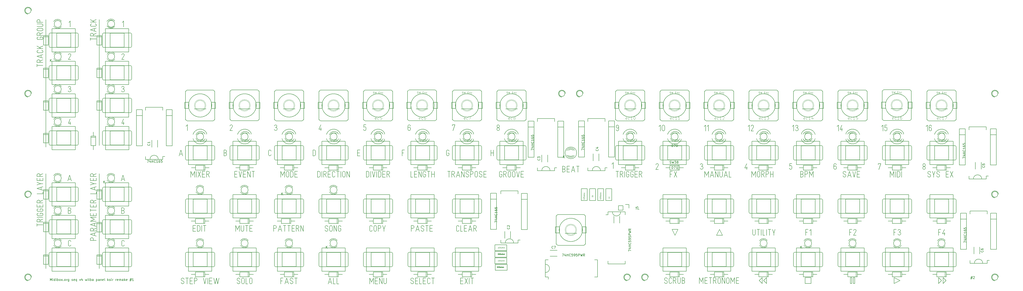
<source format=gbr>
G04 #@! TF.FileFunction,Legend,Top*
%FSLAX46Y46*%
G04 Gerber Fmt 4.6, Leading zero omitted, Abs format (unit mm)*
G04 Created by KiCad (PCBNEW 4.0.2-stable) date 20/09/2016 17:33:02*
%MOMM*%
G01*
G04 APERTURE LIST*
%ADD10C,0.100000*%
%ADD11C,0.200000*%
%ADD12C,0.127000*%
%ADD13C,0.063500*%
%ADD14C,0.150000*%
%ADD15C,0.088900*%
%ADD16C,0.125000*%
G04 APERTURE END LIST*
D10*
D11*
X53921665Y-195778381D02*
X53921665Y-194778381D01*
X54254999Y-195492667D01*
X54588332Y-194778381D01*
X54588332Y-195778381D01*
X55064522Y-195778381D02*
X55064522Y-195111714D01*
X55064522Y-194778381D02*
X55016903Y-194826000D01*
X55064522Y-194873619D01*
X55112141Y-194826000D01*
X55064522Y-194778381D01*
X55064522Y-194873619D01*
X55969284Y-195778381D02*
X55969284Y-194778381D01*
X55969284Y-195730762D02*
X55874046Y-195778381D01*
X55683569Y-195778381D01*
X55588331Y-195730762D01*
X55540712Y-195683143D01*
X55493093Y-195587905D01*
X55493093Y-195302190D01*
X55540712Y-195206952D01*
X55588331Y-195159333D01*
X55683569Y-195111714D01*
X55874046Y-195111714D01*
X55969284Y-195159333D01*
X56445474Y-195778381D02*
X56445474Y-195111714D01*
X56445474Y-194778381D02*
X56397855Y-194826000D01*
X56445474Y-194873619D01*
X56493093Y-194826000D01*
X56445474Y-194778381D01*
X56445474Y-194873619D01*
X56921664Y-195778381D02*
X56921664Y-194778381D01*
X56921664Y-195159333D02*
X57016902Y-195111714D01*
X57207379Y-195111714D01*
X57302617Y-195159333D01*
X57350236Y-195206952D01*
X57397855Y-195302190D01*
X57397855Y-195587905D01*
X57350236Y-195683143D01*
X57302617Y-195730762D01*
X57207379Y-195778381D01*
X57016902Y-195778381D01*
X56921664Y-195730762D01*
X57969283Y-195778381D02*
X57874045Y-195730762D01*
X57826426Y-195683143D01*
X57778807Y-195587905D01*
X57778807Y-195302190D01*
X57826426Y-195206952D01*
X57874045Y-195159333D01*
X57969283Y-195111714D01*
X58112141Y-195111714D01*
X58207379Y-195159333D01*
X58254998Y-195206952D01*
X58302617Y-195302190D01*
X58302617Y-195587905D01*
X58254998Y-195683143D01*
X58207379Y-195730762D01*
X58112141Y-195778381D01*
X57969283Y-195778381D01*
X58635950Y-195778381D02*
X59159760Y-195111714D01*
X58635950Y-195111714D02*
X59159760Y-195778381D01*
X59540712Y-195683143D02*
X59588331Y-195730762D01*
X59540712Y-195778381D01*
X59493093Y-195730762D01*
X59540712Y-195683143D01*
X59540712Y-195778381D01*
X60159759Y-195778381D02*
X60064521Y-195730762D01*
X60016902Y-195683143D01*
X59969283Y-195587905D01*
X59969283Y-195302190D01*
X60016902Y-195206952D01*
X60064521Y-195159333D01*
X60159759Y-195111714D01*
X60302617Y-195111714D01*
X60397855Y-195159333D01*
X60445474Y-195206952D01*
X60493093Y-195302190D01*
X60493093Y-195587905D01*
X60445474Y-195683143D01*
X60397855Y-195730762D01*
X60302617Y-195778381D01*
X60159759Y-195778381D01*
X60921664Y-195778381D02*
X60921664Y-195111714D01*
X60921664Y-195302190D02*
X60969283Y-195206952D01*
X61016902Y-195159333D01*
X61112140Y-195111714D01*
X61207379Y-195111714D01*
X61969284Y-195111714D02*
X61969284Y-195921238D01*
X61921665Y-196016476D01*
X61874046Y-196064095D01*
X61778807Y-196111714D01*
X61635950Y-196111714D01*
X61540712Y-196064095D01*
X61969284Y-195730762D02*
X61874046Y-195778381D01*
X61683569Y-195778381D01*
X61588331Y-195730762D01*
X61540712Y-195683143D01*
X61493093Y-195587905D01*
X61493093Y-195302190D01*
X61540712Y-195206952D01*
X61588331Y-195159333D01*
X61683569Y-195111714D01*
X61874046Y-195111714D01*
X61969284Y-195159333D01*
X63159760Y-195730762D02*
X63254998Y-195778381D01*
X63445474Y-195778381D01*
X63540713Y-195730762D01*
X63588332Y-195635524D01*
X63588332Y-195587905D01*
X63540713Y-195492667D01*
X63445474Y-195445048D01*
X63302617Y-195445048D01*
X63207379Y-195397429D01*
X63159760Y-195302190D01*
X63159760Y-195254571D01*
X63207379Y-195159333D01*
X63302617Y-195111714D01*
X63445474Y-195111714D01*
X63540713Y-195159333D01*
X64397856Y-195730762D02*
X64302618Y-195778381D01*
X64112141Y-195778381D01*
X64016903Y-195730762D01*
X63969284Y-195635524D01*
X63969284Y-195254571D01*
X64016903Y-195159333D01*
X64112141Y-195111714D01*
X64302618Y-195111714D01*
X64397856Y-195159333D01*
X64445475Y-195254571D01*
X64445475Y-195349810D01*
X63969284Y-195445048D01*
X65302618Y-195111714D02*
X65302618Y-196111714D01*
X65302618Y-195730762D02*
X65207380Y-195778381D01*
X65016903Y-195778381D01*
X64921665Y-195730762D01*
X64874046Y-195683143D01*
X64826427Y-195587905D01*
X64826427Y-195302190D01*
X64874046Y-195206952D01*
X64921665Y-195159333D01*
X65016903Y-195111714D01*
X65207380Y-195111714D01*
X65302618Y-195159333D01*
X66445475Y-195111714D02*
X66683570Y-195778381D01*
X66921666Y-195111714D01*
X67731190Y-195111714D02*
X67731190Y-195778381D01*
X67493094Y-194730762D02*
X67254999Y-195445048D01*
X67874047Y-195445048D01*
X68921666Y-195111714D02*
X69112142Y-195778381D01*
X69302619Y-195302190D01*
X69493095Y-195778381D01*
X69683571Y-195111714D01*
X70064523Y-195778381D02*
X70064523Y-195111714D01*
X70064523Y-194778381D02*
X70016904Y-194826000D01*
X70064523Y-194873619D01*
X70112142Y-194826000D01*
X70064523Y-194778381D01*
X70064523Y-194873619D01*
X70683570Y-195778381D02*
X70588332Y-195730762D01*
X70540713Y-195635524D01*
X70540713Y-194778381D01*
X71064523Y-195778381D02*
X71064523Y-194778381D01*
X71064523Y-195159333D02*
X71159761Y-195111714D01*
X71350238Y-195111714D01*
X71445476Y-195159333D01*
X71493095Y-195206952D01*
X71540714Y-195302190D01*
X71540714Y-195587905D01*
X71493095Y-195683143D01*
X71445476Y-195730762D01*
X71350238Y-195778381D01*
X71159761Y-195778381D01*
X71064523Y-195730762D01*
X72397857Y-195778381D02*
X72397857Y-195254571D01*
X72350238Y-195159333D01*
X72255000Y-195111714D01*
X72064523Y-195111714D01*
X71969285Y-195159333D01*
X72397857Y-195730762D02*
X72302619Y-195778381D01*
X72064523Y-195778381D01*
X71969285Y-195730762D01*
X71921666Y-195635524D01*
X71921666Y-195540286D01*
X71969285Y-195445048D01*
X72064523Y-195397429D01*
X72302619Y-195397429D01*
X72397857Y-195349810D01*
X73635952Y-195111714D02*
X73635952Y-196111714D01*
X73635952Y-195159333D02*
X73731190Y-195111714D01*
X73921667Y-195111714D01*
X74016905Y-195159333D01*
X74064524Y-195206952D01*
X74112143Y-195302190D01*
X74112143Y-195587905D01*
X74064524Y-195683143D01*
X74016905Y-195730762D01*
X73921667Y-195778381D01*
X73731190Y-195778381D01*
X73635952Y-195730762D01*
X74969286Y-195778381D02*
X74969286Y-195254571D01*
X74921667Y-195159333D01*
X74826429Y-195111714D01*
X74635952Y-195111714D01*
X74540714Y-195159333D01*
X74969286Y-195730762D02*
X74874048Y-195778381D01*
X74635952Y-195778381D01*
X74540714Y-195730762D01*
X74493095Y-195635524D01*
X74493095Y-195540286D01*
X74540714Y-195445048D01*
X74635952Y-195397429D01*
X74874048Y-195397429D01*
X74969286Y-195349810D01*
X75445476Y-195111714D02*
X75445476Y-195778381D01*
X75445476Y-195206952D02*
X75493095Y-195159333D01*
X75588333Y-195111714D01*
X75731191Y-195111714D01*
X75826429Y-195159333D01*
X75874048Y-195254571D01*
X75874048Y-195778381D01*
X76731191Y-195730762D02*
X76635953Y-195778381D01*
X76445476Y-195778381D01*
X76350238Y-195730762D01*
X76302619Y-195635524D01*
X76302619Y-195254571D01*
X76350238Y-195159333D01*
X76445476Y-195111714D01*
X76635953Y-195111714D01*
X76731191Y-195159333D01*
X76778810Y-195254571D01*
X76778810Y-195349810D01*
X76302619Y-195445048D01*
X77350238Y-195778381D02*
X77255000Y-195730762D01*
X77207381Y-195635524D01*
X77207381Y-194778381D01*
X78493096Y-195778381D02*
X78493096Y-194778381D01*
X78588334Y-195397429D02*
X78874049Y-195778381D01*
X78874049Y-195111714D02*
X78493096Y-195492667D01*
X79255001Y-195730762D02*
X79350239Y-195778381D01*
X79540715Y-195778381D01*
X79635954Y-195730762D01*
X79683573Y-195635524D01*
X79683573Y-195587905D01*
X79635954Y-195492667D01*
X79540715Y-195445048D01*
X79397858Y-195445048D01*
X79302620Y-195397429D01*
X79255001Y-195302190D01*
X79255001Y-195254571D01*
X79302620Y-195159333D01*
X79397858Y-195111714D01*
X79540715Y-195111714D01*
X79635954Y-195159333D01*
X80112144Y-195778381D02*
X80112144Y-195111714D01*
X80112144Y-194778381D02*
X80064525Y-194826000D01*
X80112144Y-194873619D01*
X80159763Y-194826000D01*
X80112144Y-194778381D01*
X80112144Y-194873619D01*
X80588334Y-195778381D02*
X80588334Y-195111714D01*
X80588334Y-195302190D02*
X80635953Y-195206952D01*
X80683572Y-195159333D01*
X80778810Y-195111714D01*
X80874049Y-195111714D01*
X81969287Y-195778381D02*
X81969287Y-195111714D01*
X81969287Y-195302190D02*
X82016906Y-195206952D01*
X82064525Y-195159333D01*
X82159763Y-195111714D01*
X82255002Y-195111714D01*
X82969288Y-195730762D02*
X82874050Y-195778381D01*
X82683573Y-195778381D01*
X82588335Y-195730762D01*
X82540716Y-195635524D01*
X82540716Y-195254571D01*
X82588335Y-195159333D01*
X82683573Y-195111714D01*
X82874050Y-195111714D01*
X82969288Y-195159333D01*
X83016907Y-195254571D01*
X83016907Y-195349810D01*
X82540716Y-195445048D01*
X83445478Y-195778381D02*
X83445478Y-195111714D01*
X83445478Y-195206952D02*
X83493097Y-195159333D01*
X83588335Y-195111714D01*
X83731193Y-195111714D01*
X83826431Y-195159333D01*
X83874050Y-195254571D01*
X83874050Y-195778381D01*
X83874050Y-195254571D02*
X83921669Y-195159333D01*
X84016907Y-195111714D01*
X84159764Y-195111714D01*
X84255002Y-195159333D01*
X84302621Y-195254571D01*
X84302621Y-195778381D01*
X85207383Y-195778381D02*
X85207383Y-195254571D01*
X85159764Y-195159333D01*
X85064526Y-195111714D01*
X84874049Y-195111714D01*
X84778811Y-195159333D01*
X85207383Y-195730762D02*
X85112145Y-195778381D01*
X84874049Y-195778381D01*
X84778811Y-195730762D01*
X84731192Y-195635524D01*
X84731192Y-195540286D01*
X84778811Y-195445048D01*
X84874049Y-195397429D01*
X85112145Y-195397429D01*
X85207383Y-195349810D01*
X85683573Y-195778381D02*
X85683573Y-194778381D01*
X85778811Y-195397429D02*
X86064526Y-195778381D01*
X86064526Y-195111714D02*
X85683573Y-195492667D01*
X86874050Y-195730762D02*
X86778812Y-195778381D01*
X86588335Y-195778381D01*
X86493097Y-195730762D01*
X86445478Y-195635524D01*
X86445478Y-195254571D01*
X86493097Y-195159333D01*
X86588335Y-195111714D01*
X86778812Y-195111714D01*
X86874050Y-195159333D01*
X86921669Y-195254571D01*
X86921669Y-195349810D01*
X86445478Y-195445048D01*
X88064526Y-195111714D02*
X88778812Y-195111714D01*
X88350240Y-194683143D02*
X88064526Y-195968857D01*
X88683574Y-195540286D02*
X87969288Y-195540286D01*
X88397860Y-195968857D02*
X88683574Y-194683143D01*
X89635955Y-195778381D02*
X89064526Y-195778381D01*
X89350240Y-195778381D02*
X89350240Y-194778381D01*
X89255002Y-194921238D01*
X89159764Y-195016476D01*
X89064526Y-195064095D01*
X208560000Y-173369000D02*
X209127000Y-173369000D01*
X209127000Y-172109000D02*
X208560000Y-172109000D01*
X209127000Y-172109000D02*
G75*
G02X209127000Y-173369000I0J-630000D01*
G01*
X208560000Y-172109000D02*
X208560000Y-174629000D01*
X210471000Y-174629000D02*
X211227000Y-172109000D01*
X210723000Y-173873000D02*
X211731000Y-173873000D01*
X214671000Y-172109000D02*
X215805000Y-172109000D01*
X215805000Y-172109000D02*
X215238000Y-172109000D01*
X215238000Y-172109000D02*
X215238000Y-174629000D01*
X216519000Y-172109000D02*
X216519000Y-174629000D01*
X216519000Y-174629000D02*
X217653000Y-174629000D01*
X216519000Y-173369000D02*
X217464000Y-173369000D01*
X217653000Y-172109000D02*
X216519000Y-172109000D01*
X211227000Y-172109000D02*
X211983000Y-174629000D01*
X213957000Y-173999000D02*
G75*
G02X212697000Y-173999000I-630000J0D01*
G01*
X213327003Y-173368997D02*
G75*
G02X213957003Y-173998997I3007J-626993D01*
G01*
X213327000Y-173369000D02*
G75*
G02X213327000Y-172109000I0J630000D01*
G01*
X213327003Y-172108997D02*
G75*
G02X213957003Y-172738997I3007J-626993D01*
G01*
X227872000Y-172655000D02*
G75*
G02X228964000Y-172655000I546000J0D01*
G01*
X227872000Y-172655000D02*
X227872000Y-174083000D01*
X229657000Y-174629000D02*
X230476000Y-174629000D01*
X229657000Y-172109000D02*
X229657000Y-174629000D01*
X228964000Y-174083000D02*
G75*
G02X227872000Y-174083000I-546000J0D01*
G01*
X233038000Y-174629000D02*
X233794000Y-172109000D01*
X233794000Y-172109000D02*
X234550000Y-174629000D01*
X235243000Y-174629000D02*
X235243000Y-172109000D01*
X233290000Y-173873000D02*
X234298000Y-173873000D01*
X232324000Y-172109000D02*
X231190000Y-172109000D01*
X231190000Y-172109000D02*
X231190000Y-174629000D01*
X231190000Y-174629000D02*
X232324000Y-174629000D01*
X231190000Y-173369000D02*
X232135000Y-173369000D01*
X235243000Y-173369000D02*
X235810000Y-173369000D01*
X235243000Y-172109000D02*
X235810000Y-172109000D01*
X235810000Y-172109000D02*
G75*
G02X235810000Y-173369000I0J-630000D01*
G01*
X235810000Y-173369000D02*
X235243000Y-173369000D01*
X235810000Y-173369000D02*
X236440000Y-174629000D01*
X172234003Y-173368997D02*
G75*
G02X172864003Y-173998997I3007J-626993D01*
G01*
X172234000Y-173369000D02*
G75*
G02X172234000Y-172109000I0J630000D01*
G01*
X172234003Y-172108997D02*
G75*
G02X172864003Y-172738997I3007J-626993D01*
G01*
X172864000Y-173999000D02*
G75*
G02X171604000Y-173999000I-630000J0D01*
G01*
X173578000Y-172676000D02*
X173578000Y-174062000D01*
X174712000Y-174062000D02*
G75*
G02X173578000Y-174062000I-567000J0D01*
G01*
X175426000Y-174629000D02*
X175426000Y-172109000D01*
X173578000Y-172676000D02*
G75*
G02X174712000Y-172676000I567000J0D01*
G01*
X175426000Y-172109000D02*
X176560000Y-174629000D01*
X176560000Y-174629000D02*
X176560000Y-172109000D01*
X174712000Y-174062000D02*
X174712000Y-172676000D01*
X177274000Y-172676000D02*
G75*
G02X178408000Y-172676000I567000J0D01*
G01*
X178408000Y-174062000D02*
G75*
G02X177274000Y-174062000I-567000J0D01*
G01*
X178408000Y-174062000D02*
X178408000Y-173432000D01*
X178408000Y-173432000D02*
X177841000Y-173432000D01*
X177274000Y-172676000D02*
X177274000Y-174062000D01*
X196261000Y-172109000D02*
X196828000Y-173684000D01*
X196828000Y-173684000D02*
X197395000Y-172109000D01*
X196828000Y-173684000D02*
X196828000Y-174629000D01*
X196828000Y-174629000D02*
X196828000Y-173684000D01*
X194917000Y-172109000D02*
G75*
G02X194917000Y-173369000I0J-630000D01*
G01*
X194917000Y-172109000D02*
X194350000Y-172109000D01*
X194350000Y-172109000D02*
X194350000Y-174629000D01*
X194350000Y-173369000D02*
X194917000Y-173369000D01*
X190717000Y-172655000D02*
G75*
G02X191809000Y-172655000I546000J0D01*
G01*
X192523000Y-172676000D02*
G75*
G02X193657000Y-172676000I567000J0D01*
G01*
X190717000Y-172655000D02*
X190717000Y-174083000D01*
X191809000Y-174083000D02*
G75*
G02X190717000Y-174083000I-546000J0D01*
G01*
X193657000Y-174062000D02*
X193657000Y-172676000D01*
X192523000Y-172676000D02*
X192523000Y-174062000D01*
X193657000Y-174062000D02*
G75*
G02X192523000Y-174062000I-567000J0D01*
G01*
X116218000Y-172109000D02*
X115084000Y-172109000D01*
X115084000Y-172109000D02*
X115084000Y-174629000D01*
X115084000Y-174629000D02*
X116218000Y-174629000D01*
X115084000Y-173369000D02*
X116029000Y-173369000D01*
X116932000Y-174629000D02*
X116932000Y-172109000D01*
X118780000Y-172109000D02*
X118780000Y-174629000D01*
X120061000Y-172109000D02*
X120061000Y-174629000D01*
X120628000Y-172109000D02*
X120061000Y-172109000D01*
X119494000Y-172109000D02*
X120628000Y-172109000D01*
X118066000Y-172739000D02*
X118066000Y-173999000D01*
X116932000Y-172109000D02*
X117436000Y-172109000D01*
X118066003Y-173999003D02*
G75*
G02X117436003Y-174629003I-626993J-3007D01*
G01*
X117436000Y-174629000D02*
X116932000Y-174629000D01*
X117436003Y-172108997D02*
G75*
G02X118066003Y-172738997I3007J-626993D01*
G01*
X153741000Y-172109000D02*
X154875000Y-172109000D01*
X154875000Y-172109000D02*
X154308000Y-172109000D01*
X156723000Y-172109000D02*
X156156000Y-172109000D01*
X156156000Y-172109000D02*
X156156000Y-174629000D01*
X157437000Y-172109000D02*
X157437000Y-174629000D01*
X157437000Y-174629000D02*
X158571000Y-174629000D01*
X155589000Y-172109000D02*
X156723000Y-172109000D01*
X154308000Y-172109000D02*
X154308000Y-174629000D01*
X158571000Y-172109000D02*
X157437000Y-172109000D01*
X157437000Y-173369000D02*
X158382000Y-173369000D01*
X159831000Y-172109000D02*
G75*
G02X159831000Y-173369000I0J-630000D01*
G01*
X159264000Y-173369000D02*
X159831000Y-173369000D01*
X159831000Y-173369000D02*
X159264000Y-173369000D01*
X159264000Y-172109000D02*
X159831000Y-172109000D01*
X159264000Y-174629000D02*
X159264000Y-172109000D01*
X159831000Y-173369000D02*
X160461000Y-174629000D01*
X161175000Y-174629000D02*
X161175000Y-172109000D01*
X161175000Y-172109000D02*
X162309000Y-174629000D01*
X162309000Y-174629000D02*
X162309000Y-172109000D01*
X149604000Y-173369000D02*
X150171000Y-173369000D01*
X150171000Y-172109000D02*
X149604000Y-172109000D01*
X149604000Y-172109000D02*
X149604000Y-174629000D01*
X151515000Y-174629000D02*
X152271000Y-172109000D01*
X152271000Y-172109000D02*
X153027000Y-174629000D01*
X151767000Y-173873000D02*
X152775000Y-173873000D01*
X150171000Y-172109000D02*
G75*
G02X150171000Y-173369000I0J-630000D01*
G01*
X138649000Y-172109000D02*
X138082000Y-172109000D01*
X137515000Y-172109000D02*
X138649000Y-172109000D01*
X138082000Y-172109000D02*
X138082000Y-174629000D01*
X139363000Y-172109000D02*
X139363000Y-174629000D01*
X136801000Y-174062000D02*
X136801000Y-172109000D01*
X133315000Y-174629000D02*
X133315000Y-172109000D01*
X134953000Y-172109000D02*
X134953000Y-174629000D01*
X134134000Y-173873000D02*
X134953000Y-172109000D01*
X133315000Y-172109000D02*
X134134000Y-173873000D01*
X135667000Y-172109000D02*
X135667000Y-174062000D01*
X136801000Y-174062000D02*
G75*
G02X135667000Y-174062000I-567000J0D01*
G01*
X140497000Y-172109000D02*
X139363000Y-172109000D01*
X139363000Y-174629000D02*
X140497000Y-174629000D01*
X139363000Y-173369000D02*
X140308000Y-173369000D01*
X198678000Y-148868000D02*
G75*
G02X198678000Y-150128000I0J-630000D01*
G01*
X198678000Y-150128000D02*
X198111000Y-150128000D01*
X198111000Y-150128000D02*
X198678000Y-150128000D01*
X198678000Y-150128000D02*
X199308000Y-151388000D01*
X198111000Y-148868000D02*
X198678000Y-148868000D01*
X198111000Y-151388000D02*
X198111000Y-148868000D01*
X194940000Y-151388000D02*
X194436000Y-151388000D01*
X191874000Y-148868000D02*
X192441000Y-151388000D01*
X192441000Y-151388000D02*
X193008000Y-148868000D01*
X193722000Y-148868000D02*
X193722000Y-151388000D01*
X194436000Y-151388000D02*
X194436000Y-148868000D01*
X194436000Y-148868000D02*
X194940000Y-148868000D01*
X189312000Y-151388000D02*
X189312000Y-148868000D01*
X189312000Y-148868000D02*
X189816000Y-148868000D01*
X189816003Y-148867997D02*
G75*
G02X190446003Y-149497997I3007J-626993D01*
G01*
X190446000Y-149498000D02*
X190446000Y-150758000D01*
X190446003Y-150758003D02*
G75*
G02X189816003Y-151388003I-626993J-3007D01*
G01*
X189816000Y-151388000D02*
X189312000Y-151388000D01*
X191160000Y-148868000D02*
X191160000Y-151388000D01*
X194940003Y-148867997D02*
G75*
G02X195570003Y-149497997I3007J-626993D01*
G01*
X195570000Y-149498000D02*
X195570000Y-150758000D01*
X197418000Y-148868000D02*
X196284000Y-148868000D01*
X196284000Y-150128000D02*
X197229000Y-150128000D01*
X196284000Y-151388000D02*
X197418000Y-151388000D01*
X196284000Y-148868000D02*
X196284000Y-151388000D01*
X195570003Y-150758003D02*
G75*
G02X194940003Y-151388003I-626993J-3007D01*
G01*
X176541000Y-148868000D02*
X177675000Y-148868000D01*
X178389000Y-148868000D02*
X178389000Y-151388000D01*
X177108000Y-148868000D02*
X177108000Y-151388000D01*
X177675000Y-148868000D02*
X177108000Y-148868000D01*
X179103000Y-149435000D02*
X179103000Y-150821000D01*
X169569000Y-149498000D02*
X169569000Y-150758000D01*
X170283000Y-148868000D02*
X170283000Y-151388000D01*
X171543000Y-148868000D02*
G75*
G02X171543000Y-150128000I0J-630000D01*
G01*
X171543000Y-150128000D02*
X172173000Y-151388000D01*
X170976000Y-148868000D02*
X171543000Y-148868000D01*
X171543000Y-150128000D02*
X170976000Y-150128000D01*
X170976000Y-150128000D02*
X171543000Y-150128000D01*
X170976000Y-151388000D02*
X170976000Y-148868000D01*
X168435000Y-151388000D02*
X168435000Y-148868000D01*
X168939003Y-148867997D02*
G75*
G02X169569003Y-149497997I3007J-626993D01*
G01*
X169569003Y-150758003D02*
G75*
G02X168939003Y-151388003I-626993J-3007D01*
G01*
X168939000Y-151388000D02*
X168435000Y-151388000D01*
X168435000Y-148868000D02*
X168939000Y-148868000D01*
X180237000Y-150821000D02*
G75*
G02X179103000Y-150821000I-567000J0D01*
G01*
X180237000Y-150821000D02*
X180237000Y-149435000D01*
X179103000Y-149435000D02*
G75*
G02X180237000Y-149435000I567000J0D01*
G01*
X180951000Y-151388000D02*
X180951000Y-148868000D01*
X180951000Y-148868000D02*
X182085000Y-151388000D01*
X182085000Y-151388000D02*
X182085000Y-148868000D01*
X174021000Y-148868000D02*
X172887000Y-148868000D01*
X172887000Y-151388000D02*
X174021000Y-151388000D01*
X174735000Y-149414000D02*
G75*
G02X175827000Y-149414000I546000J0D01*
G01*
X172887000Y-150128000D02*
X173832000Y-150128000D01*
X174735000Y-149414000D02*
X174735000Y-150842000D01*
X175827000Y-150842000D02*
G75*
G02X174735000Y-150842000I-546000J0D01*
G01*
X172887000Y-148868000D02*
X172887000Y-151388000D01*
X114141000Y-151388000D02*
X114141000Y-148868000D01*
X114141000Y-148868000D02*
X114960000Y-150632000D01*
X114960000Y-150632000D02*
X115779000Y-148868000D01*
X115779000Y-148868000D02*
X115779000Y-151388000D01*
X116493000Y-148868000D02*
X116493000Y-151388000D01*
X117207000Y-148868000D02*
X118341000Y-151388000D01*
X117207000Y-151388000D02*
X118341000Y-148868000D01*
X120882000Y-151388000D02*
X120882000Y-148868000D01*
X121449000Y-150128000D02*
X120882000Y-150128000D01*
X121449000Y-148868000D02*
G75*
G02X121449000Y-150128000I0J-630000D01*
G01*
X120882000Y-150128000D02*
X121449000Y-150128000D01*
X121449000Y-150128000D02*
X122079000Y-151388000D01*
X120882000Y-148868000D02*
X121449000Y-148868000D01*
X120189000Y-148868000D02*
X119055000Y-148868000D01*
X119055000Y-148868000D02*
X119055000Y-151388000D01*
X119055000Y-151388000D02*
X120189000Y-151388000D01*
X119055000Y-150128000D02*
X120000000Y-150128000D01*
X159801000Y-148868000D02*
X158667000Y-148868000D01*
X158667000Y-148868000D02*
X158667000Y-151388000D01*
X158667000Y-151388000D02*
X159801000Y-151388000D01*
X158667000Y-150128000D02*
X159612000Y-150128000D01*
X156819000Y-151388000D02*
X156819000Y-148868000D01*
X157323003Y-148867997D02*
G75*
G02X157953003Y-149497997I3007J-626993D01*
G01*
X157953000Y-149498000D02*
X157953000Y-150758000D01*
X156819000Y-148868000D02*
X157323000Y-148868000D01*
X157953003Y-150758003D02*
G75*
G02X157323003Y-151388003I-626993J-3007D01*
G01*
X157323000Y-151388000D02*
X156819000Y-151388000D01*
X152619000Y-151388000D02*
X152619000Y-148868000D01*
X152619000Y-148868000D02*
X153438000Y-150632000D01*
X153438000Y-150632000D02*
X154257000Y-148868000D01*
X154257000Y-148868000D02*
X154257000Y-151388000D01*
X156105000Y-150821000D02*
G75*
G02X154971000Y-150821000I-567000J0D01*
G01*
X156105000Y-150821000D02*
X156105000Y-149435000D01*
X154971000Y-149435000D02*
X154971000Y-150821000D01*
X154971000Y-149435000D02*
G75*
G02X156105000Y-149435000I567000J0D01*
G01*
X134031000Y-148868000D02*
X132897000Y-148868000D01*
X132897000Y-151388000D02*
X134031000Y-151388000D01*
X134745000Y-148868000D02*
X135312000Y-151388000D01*
X135312000Y-151388000D02*
X135879000Y-148868000D01*
X132897000Y-150128000D02*
X133842000Y-150128000D01*
X132897000Y-148868000D02*
X132897000Y-151388000D01*
X140289000Y-148868000D02*
X141423000Y-148868000D01*
X141423000Y-148868000D02*
X140856000Y-148868000D01*
X140856000Y-148868000D02*
X140856000Y-151388000D01*
X137727000Y-148868000D02*
X136593000Y-148868000D01*
X136593000Y-151388000D02*
X137727000Y-151388000D01*
X136593000Y-148868000D02*
X136593000Y-151388000D01*
X136593000Y-150128000D02*
X137538000Y-150128000D01*
X138441000Y-151388000D02*
X138441000Y-148868000D01*
X138441000Y-148868000D02*
X139575000Y-151388000D01*
X139575000Y-151388000D02*
X139575000Y-148868000D01*
X208331000Y-148868000D02*
X208331000Y-151388000D01*
X209864000Y-150128000D02*
X210809000Y-150128000D01*
X209864000Y-148868000D02*
X209864000Y-151388000D01*
X209864000Y-151388000D02*
X210998000Y-151388000D01*
X208331000Y-151388000D02*
X209150000Y-151388000D01*
X215408000Y-148868000D02*
X216542000Y-148868000D01*
X216542000Y-148868000D02*
X215975000Y-148868000D01*
X215975000Y-148868000D02*
X215975000Y-151388000D01*
X217256000Y-148868000D02*
X217256000Y-151388000D01*
X217256000Y-150128000D02*
X218390000Y-150128000D01*
X218390000Y-151388000D02*
X218390000Y-148868000D01*
X210998000Y-148868000D02*
X209864000Y-148868000D01*
X211712000Y-151388000D02*
X211712000Y-148868000D01*
X211712000Y-148868000D02*
X212846000Y-151388000D01*
X212846000Y-151388000D02*
X212846000Y-148868000D01*
X214694000Y-150821000D02*
G75*
G02X213560000Y-150821000I-567000J0D01*
G01*
X214694000Y-150191000D02*
X214127000Y-150191000D01*
X213560000Y-149435000D02*
G75*
G02X214694000Y-149435000I567000J0D01*
G01*
X214694000Y-150821000D02*
X214694000Y-150191000D01*
X213560000Y-149435000D02*
X213560000Y-150821000D01*
X246252000Y-149435000D02*
G75*
G02X247386000Y-149435000I567000J0D01*
G01*
X247386000Y-150821000D02*
G75*
G02X246252000Y-150821000I-567000J0D01*
G01*
X247386000Y-150821000D02*
X247386000Y-150191000D01*
X247386000Y-150191000D02*
X246819000Y-150191000D01*
X246252000Y-149435000D02*
X246252000Y-150821000D01*
X248079000Y-151388000D02*
X248079000Y-148868000D01*
X248646000Y-150128000D02*
X248079000Y-150128000D01*
X248079000Y-148868000D02*
X248646000Y-148868000D01*
X248646000Y-148868000D02*
G75*
G02X248646000Y-150128000I0J-630000D01*
G01*
X248079000Y-150128000D02*
X248646000Y-150128000D01*
X248646000Y-150128000D02*
X249276000Y-151388000D01*
X251124000Y-150821000D02*
G75*
G02X249990000Y-150821000I-567000J0D01*
G01*
X251124000Y-150821000D02*
X251124000Y-149435000D01*
X252972000Y-150821000D02*
G75*
G02X251838000Y-150821000I-567000J0D01*
G01*
X251838000Y-149435000D02*
X251838000Y-150821000D01*
X249990000Y-149435000D02*
X249990000Y-150821000D01*
X252972000Y-150821000D02*
X252972000Y-149435000D01*
X251838000Y-149435000D02*
G75*
G02X252972000Y-149435000I567000J0D01*
G01*
X249990000Y-149435000D02*
G75*
G02X251124000Y-149435000I567000J0D01*
G01*
X253686000Y-148868000D02*
X254253000Y-151388000D01*
X255534000Y-148868000D02*
X255534000Y-151388000D01*
X254253000Y-151388000D02*
X254820000Y-148868000D01*
X256668000Y-148868000D02*
X255534000Y-148868000D01*
X255534000Y-151388000D02*
X256668000Y-151388000D01*
X255534000Y-150128000D02*
X256479000Y-150128000D01*
X226488000Y-148868000D02*
G75*
G02X226488000Y-150128000I0J-630000D01*
G01*
X227832000Y-151388000D02*
X228588000Y-148868000D01*
X228588000Y-148868000D02*
X229344000Y-151388000D01*
X226488000Y-150128000D02*
X227118000Y-151388000D01*
X230058000Y-151388000D02*
X230058000Y-148868000D01*
X228084000Y-150632000D02*
X229092000Y-150632000D01*
X236904000Y-150821000D02*
G75*
G02X235770000Y-150821000I-567000J0D01*
G01*
X236904000Y-150821000D02*
X236904000Y-149435000D01*
X238878000Y-150758000D02*
G75*
G02X237618000Y-150758000I-630000J0D01*
G01*
X235770000Y-149435000D02*
X235770000Y-150821000D01*
X238248003Y-150127997D02*
G75*
G02X238878003Y-150757997I3007J-626993D01*
G01*
X239592000Y-148868000D02*
X239592000Y-151388000D01*
X239592000Y-151388000D02*
X240726000Y-151388000D01*
X239592000Y-150128000D02*
X240537000Y-150128000D01*
X240726000Y-148868000D02*
X239592000Y-148868000D01*
X235770000Y-149435000D02*
G75*
G02X236904000Y-149435000I567000J0D01*
G01*
X238248000Y-150128000D02*
G75*
G02X238248000Y-148868000I0J630000D01*
G01*
X238248003Y-148867997D02*
G75*
G02X238878003Y-149497997I3007J-626993D01*
G01*
X230058000Y-148868000D02*
X231192000Y-151388000D01*
X231192000Y-151388000D02*
X231192000Y-148868000D01*
X234426000Y-148868000D02*
G75*
G02X234426000Y-150128000I0J-630000D01*
G01*
X233166000Y-150758000D02*
G75*
G02X231906000Y-150758000I-630000J0D01*
G01*
X232536003Y-148867997D02*
G75*
G02X233166003Y-149497997I3007J-626993D01*
G01*
X234426000Y-148868000D02*
X233859000Y-148868000D01*
X232536003Y-150127997D02*
G75*
G02X233166003Y-150757997I3007J-626993D01*
G01*
X232536000Y-150128000D02*
G75*
G02X232536000Y-148868000I0J630000D01*
G01*
X233859000Y-150128000D02*
X234426000Y-150128000D01*
X233859000Y-148868000D02*
X233859000Y-151388000D01*
X224094000Y-148868000D02*
X225228000Y-148868000D01*
X224661000Y-148868000D02*
X224661000Y-151388000D01*
X225921000Y-151388000D02*
X225921000Y-148868000D01*
X225921000Y-148868000D02*
X226488000Y-148868000D01*
X226488000Y-150128000D02*
X225921000Y-150128000D01*
X225921000Y-150128000D02*
X226488000Y-150128000D01*
X225228000Y-148868000D02*
X224661000Y-148868000D01*
X334203000Y-151388000D02*
X334203000Y-148868000D01*
X334203000Y-148868000D02*
X335022000Y-150632000D01*
X338781000Y-151388000D02*
X338781000Y-148868000D01*
X338781000Y-148868000D02*
X339915000Y-151388000D01*
X339915000Y-151388000D02*
X339915000Y-148868000D01*
X340629000Y-148868000D02*
X340629000Y-150821000D01*
X341763000Y-150821000D02*
X341763000Y-148868000D01*
X341763000Y-150821000D02*
G75*
G02X340629000Y-150821000I-567000J0D01*
G01*
X342477000Y-151388000D02*
X343233000Y-148868000D01*
X343233000Y-148868000D02*
X343989000Y-151388000D01*
X342729000Y-150632000D02*
X343737000Y-150632000D01*
X344682000Y-148868000D02*
X344682000Y-151388000D01*
X344682000Y-151388000D02*
X345501000Y-151388000D01*
X320382000Y-148868000D02*
X319374000Y-148868000D01*
X319374000Y-150128000D02*
X320004000Y-150128000D01*
X319374000Y-151388000D02*
X319374000Y-150128000D01*
X321096000Y-148868000D02*
X322230000Y-151388000D01*
X321096000Y-151388000D02*
X322230000Y-148868000D01*
X319374000Y-148868000D02*
X319374000Y-151388000D01*
X336807000Y-150632000D02*
X337815000Y-150632000D01*
X335022000Y-150632000D02*
X335841000Y-148868000D01*
X335841000Y-148868000D02*
X335841000Y-151388000D01*
X336555000Y-151388000D02*
X337311000Y-148868000D01*
X337311000Y-148868000D02*
X338067000Y-151388000D01*
X303600000Y-150191000D02*
X303033000Y-150191000D01*
X302466000Y-149435000D02*
G75*
G02X303600000Y-149435000I567000J0D01*
G01*
X302466000Y-149435000D02*
X302466000Y-150821000D01*
X303600000Y-150821000D02*
G75*
G02X302466000Y-150821000I-567000J0D01*
G01*
X303600000Y-150821000D02*
X303600000Y-150191000D01*
X306141000Y-148868000D02*
X306708000Y-148868000D01*
X306708000Y-150128000D02*
X306141000Y-150128000D01*
X306708000Y-148868000D02*
G75*
G02X306708000Y-150128000I0J-630000D01*
G01*
X305448000Y-148868000D02*
X304314000Y-148868000D01*
X304314000Y-150128000D02*
X305259000Y-150128000D01*
X306141000Y-151388000D02*
X306141000Y-148868000D01*
X304314000Y-148868000D02*
X304314000Y-151388000D01*
X304314000Y-151388000D02*
X305448000Y-151388000D01*
X306141000Y-150128000D02*
X306708000Y-150128000D01*
X306708000Y-150128000D02*
X307338000Y-151388000D01*
X301752000Y-150191000D02*
X301185000Y-150191000D01*
X300618000Y-149435000D02*
X300618000Y-150821000D01*
X301752000Y-150821000D02*
G75*
G02X300618000Y-150821000I-567000J0D01*
G01*
X301752000Y-150821000D02*
X301752000Y-150191000D01*
X300618000Y-149435000D02*
G75*
G02X301752000Y-149435000I567000J0D01*
G01*
X297993000Y-151388000D02*
X297993000Y-148868000D01*
X298560000Y-148868000D02*
G75*
G02X298560000Y-150128000I0J-630000D01*
G01*
X297993000Y-148868000D02*
X298560000Y-148868000D01*
X298560000Y-150128000D02*
X297993000Y-150128000D01*
X297993000Y-150128000D02*
X298560000Y-150128000D01*
X298560000Y-150128000D02*
X299190000Y-151388000D01*
X299904000Y-148868000D02*
X299904000Y-151388000D01*
X399459000Y-150128000D02*
X400404000Y-150128000D01*
X397611000Y-148868000D02*
X398178000Y-151388000D01*
X400593000Y-148868000D02*
X399459000Y-148868000D01*
X399459000Y-148868000D02*
X399459000Y-151388000D01*
X399459000Y-151388000D02*
X400593000Y-151388000D01*
X398178000Y-151388000D02*
X398745000Y-148868000D01*
X394671000Y-150758000D02*
G75*
G02X393411000Y-150758000I-630000J0D01*
G01*
X394041000Y-150128000D02*
G75*
G02X394041000Y-148868000I0J630000D01*
G01*
X394041003Y-148867997D02*
G75*
G02X394671003Y-149497997I3007J-626993D01*
G01*
X395385000Y-151388000D02*
X396141000Y-148868000D01*
X396141000Y-148868000D02*
X396897000Y-151388000D01*
X395637000Y-150632000D02*
X396645000Y-150632000D01*
X394041003Y-150127997D02*
G75*
G02X394671003Y-150757997I3007J-626993D01*
G01*
X357831000Y-150821000D02*
G75*
G02X356697000Y-150821000I-567000J0D01*
G01*
X357831000Y-150821000D02*
X357831000Y-149435000D01*
X356697000Y-149435000D02*
G75*
G02X357831000Y-149435000I567000J0D01*
G01*
X358524000Y-148868000D02*
X359091000Y-148868000D01*
X360414000Y-150128000D02*
X360981000Y-150128000D01*
X360981000Y-148868000D02*
G75*
G02X360981000Y-150128000I0J-630000D01*
G01*
X360981000Y-148868000D02*
X360414000Y-148868000D01*
X362325000Y-148868000D02*
X362325000Y-151388000D01*
X362325000Y-150128000D02*
X363459000Y-150128000D01*
X360414000Y-148868000D02*
X360414000Y-151388000D01*
X363459000Y-151388000D02*
X363459000Y-148868000D01*
X358524000Y-151388000D02*
X358524000Y-148868000D01*
X359091000Y-150128000D02*
X358524000Y-150128000D01*
X359091000Y-148868000D02*
G75*
G02X359091000Y-150128000I0J-630000D01*
G01*
X358524000Y-150128000D02*
X359091000Y-150128000D01*
X359091000Y-150128000D02*
X359721000Y-151388000D01*
X354345000Y-151388000D02*
X354345000Y-148868000D01*
X355983000Y-148868000D02*
X355983000Y-151388000D01*
X356697000Y-149435000D02*
X356697000Y-150821000D01*
X355164000Y-150632000D02*
X355983000Y-148868000D01*
X354345000Y-148868000D02*
X355164000Y-150632000D01*
X375789003Y-150107000D02*
G75*
G02X375789003Y-151388000I-25313J-640500D01*
G01*
X377700000Y-148868000D02*
G75*
G02X377700000Y-150128000I0J-630000D01*
G01*
X377133000Y-148868000D02*
X377133000Y-151388000D01*
X377133000Y-150128000D02*
X377700000Y-150128000D01*
X377700000Y-148868000D02*
X377133000Y-148868000D01*
X375747002Y-148867997D02*
G75*
G02X375789002Y-150106997I7638J-619953D01*
G01*
X379044000Y-151388000D02*
X379044000Y-148868000D01*
X379863000Y-150632000D02*
X380682000Y-148868000D01*
X379044000Y-148868000D02*
X379863000Y-150632000D01*
X380682000Y-148868000D02*
X380682000Y-151388000D01*
X375222000Y-148868000D02*
X375222000Y-151388000D01*
X375789000Y-150107000D02*
X375222000Y-150107000D01*
X375222000Y-150107000D02*
X375789000Y-150107000D01*
X375747000Y-148868000D02*
X375222000Y-148868000D01*
X375222000Y-151388000D02*
X375789000Y-151388000D01*
X296733000Y-148868000D02*
X296733000Y-151388000D01*
X297300000Y-148868000D02*
X296733000Y-148868000D01*
X296166000Y-148868000D02*
X297300000Y-148868000D01*
X430965000Y-150758000D02*
G75*
G02X429705000Y-150758000I-630000J0D01*
G01*
X430335003Y-148867997D02*
G75*
G02X430965003Y-149497997I3007J-626993D01*
G01*
X430335003Y-150127997D02*
G75*
G02X430965003Y-150757997I3007J-626993D01*
G01*
X430335000Y-150128000D02*
G75*
G02X430335000Y-148868000I0J630000D01*
G01*
X431679000Y-148868000D02*
X432246000Y-150443000D01*
X432246000Y-150443000D02*
X432246000Y-151388000D01*
X432246000Y-151388000D02*
X432246000Y-150443000D01*
X434787000Y-150758000D02*
G75*
G02X433527000Y-150758000I-630000J0D01*
G01*
X434157003Y-150127997D02*
G75*
G02X434787003Y-150757997I3007J-626993D01*
G01*
X432246000Y-150443000D02*
X432813000Y-148868000D01*
X434157000Y-150128000D02*
G75*
G02X434157000Y-148868000I0J630000D01*
G01*
X434157003Y-148867997D02*
G75*
G02X434787003Y-149497997I3007J-626993D01*
G01*
X438651000Y-148868000D02*
X437517000Y-148868000D01*
X437517000Y-150128000D02*
X438462000Y-150128000D01*
X439365000Y-148868000D02*
X440499000Y-151388000D01*
X439365000Y-151388000D02*
X440499000Y-148868000D01*
X437517000Y-151388000D02*
X438651000Y-151388000D01*
X437517000Y-148868000D02*
X437517000Y-151388000D01*
X416661000Y-151388000D02*
X416661000Y-148868000D01*
X417795003Y-150758003D02*
G75*
G02X417165003Y-151388003I-626993J-3007D01*
G01*
X417795000Y-149498000D02*
X417795000Y-150758000D01*
X417165000Y-151388000D02*
X416661000Y-151388000D01*
X418509000Y-148868000D02*
X418509000Y-151388000D01*
X413595000Y-151388000D02*
X413595000Y-148868000D01*
X413595000Y-148868000D02*
X414414000Y-150632000D01*
X414414000Y-150632000D02*
X415233000Y-148868000D01*
X415233000Y-148868000D02*
X415233000Y-151388000D01*
X417165003Y-148867997D02*
G75*
G02X417795003Y-149497997I3007J-626993D01*
G01*
X415947000Y-148868000D02*
X415947000Y-151388000D01*
X416661000Y-148868000D02*
X417165000Y-148868000D01*
X339217000Y-176276000D02*
X340487000Y-173736000D01*
X339217000Y-176276000D02*
X341757000Y-176276000D01*
X340487000Y-173736000D02*
X341757000Y-176276000D01*
X321437000Y-176276000D02*
X322707000Y-173736000D01*
X322707000Y-173736000D02*
X320167000Y-173736000D01*
X320167000Y-173736000D02*
X321437000Y-176276000D01*
X354728000Y-173760000D02*
X354728000Y-175713000D01*
X357710000Y-173760000D02*
X357143000Y-173760000D01*
X355862000Y-175713000D02*
G75*
G02X354728000Y-175713000I-567000J0D01*
G01*
X355862000Y-175713000D02*
X355862000Y-173760000D01*
X356576000Y-173760000D02*
X357710000Y-173760000D01*
X361364000Y-173760000D02*
X362498000Y-173760000D01*
X362498000Y-173760000D02*
X361931000Y-173760000D01*
X361931000Y-173760000D02*
X361931000Y-176280000D01*
X363779000Y-175335000D02*
X363779000Y-176280000D01*
X363779000Y-176280000D02*
X363779000Y-175335000D01*
X363779000Y-175335000D02*
X364346000Y-173760000D01*
X363212000Y-173760000D02*
X363779000Y-175335000D01*
X359117000Y-176280000D02*
X359936000Y-176280000D01*
X360650000Y-173760000D02*
X360650000Y-176280000D01*
X359117000Y-173760000D02*
X359117000Y-176280000D01*
X357143000Y-173760000D02*
X357143000Y-176280000D01*
X358424000Y-173760000D02*
X358424000Y-176280000D01*
X397255000Y-173760000D02*
X396247000Y-173760000D01*
X396247000Y-175020000D02*
X396877000Y-175020000D01*
X396247000Y-176280000D02*
X396247000Y-175020000D01*
X396247000Y-173760000D02*
X396247000Y-176280000D01*
X397947995Y-174327005D02*
G75*
G02X398451995Y-173760005I517855J47185D01*
G01*
X398452000Y-173760002D02*
G75*
G02X398956000Y-174579002I26340J-548368D01*
G01*
X398956000Y-174579000D02*
X397948000Y-176280000D01*
X397948000Y-176280000D02*
X399019000Y-176280000D01*
X378461000Y-173760000D02*
X377453000Y-173760000D01*
X377453000Y-173760000D02*
X377453000Y-176280000D01*
X377453000Y-176280000D02*
X377453000Y-175020000D01*
X377453000Y-175020000D02*
X378083000Y-175020000D01*
X379154000Y-174390000D02*
X379721000Y-173760000D01*
X379721000Y-173760000D02*
X379721000Y-176280000D01*
X416208000Y-173760000D02*
X415200000Y-173760000D01*
X417615001Y-173802004D02*
G75*
G02X417405000Y-174894004I-151301J-537096D01*
G01*
X415200000Y-173760000D02*
X415200000Y-176280000D01*
X415200000Y-175020000D02*
X415830000Y-175020000D01*
X416964004Y-174264004D02*
G75*
G02X417615004Y-173802005I515676J-36976D01*
G01*
X415200000Y-176280000D02*
X415200000Y-175020000D01*
X417404997Y-174893997D02*
G75*
G02X417677997Y-176237997I81693J-683133D01*
G01*
X417678004Y-176238001D02*
G75*
G02X416901005Y-175713001I-172674J581921D01*
G01*
X435359000Y-173760000D02*
X434351000Y-173760000D01*
X434351000Y-176280000D02*
X434351000Y-175020000D01*
X434351000Y-175020000D02*
X434981000Y-175020000D01*
X436871000Y-173760000D02*
X436052000Y-175650000D01*
X436052000Y-175650000D02*
X437123000Y-175650000D01*
X436871000Y-175020000D02*
X436871000Y-176280000D01*
X434351000Y-173760000D02*
X434351000Y-176280000D01*
X318935000Y-195007000D02*
G75*
G02X320027000Y-195007000I546000J0D01*
G01*
X321287000Y-195721000D02*
X320720000Y-195721000D01*
X320720000Y-196981000D02*
X320720000Y-194461000D01*
X320720000Y-194461000D02*
X321287000Y-194461000D01*
X320720000Y-195721000D02*
X321287000Y-195721000D01*
X321287000Y-194461000D02*
G75*
G02X321287000Y-195721000I0J-630000D01*
G01*
X321287000Y-195721000D02*
X321917000Y-196981000D01*
X322631000Y-194461000D02*
X322631000Y-196414000D01*
X323765000Y-196414000D02*
G75*
G02X322631000Y-196414000I-567000J0D01*
G01*
X323765000Y-196414000D02*
X323765000Y-194461000D01*
X325004000Y-194461000D02*
X324479000Y-194461000D01*
X324479000Y-195700000D02*
X325046000Y-195700000D01*
X324479000Y-194461000D02*
X324479000Y-196981000D01*
X324479000Y-196981000D02*
X325046000Y-196981000D01*
X325046003Y-195700000D02*
G75*
G02X325046003Y-196981000I-25313J-640500D01*
G01*
X325046000Y-195700000D02*
X324479000Y-195700000D01*
X325004002Y-194460997D02*
G75*
G02X325046002Y-195699997I7638J-619953D01*
G01*
X318221000Y-196351000D02*
G75*
G02X316961000Y-196351000I-630000J0D01*
G01*
X317591003Y-194460997D02*
G75*
G02X318221003Y-195090997I3007J-626993D01*
G01*
X317591000Y-195721000D02*
G75*
G02X317591000Y-194461000I0J630000D01*
G01*
X317591003Y-195720997D02*
G75*
G02X318221003Y-196350997I3007J-626993D01*
G01*
X320027000Y-196435000D02*
G75*
G02X318935000Y-196435000I-546000J0D01*
G01*
X318935000Y-195007000D02*
X318935000Y-196435000D01*
X340948000Y-196414000D02*
X340948000Y-195028000D01*
X339814000Y-195028000D02*
G75*
G02X340948000Y-195028000I567000J0D01*
G01*
X339814000Y-195028000D02*
X339814000Y-196414000D01*
X336076000Y-194461000D02*
X337210000Y-194461000D01*
X337210000Y-194461000D02*
X336643000Y-194461000D01*
X336643000Y-194461000D02*
X336643000Y-196981000D01*
X335362000Y-194461000D02*
X334228000Y-194461000D01*
X337903000Y-196981000D02*
X337903000Y-194461000D01*
X338470000Y-194461000D02*
G75*
G02X338470000Y-195721000I0J-630000D01*
G01*
X337903000Y-194461000D02*
X338470000Y-194461000D01*
X338470000Y-195721000D02*
X337903000Y-195721000D01*
X337903000Y-195721000D02*
X338470000Y-195721000D01*
X338470000Y-195721000D02*
X339100000Y-196981000D01*
X340948000Y-196414000D02*
G75*
G02X339814000Y-196414000I-567000J0D01*
G01*
X331876000Y-196981000D02*
X331876000Y-194461000D01*
X331876000Y-194461000D02*
X332695000Y-196225000D01*
X332695000Y-196225000D02*
X333514000Y-194461000D01*
X333514000Y-194461000D02*
X333514000Y-196981000D01*
X334228000Y-194461000D02*
X334228000Y-196981000D01*
X334228000Y-195721000D02*
X335173000Y-195721000D01*
X334228000Y-196981000D02*
X335362000Y-196981000D01*
X341662000Y-196981000D02*
X341662000Y-194461000D01*
X341662000Y-194461000D02*
X342796000Y-196981000D01*
X343510000Y-195028000D02*
G75*
G02X344644000Y-195028000I567000J0D01*
G01*
X344644000Y-196414000D02*
G75*
G02X343510000Y-196414000I-567000J0D01*
G01*
X344644000Y-196414000D02*
X344644000Y-195028000D01*
X343510000Y-195028000D02*
X343510000Y-196414000D01*
X342796000Y-196981000D02*
X342796000Y-194461000D01*
X345358000Y-196981000D02*
X345358000Y-194461000D01*
X345358000Y-194461000D02*
X346177000Y-196225000D01*
X346177000Y-196225000D02*
X346996000Y-194461000D01*
X346996000Y-194461000D02*
X346996000Y-196981000D01*
X348844000Y-194461000D02*
X347710000Y-194461000D01*
X347710000Y-195721000D02*
X348655000Y-195721000D01*
X360680000Y-194438000D02*
X360680000Y-196978000D01*
X358775000Y-196978000D02*
X358775000Y-194438000D01*
X359410000Y-195708000D02*
X360680000Y-194438000D01*
X358775000Y-194438000D02*
X357505000Y-195708000D01*
X357505000Y-195708000D02*
X358775000Y-196978000D01*
X360680000Y-196978000D02*
X359410000Y-195708000D01*
X377190000Y-194438000D02*
X379730000Y-194438000D01*
X379730000Y-194438000D02*
X379730000Y-196978000D01*
X379730000Y-196978000D02*
X377190000Y-196978000D01*
X377190000Y-196978000D02*
X377190000Y-194438000D01*
X396558000Y-196978000D02*
X396558000Y-194438000D01*
X397193000Y-194438000D02*
X397193000Y-196978000D01*
X398462000Y-194438000D02*
X398462000Y-196978000D01*
X397192000Y-196978000D02*
X396558000Y-196978000D01*
X397827000Y-196978000D02*
X397827000Y-194438000D01*
X397828000Y-194438000D02*
X398462000Y-194438000D01*
X398462000Y-196978000D02*
X397828000Y-196978000D01*
X396558000Y-194438000D02*
X397192000Y-194438000D01*
X347710000Y-196981000D02*
X348844000Y-196981000D01*
X347710000Y-194461000D02*
X347710000Y-196981000D01*
X415290000Y-194438000D02*
X417830000Y-195708000D01*
X415290000Y-196978000D02*
X415290000Y-194438000D01*
X415290000Y-196978000D02*
X417830000Y-195708000D01*
X434340000Y-194438000D02*
X434340000Y-196978000D01*
X435610000Y-195708000D02*
X434340000Y-194438000D01*
X436245000Y-194438000D02*
X436245000Y-196978000D01*
X436245000Y-196978000D02*
X437515000Y-195708000D01*
X437515000Y-195708000D02*
X436245000Y-194438000D01*
X434340000Y-196978000D02*
X435610000Y-195708000D01*
X137034000Y-196541000D02*
G75*
G02X135900000Y-196541000I-567000J0D01*
G01*
X137034000Y-196541000D02*
X137034000Y-195155000D01*
X135900000Y-195155000D02*
X135900000Y-196541000D01*
X135900000Y-195155000D02*
G75*
G02X137034000Y-195155000I567000J0D01*
G01*
X139260000Y-195155000D02*
X139260000Y-196541000D01*
X137727000Y-194588000D02*
X137727000Y-197108000D01*
X139260000Y-195155000D02*
G75*
G02X140394000Y-195155000I567000J0D01*
G01*
X140394000Y-196541000D02*
X140394000Y-195155000D01*
X140394000Y-196541000D02*
G75*
G02X139260000Y-196541000I-567000J0D01*
G01*
X137727000Y-197108000D02*
X138546000Y-197108000D01*
X134556003Y-194587997D02*
G75*
G02X135186003Y-195217997I3007J-626993D01*
G01*
X134556003Y-195847997D02*
G75*
G02X135186003Y-196477997I3007J-626993D01*
G01*
X134556000Y-195848000D02*
G75*
G02X134556000Y-194588000I0J630000D01*
G01*
X135186000Y-196478000D02*
G75*
G02X133926000Y-196478000I-630000J0D01*
G01*
X155160000Y-194588000D02*
X155916000Y-197108000D01*
X154656000Y-196352000D02*
X155664000Y-196352000D01*
X153690000Y-194588000D02*
X152682000Y-194588000D01*
X154404000Y-197108000D02*
X155160000Y-194588000D01*
X152682000Y-194588000D02*
X152682000Y-197108000D01*
X152682000Y-197108000D02*
X152682000Y-195848000D01*
X152682000Y-195848000D02*
X153312000Y-195848000D01*
X111243000Y-196478000D02*
G75*
G02X109983000Y-196478000I-630000J0D01*
G01*
X110613000Y-195848000D02*
G75*
G02X110613000Y-194588000I0J630000D01*
G01*
X110613003Y-194587997D02*
G75*
G02X111243003Y-195217997I3007J-626993D01*
G01*
X110613003Y-195847997D02*
G75*
G02X111243003Y-196477997I3007J-626993D01*
G01*
X115632000Y-194588000D02*
X115632000Y-197108000D01*
X113805000Y-197108000D02*
X114939000Y-197108000D01*
X111957000Y-194588000D02*
X113091000Y-194588000D01*
X113091000Y-194588000D02*
X112524000Y-194588000D01*
X112524000Y-194588000D02*
X112524000Y-197108000D01*
X113805000Y-194588000D02*
X113805000Y-197108000D01*
X116199000Y-194588000D02*
X115632000Y-194588000D01*
X116199000Y-194588000D02*
G75*
G02X116199000Y-195848000I0J-630000D01*
G01*
X114939000Y-194588000D02*
X113805000Y-194588000D01*
X113805000Y-195848000D02*
X114750000Y-195848000D01*
X115632000Y-195848000D02*
X116199000Y-195848000D01*
X124536000Y-197108000D02*
X125103000Y-194588000D01*
X123969000Y-194588000D02*
X124536000Y-197108000D01*
X125670000Y-197108000D02*
X126237000Y-194588000D01*
X125103000Y-194588000D02*
X125670000Y-197108000D01*
X123255000Y-194588000D02*
X122121000Y-194588000D01*
X121407000Y-194588000D02*
X121407000Y-197108000D01*
X122121000Y-197108000D02*
X123255000Y-197108000D01*
X122121000Y-195848000D02*
X123066000Y-195848000D01*
X119559000Y-194588000D02*
X120126000Y-197108000D01*
X120126000Y-197108000D02*
X120693000Y-194588000D01*
X122121000Y-194588000D02*
X122121000Y-197108000D01*
X173748000Y-194588000D02*
X174504000Y-197108000D01*
X176709000Y-197108000D02*
X177528000Y-197108000D01*
X172992000Y-197108000D02*
X173748000Y-194588000D01*
X173244000Y-196352000D02*
X174252000Y-196352000D01*
X175197000Y-194588000D02*
X175197000Y-197108000D01*
X175197000Y-197108000D02*
X176016000Y-197108000D01*
X176709000Y-194588000D02*
X176709000Y-197108000D01*
X157260000Y-195848000D02*
G75*
G02X157260000Y-194588000I0J630000D01*
G01*
X159171000Y-194588000D02*
X159171000Y-197108000D01*
X158604000Y-194588000D02*
X159738000Y-194588000D01*
X159738000Y-194588000D02*
X159171000Y-194588000D01*
X157890000Y-196478000D02*
G75*
G02X156630000Y-196478000I-630000J0D01*
G01*
X157260003Y-195847997D02*
G75*
G02X157890003Y-196477997I3007J-626993D01*
G01*
X157260003Y-194587997D02*
G75*
G02X157890003Y-195217997I3007J-626993D01*
G01*
X230772000Y-194588000D02*
X229638000Y-194588000D01*
X212100000Y-197108000D02*
X212919000Y-197108000D01*
X212100000Y-194588000D02*
X212100000Y-197108000D01*
X214767000Y-194588000D02*
X213633000Y-194588000D01*
X213633000Y-197108000D02*
X214767000Y-197108000D01*
X213633000Y-195848000D02*
X214578000Y-195848000D01*
X213633000Y-194588000D02*
X213633000Y-197108000D01*
X217287000Y-194588000D02*
X218421000Y-194588000D01*
X217854000Y-194588000D02*
X217854000Y-197108000D01*
X215481000Y-195134000D02*
X215481000Y-196562000D01*
X216573000Y-196562000D02*
G75*
G02X215481000Y-196562000I-546000J0D01*
G01*
X215481000Y-195134000D02*
G75*
G02X216573000Y-195134000I546000J0D01*
G01*
X218421000Y-194588000D02*
X217854000Y-194588000D01*
X229638000Y-194588000D02*
X229638000Y-197108000D01*
X231486000Y-194588000D02*
X232620000Y-197108000D01*
X231486000Y-197108000D02*
X232620000Y-194588000D01*
X229638000Y-197108000D02*
X230772000Y-197108000D01*
X229638000Y-195848000D02*
X230583000Y-195848000D01*
X210273000Y-194588000D02*
X210273000Y-197108000D01*
X211407000Y-194588000D02*
X210273000Y-194588000D01*
X210273000Y-197108000D02*
X211407000Y-197108000D01*
X210273000Y-195848000D02*
X211218000Y-195848000D01*
X209559000Y-196478000D02*
G75*
G02X208299000Y-196478000I-630000J0D01*
G01*
X208929000Y-195848000D02*
G75*
G02X208929000Y-194588000I0J630000D01*
G01*
X208929003Y-194587997D02*
G75*
G02X209559003Y-195217997I3007J-626993D01*
G01*
X208929003Y-195847997D02*
G75*
G02X209559003Y-196477997I3007J-626993D01*
G01*
X196053000Y-197108000D02*
X196053000Y-194588000D01*
X197901000Y-196541000D02*
X197901000Y-194588000D01*
X194919000Y-197108000D02*
X194919000Y-194588000D01*
X194919000Y-194588000D02*
X196053000Y-197108000D01*
X196767000Y-194588000D02*
X196767000Y-196541000D01*
X197901000Y-196541000D02*
G75*
G02X196767000Y-196541000I-567000J0D01*
G01*
X194205000Y-194588000D02*
X193071000Y-194588000D01*
X192357000Y-194588000D02*
X192357000Y-197108000D01*
X190719000Y-197108000D02*
X190719000Y-194588000D01*
X193071000Y-195848000D02*
X194016000Y-195848000D01*
X193071000Y-197108000D02*
X194205000Y-197108000D01*
X193071000Y-194588000D02*
X193071000Y-197108000D01*
X190719000Y-194588000D02*
X191538000Y-196352000D01*
X191538000Y-196352000D02*
X192357000Y-194588000D01*
X234048000Y-194588000D02*
X235182000Y-194588000D01*
X233334000Y-194588000D02*
X233334000Y-197108000D01*
X235182000Y-194588000D02*
X234615000Y-194588000D01*
X234615000Y-194588000D02*
X234615000Y-197108000D01*
X459699000Y-194310000D02*
G75*
G03X459699000Y-194310000I-1229000J0D01*
G01*
X458470000Y-195810000D02*
G75*
G02X459970000Y-194310000I0J1500000D01*
G01*
X459699000Y-158750000D02*
G75*
G03X459699000Y-158750000I-1229000J0D01*
G01*
X458470000Y-160250000D02*
G75*
G02X459970000Y-158750000I0J1500000D01*
G01*
X459699000Y-115570000D02*
G75*
G03X459699000Y-115570000I-1229000J0D01*
G01*
X458470000Y-117070000D02*
G75*
G02X459970000Y-115570000I0J1500000D01*
G01*
X309839000Y-194310000D02*
G75*
G03X309839000Y-194310000I-1229000J0D01*
G01*
X308610000Y-195810000D02*
G75*
G02X310110000Y-194310000I0J1500000D01*
G01*
X302219000Y-194310000D02*
G75*
G03X302219000Y-194310000I-1229000J0D01*
G01*
X300990000Y-195810000D02*
G75*
G02X302490000Y-194310000I0J1500000D01*
G01*
X281899000Y-115570000D02*
G75*
G03X281899000Y-115570000I-1229000J0D01*
G01*
X280670000Y-117070000D02*
G75*
G02X282170000Y-115570000I0J1500000D01*
G01*
X274279000Y-115570000D02*
G75*
G03X274279000Y-115570000I-1229000J0D01*
G01*
X273050000Y-117070000D02*
G75*
G02X274550000Y-115570000I0J1500000D01*
G01*
X45679000Y-194310000D02*
G75*
G03X45679000Y-194310000I-1229000J0D01*
G01*
X44450000Y-195810000D02*
G75*
G02X45950000Y-194310000I0J1500000D01*
G01*
X45679000Y-158750000D02*
G75*
G03X45679000Y-158750000I-1229000J0D01*
G01*
X44450000Y-160250000D02*
G75*
G02X45950000Y-158750000I0J1500000D01*
G01*
X45679000Y-115570000D02*
G75*
G03X45679000Y-115570000I-1229000J0D01*
G01*
X44450000Y-117070000D02*
G75*
G02X45950000Y-115570000I0J1500000D01*
G01*
X45679000Y-80010000D02*
G75*
G03X45679000Y-80010000I-1229000J0D01*
G01*
X44450000Y-81510000D02*
G75*
G02X45950000Y-80010000I0J1500000D01*
G01*
X279360000Y-140970000D02*
G75*
G03X279360000Y-140970000I-2500000J0D01*
G01*
X81510000Y-179705000D02*
G75*
G03X81510000Y-179705000I-1500000J0D01*
G01*
X76800000Y-183590000D02*
X88300000Y-183590000D01*
X76300000Y-184090000D02*
G75*
G02X76800000Y-183590000I500000J0D01*
G01*
X76300000Y-189290000D02*
X76300000Y-184090000D01*
X76800000Y-189790000D02*
G75*
G02X76300000Y-189290000I0J500000D01*
G01*
X88300000Y-189790000D02*
X76800000Y-189790000D01*
X88800000Y-189290000D02*
G75*
G02X88300000Y-189790000I-500000J0D01*
G01*
X88800000Y-184090000D02*
X88800000Y-189290000D01*
X88300000Y-183590000D02*
G75*
G02X88800000Y-184090000I0J-500000D01*
G01*
X81510000Y-165735000D02*
G75*
G03X81510000Y-165735000I-1500000J0D01*
G01*
X76800000Y-169620000D02*
X88300000Y-169620000D01*
X76300000Y-170120000D02*
G75*
G02X76800000Y-169620000I500000J0D01*
G01*
X76300000Y-175320000D02*
X76300000Y-170120000D01*
X76800000Y-175820000D02*
G75*
G02X76300000Y-175320000I0J500000D01*
G01*
X88300000Y-175820000D02*
X76800000Y-175820000D01*
X88800000Y-175320000D02*
G75*
G02X88300000Y-175820000I-500000J0D01*
G01*
X88800000Y-170120000D02*
X88800000Y-175320000D01*
X88300000Y-169620000D02*
G75*
G02X88800000Y-170120000I0J-500000D01*
G01*
X81510000Y-151765000D02*
G75*
G03X81510000Y-151765000I-1500000J0D01*
G01*
X76800000Y-155650000D02*
X88300000Y-155650000D01*
X76300000Y-156150000D02*
G75*
G02X76800000Y-155650000I500000J0D01*
G01*
X76300000Y-161350000D02*
X76300000Y-156150000D01*
X76800000Y-161850000D02*
G75*
G02X76300000Y-161350000I0J500000D01*
G01*
X88300000Y-161850000D02*
X76800000Y-161850000D01*
X88800000Y-161350000D02*
G75*
G02X88300000Y-161850000I-500000J0D01*
G01*
X88800000Y-156150000D02*
X88800000Y-161350000D01*
X88300000Y-155650000D02*
G75*
G02X88800000Y-156150000I0J-500000D01*
G01*
X81510000Y-127635000D02*
G75*
G03X81510000Y-127635000I-1500000J0D01*
G01*
X76800000Y-131520000D02*
X88300000Y-131520000D01*
X76300000Y-132020000D02*
G75*
G02X76800000Y-131520000I500000J0D01*
G01*
X76300000Y-137220000D02*
X76300000Y-132020000D01*
X76800000Y-137720000D02*
G75*
G02X76300000Y-137220000I0J500000D01*
G01*
X88300000Y-137720000D02*
X76800000Y-137720000D01*
X88800000Y-137220000D02*
G75*
G02X88300000Y-137720000I-500000J0D01*
G01*
X88800000Y-132020000D02*
X88800000Y-137220000D01*
X88300000Y-131520000D02*
G75*
G02X88800000Y-132020000I0J-500000D01*
G01*
X81510000Y-113665000D02*
G75*
G03X81510000Y-113665000I-1500000J0D01*
G01*
X76800000Y-117550000D02*
X88300000Y-117550000D01*
X76300000Y-118050000D02*
G75*
G02X76800000Y-117550000I500000J0D01*
G01*
X76300000Y-123250000D02*
X76300000Y-118050000D01*
X76800000Y-123750000D02*
G75*
G02X76300000Y-123250000I0J500000D01*
G01*
X88300000Y-123750000D02*
X76800000Y-123750000D01*
X88800000Y-123250000D02*
G75*
G02X88300000Y-123750000I-500000J0D01*
G01*
X88800000Y-118050000D02*
X88800000Y-123250000D01*
X88300000Y-117550000D02*
G75*
G02X88800000Y-118050000I0J-500000D01*
G01*
X81510000Y-99695000D02*
G75*
G03X81510000Y-99695000I-1500000J0D01*
G01*
X76800000Y-103580000D02*
X88300000Y-103580000D01*
X76300000Y-104080000D02*
G75*
G02X76800000Y-103580000I500000J0D01*
G01*
X76300000Y-109280000D02*
X76300000Y-104080000D01*
X76800000Y-109780000D02*
G75*
G02X76300000Y-109280000I0J500000D01*
G01*
X88300000Y-109780000D02*
X76800000Y-109780000D01*
X88800000Y-109280000D02*
G75*
G02X88300000Y-109780000I-500000J0D01*
G01*
X88800000Y-104080000D02*
X88800000Y-109280000D01*
X88300000Y-103580000D02*
G75*
G02X88800000Y-104080000I0J-500000D01*
G01*
X81510000Y-85725000D02*
G75*
G03X81510000Y-85725000I-1500000J0D01*
G01*
X76800000Y-89610000D02*
X88300000Y-89610000D01*
X76300000Y-90110000D02*
G75*
G02X76800000Y-89610000I500000J0D01*
G01*
X76300000Y-95310000D02*
X76300000Y-90110000D01*
X76800000Y-95810000D02*
G75*
G02X76300000Y-95310000I0J500000D01*
G01*
X88300000Y-95810000D02*
X76800000Y-95810000D01*
X88800000Y-95310000D02*
G75*
G02X88300000Y-95810000I-500000J0D01*
G01*
X88800000Y-90110000D02*
X88800000Y-95310000D01*
X88300000Y-89610000D02*
G75*
G02X88800000Y-90110000I0J-500000D01*
G01*
X58650000Y-179705000D02*
G75*
G03X58650000Y-179705000I-1500000J0D01*
G01*
X53940000Y-183590000D02*
X65440000Y-183590000D01*
X53440000Y-184090000D02*
G75*
G02X53940000Y-183590000I500000J0D01*
G01*
X53440000Y-189290000D02*
X53440000Y-184090000D01*
X53940000Y-189790000D02*
G75*
G02X53440000Y-189290000I0J500000D01*
G01*
X65440000Y-189790000D02*
X53940000Y-189790000D01*
X65940000Y-189290000D02*
G75*
G02X65440000Y-189790000I-500000J0D01*
G01*
X65940000Y-184090000D02*
X65940000Y-189290000D01*
X65440000Y-183590000D02*
G75*
G02X65940000Y-184090000I0J-500000D01*
G01*
X58650000Y-165735000D02*
G75*
G03X58650000Y-165735000I-1500000J0D01*
G01*
X53940000Y-169620000D02*
X65440000Y-169620000D01*
X53440000Y-170120000D02*
G75*
G02X53940000Y-169620000I500000J0D01*
G01*
X53440000Y-175320000D02*
X53440000Y-170120000D01*
X53940000Y-175820000D02*
G75*
G02X53440000Y-175320000I0J500000D01*
G01*
X65440000Y-175820000D02*
X53940000Y-175820000D01*
X65940000Y-175320000D02*
G75*
G02X65440000Y-175820000I-500000J0D01*
G01*
X65940000Y-170120000D02*
X65940000Y-175320000D01*
X65440000Y-169620000D02*
G75*
G02X65940000Y-170120000I0J-500000D01*
G01*
X58650000Y-151765000D02*
G75*
G03X58650000Y-151765000I-1500000J0D01*
G01*
X53940000Y-155650000D02*
X65440000Y-155650000D01*
X53440000Y-156150000D02*
G75*
G02X53940000Y-155650000I500000J0D01*
G01*
X53440000Y-161350000D02*
X53440000Y-156150000D01*
X53940000Y-161850000D02*
G75*
G02X53440000Y-161350000I0J500000D01*
G01*
X65440000Y-161850000D02*
X53940000Y-161850000D01*
X65940000Y-161350000D02*
G75*
G02X65440000Y-161850000I-500000J0D01*
G01*
X65940000Y-156150000D02*
X65940000Y-161350000D01*
X65440000Y-155650000D02*
G75*
G02X65940000Y-156150000I0J-500000D01*
G01*
X58650000Y-127635000D02*
G75*
G03X58650000Y-127635000I-1500000J0D01*
G01*
X53940000Y-131520000D02*
X65440000Y-131520000D01*
X53440000Y-132020000D02*
G75*
G02X53940000Y-131520000I500000J0D01*
G01*
X53440000Y-137220000D02*
X53440000Y-132020000D01*
X53940000Y-137720000D02*
G75*
G02X53440000Y-137220000I0J500000D01*
G01*
X65440000Y-137720000D02*
X53940000Y-137720000D01*
X65940000Y-137220000D02*
G75*
G02X65440000Y-137720000I-500000J0D01*
G01*
X65940000Y-132020000D02*
X65940000Y-137220000D01*
X65440000Y-131520000D02*
G75*
G02X65940000Y-132020000I0J-500000D01*
G01*
X58650000Y-113665000D02*
G75*
G03X58650000Y-113665000I-1500000J0D01*
G01*
X53940000Y-117550000D02*
X65440000Y-117550000D01*
X53440000Y-118050000D02*
G75*
G02X53940000Y-117550000I500000J0D01*
G01*
X53440000Y-123250000D02*
X53440000Y-118050000D01*
X53940000Y-123750000D02*
G75*
G02X53440000Y-123250000I0J500000D01*
G01*
X65440000Y-123750000D02*
X53940000Y-123750000D01*
X65940000Y-123250000D02*
G75*
G02X65440000Y-123750000I-500000J0D01*
G01*
X65940000Y-118050000D02*
X65940000Y-123250000D01*
X65440000Y-117550000D02*
G75*
G02X65940000Y-118050000I0J-500000D01*
G01*
X58650000Y-99695000D02*
G75*
G03X58650000Y-99695000I-1500000J0D01*
G01*
X53940000Y-103580000D02*
X65440000Y-103580000D01*
X53440000Y-104080000D02*
G75*
G02X53940000Y-103580000I500000J0D01*
G01*
X53440000Y-109280000D02*
X53440000Y-104080000D01*
X53940000Y-109780000D02*
G75*
G02X53440000Y-109280000I0J500000D01*
G01*
X65440000Y-109780000D02*
X53940000Y-109780000D01*
X65940000Y-109280000D02*
G75*
G02X65440000Y-109780000I-500000J0D01*
G01*
X65940000Y-104080000D02*
X65940000Y-109280000D01*
X65440000Y-103580000D02*
G75*
G02X65940000Y-104080000I0J-500000D01*
G01*
X58650000Y-85725000D02*
G75*
G03X58650000Y-85725000I-1500000J0D01*
G01*
X53940000Y-89610000D02*
X65440000Y-89610000D01*
X53440000Y-90110000D02*
G75*
G02X53940000Y-89610000I500000J0D01*
G01*
X53440000Y-95310000D02*
X53440000Y-90110000D01*
X53940000Y-95810000D02*
G75*
G02X53440000Y-95310000I0J500000D01*
G01*
X65440000Y-95810000D02*
X53940000Y-95810000D01*
X65940000Y-95310000D02*
G75*
G02X65440000Y-95810000I-500000J0D01*
G01*
X65940000Y-90110000D02*
X65940000Y-95310000D01*
X65440000Y-89610000D02*
G75*
G02X65940000Y-90110000I0J-500000D01*
G01*
X281860000Y-173990000D02*
G75*
G03X281860000Y-173990000I-5000000J0D01*
G01*
X429860000Y-183590000D02*
X441360000Y-183590000D01*
X429360000Y-184090000D02*
G75*
G02X429860000Y-183590000I500000J0D01*
G01*
X429360000Y-189290000D02*
X429360000Y-184090000D01*
X429860000Y-189790000D02*
G75*
G02X429360000Y-189290000I0J500000D01*
G01*
X441360000Y-189790000D02*
X429860000Y-189790000D01*
X441860000Y-189290000D02*
G75*
G02X441360000Y-189790000I-500000J0D01*
G01*
X441860000Y-184090000D02*
X441860000Y-189290000D01*
X441360000Y-183590000D02*
G75*
G02X441860000Y-184090000I0J-500000D01*
G01*
X437110000Y-179705000D02*
G75*
G03X437110000Y-179705000I-1500000J0D01*
G01*
X429860000Y-160730000D02*
X441360000Y-160730000D01*
X429360000Y-161230000D02*
G75*
G02X429860000Y-160730000I500000J0D01*
G01*
X429360000Y-166430000D02*
X429360000Y-161230000D01*
X429860000Y-166930000D02*
G75*
G02X429360000Y-166430000I0J500000D01*
G01*
X441360000Y-166930000D02*
X429860000Y-166930000D01*
X441860000Y-166430000D02*
G75*
G02X441360000Y-166930000I-500000J0D01*
G01*
X441860000Y-161230000D02*
X441860000Y-166430000D01*
X441360000Y-160730000D02*
G75*
G02X441860000Y-161230000I0J-500000D01*
G01*
X429860000Y-137870000D02*
X441360000Y-137870000D01*
X429360000Y-138370000D02*
G75*
G02X429860000Y-137870000I500000J0D01*
G01*
X429360000Y-143570000D02*
X429360000Y-138370000D01*
X429860000Y-144070000D02*
G75*
G02X429360000Y-143570000I0J500000D01*
G01*
X441360000Y-144070000D02*
X429860000Y-144070000D01*
X441860000Y-143570000D02*
G75*
G02X441360000Y-144070000I-500000J0D01*
G01*
X441860000Y-138370000D02*
X441860000Y-143570000D01*
X441360000Y-137870000D02*
G75*
G02X441860000Y-138370000I0J-500000D01*
G01*
X437110000Y-133985000D02*
G75*
G03X437110000Y-133985000I-1500000J0D01*
G01*
X410810000Y-183590000D02*
X422310000Y-183590000D01*
X410310000Y-184090000D02*
G75*
G02X410810000Y-183590000I500000J0D01*
G01*
X410310000Y-189290000D02*
X410310000Y-184090000D01*
X410810000Y-189790000D02*
G75*
G02X410310000Y-189290000I0J500000D01*
G01*
X422310000Y-189790000D02*
X410810000Y-189790000D01*
X422810000Y-189290000D02*
G75*
G02X422310000Y-189790000I-500000J0D01*
G01*
X422810000Y-184090000D02*
X422810000Y-189290000D01*
X422310000Y-183590000D02*
G75*
G02X422810000Y-184090000I0J-500000D01*
G01*
X418060000Y-179705000D02*
G75*
G03X418060000Y-179705000I-1500000J0D01*
G01*
X410810000Y-160730000D02*
X422310000Y-160730000D01*
X410310000Y-161230000D02*
G75*
G02X410810000Y-160730000I500000J0D01*
G01*
X410310000Y-166430000D02*
X410310000Y-161230000D01*
X410810000Y-166930000D02*
G75*
G02X410310000Y-166430000I0J500000D01*
G01*
X422310000Y-166930000D02*
X410810000Y-166930000D01*
X422810000Y-166430000D02*
G75*
G02X422310000Y-166930000I-500000J0D01*
G01*
X422810000Y-161230000D02*
X422810000Y-166430000D01*
X422310000Y-160730000D02*
G75*
G02X422810000Y-161230000I0J-500000D01*
G01*
X410810000Y-137870000D02*
X422310000Y-137870000D01*
X410310000Y-138370000D02*
G75*
G02X410810000Y-137870000I500000J0D01*
G01*
X410310000Y-143570000D02*
X410310000Y-138370000D01*
X410810000Y-144070000D02*
G75*
G02X410310000Y-143570000I0J500000D01*
G01*
X422310000Y-144070000D02*
X410810000Y-144070000D01*
X422810000Y-143570000D02*
G75*
G02X422310000Y-144070000I-500000J0D01*
G01*
X422810000Y-138370000D02*
X422810000Y-143570000D01*
X422310000Y-137870000D02*
G75*
G02X422810000Y-138370000I0J-500000D01*
G01*
X418060000Y-133985000D02*
G75*
G03X418060000Y-133985000I-1500000J0D01*
G01*
X391760000Y-183590000D02*
X403260000Y-183590000D01*
X391260000Y-184090000D02*
G75*
G02X391760000Y-183590000I500000J0D01*
G01*
X391260000Y-189290000D02*
X391260000Y-184090000D01*
X391760000Y-189790000D02*
G75*
G02X391260000Y-189290000I0J500000D01*
G01*
X403260000Y-189790000D02*
X391760000Y-189790000D01*
X403760000Y-189290000D02*
G75*
G02X403260000Y-189790000I-500000J0D01*
G01*
X403760000Y-184090000D02*
X403760000Y-189290000D01*
X403260000Y-183590000D02*
G75*
G02X403760000Y-184090000I0J-500000D01*
G01*
X399010000Y-179705000D02*
G75*
G03X399010000Y-179705000I-1500000J0D01*
G01*
X391760000Y-160730000D02*
X403260000Y-160730000D01*
X391260000Y-161230000D02*
G75*
G02X391760000Y-160730000I500000J0D01*
G01*
X391260000Y-166430000D02*
X391260000Y-161230000D01*
X391760000Y-166930000D02*
G75*
G02X391260000Y-166430000I0J500000D01*
G01*
X403260000Y-166930000D02*
X391760000Y-166930000D01*
X403760000Y-166430000D02*
G75*
G02X403260000Y-166930000I-500000J0D01*
G01*
X403760000Y-161230000D02*
X403760000Y-166430000D01*
X403260000Y-160730000D02*
G75*
G02X403760000Y-161230000I0J-500000D01*
G01*
X391760000Y-137870000D02*
X403260000Y-137870000D01*
X391260000Y-138370000D02*
G75*
G02X391760000Y-137870000I500000J0D01*
G01*
X391260000Y-143570000D02*
X391260000Y-138370000D01*
X391760000Y-144070000D02*
G75*
G02X391260000Y-143570000I0J500000D01*
G01*
X403260000Y-144070000D02*
X391760000Y-144070000D01*
X403760000Y-143570000D02*
G75*
G02X403260000Y-144070000I-500000J0D01*
G01*
X403760000Y-138370000D02*
X403760000Y-143570000D01*
X403260000Y-137870000D02*
G75*
G02X403760000Y-138370000I0J-500000D01*
G01*
X399010000Y-133985000D02*
G75*
G03X399010000Y-133985000I-1500000J0D01*
G01*
X372710000Y-183590000D02*
X384210000Y-183590000D01*
X372210000Y-184090000D02*
G75*
G02X372710000Y-183590000I500000J0D01*
G01*
X372210000Y-189290000D02*
X372210000Y-184090000D01*
X372710000Y-189790000D02*
G75*
G02X372210000Y-189290000I0J500000D01*
G01*
X384210000Y-189790000D02*
X372710000Y-189790000D01*
X384710000Y-189290000D02*
G75*
G02X384210000Y-189790000I-500000J0D01*
G01*
X384710000Y-184090000D02*
X384710000Y-189290000D01*
X384210000Y-183590000D02*
G75*
G02X384710000Y-184090000I0J-500000D01*
G01*
X379960000Y-179705000D02*
G75*
G03X379960000Y-179705000I-1500000J0D01*
G01*
X372710000Y-160730000D02*
X384210000Y-160730000D01*
X372210000Y-161230000D02*
G75*
G02X372710000Y-160730000I500000J0D01*
G01*
X372210000Y-166430000D02*
X372210000Y-161230000D01*
X372710000Y-166930000D02*
G75*
G02X372210000Y-166430000I0J500000D01*
G01*
X384210000Y-166930000D02*
X372710000Y-166930000D01*
X384710000Y-166430000D02*
G75*
G02X384210000Y-166930000I-500000J0D01*
G01*
X384710000Y-161230000D02*
X384710000Y-166430000D01*
X384210000Y-160730000D02*
G75*
G02X384710000Y-161230000I0J-500000D01*
G01*
X372710000Y-137870000D02*
X384210000Y-137870000D01*
X372210000Y-138370000D02*
G75*
G02X372710000Y-137870000I500000J0D01*
G01*
X372210000Y-143570000D02*
X372210000Y-138370000D01*
X372710000Y-144070000D02*
G75*
G02X372210000Y-143570000I0J500000D01*
G01*
X384210000Y-144070000D02*
X372710000Y-144070000D01*
X384710000Y-143570000D02*
G75*
G02X384210000Y-144070000I-500000J0D01*
G01*
X384710000Y-138370000D02*
X384710000Y-143570000D01*
X384210000Y-137870000D02*
G75*
G02X384710000Y-138370000I0J-500000D01*
G01*
X379960000Y-133985000D02*
G75*
G03X379960000Y-133985000I-1500000J0D01*
G01*
X353660000Y-183590000D02*
X365160000Y-183590000D01*
X353160000Y-184090000D02*
G75*
G02X353660000Y-183590000I500000J0D01*
G01*
X353160000Y-189290000D02*
X353160000Y-184090000D01*
X353660000Y-189790000D02*
G75*
G02X353160000Y-189290000I0J500000D01*
G01*
X365160000Y-189790000D02*
X353660000Y-189790000D01*
X365660000Y-189290000D02*
G75*
G02X365160000Y-189790000I-500000J0D01*
G01*
X365660000Y-184090000D02*
X365660000Y-189290000D01*
X365160000Y-183590000D02*
G75*
G02X365660000Y-184090000I0J-500000D01*
G01*
X360910000Y-179705000D02*
G75*
G03X360910000Y-179705000I-1500000J0D01*
G01*
X353660000Y-160730000D02*
X365160000Y-160730000D01*
X353160000Y-161230000D02*
G75*
G02X353660000Y-160730000I500000J0D01*
G01*
X353160000Y-166430000D02*
X353160000Y-161230000D01*
X353660000Y-166930000D02*
G75*
G02X353160000Y-166430000I0J500000D01*
G01*
X365160000Y-166930000D02*
X353660000Y-166930000D01*
X365660000Y-166430000D02*
G75*
G02X365160000Y-166930000I-500000J0D01*
G01*
X365660000Y-161230000D02*
X365660000Y-166430000D01*
X365160000Y-160730000D02*
G75*
G02X365660000Y-161230000I0J-500000D01*
G01*
X353660000Y-137870000D02*
X365160000Y-137870000D01*
X353160000Y-138370000D02*
G75*
G02X353660000Y-137870000I500000J0D01*
G01*
X353160000Y-143570000D02*
X353160000Y-138370000D01*
X353660000Y-144070000D02*
G75*
G02X353160000Y-143570000I0J500000D01*
G01*
X365160000Y-144070000D02*
X353660000Y-144070000D01*
X365660000Y-143570000D02*
G75*
G02X365160000Y-144070000I-500000J0D01*
G01*
X365660000Y-138370000D02*
X365660000Y-143570000D01*
X365160000Y-137870000D02*
G75*
G02X365660000Y-138370000I0J-500000D01*
G01*
X360910000Y-133985000D02*
G75*
G03X360910000Y-133985000I-1500000J0D01*
G01*
X334610000Y-183590000D02*
X346110000Y-183590000D01*
X334110000Y-184090000D02*
G75*
G02X334610000Y-183590000I500000J0D01*
G01*
X334110000Y-189290000D02*
X334110000Y-184090000D01*
X334610000Y-189790000D02*
G75*
G02X334110000Y-189290000I0J500000D01*
G01*
X346110000Y-189790000D02*
X334610000Y-189790000D01*
X346610000Y-189290000D02*
G75*
G02X346110000Y-189790000I-500000J0D01*
G01*
X346610000Y-184090000D02*
X346610000Y-189290000D01*
X346110000Y-183590000D02*
G75*
G02X346610000Y-184090000I0J-500000D01*
G01*
X334610000Y-160730000D02*
X346110000Y-160730000D01*
X334110000Y-161230000D02*
G75*
G02X334610000Y-160730000I500000J0D01*
G01*
X334110000Y-166430000D02*
X334110000Y-161230000D01*
X334610000Y-166930000D02*
G75*
G02X334110000Y-166430000I0J500000D01*
G01*
X346110000Y-166930000D02*
X334610000Y-166930000D01*
X346610000Y-166430000D02*
G75*
G02X346110000Y-166930000I-500000J0D01*
G01*
X346610000Y-161230000D02*
X346610000Y-166430000D01*
X346110000Y-160730000D02*
G75*
G02X346610000Y-161230000I0J-500000D01*
G01*
X334610000Y-137870000D02*
X346110000Y-137870000D01*
X334110000Y-138370000D02*
G75*
G02X334610000Y-137870000I500000J0D01*
G01*
X334110000Y-143570000D02*
X334110000Y-138370000D01*
X334610000Y-144070000D02*
G75*
G02X334110000Y-143570000I0J500000D01*
G01*
X346110000Y-144070000D02*
X334610000Y-144070000D01*
X346610000Y-143570000D02*
G75*
G02X346110000Y-144070000I-500000J0D01*
G01*
X346610000Y-138370000D02*
X346610000Y-143570000D01*
X346110000Y-137870000D02*
G75*
G02X346610000Y-138370000I0J-500000D01*
G01*
X341860000Y-133985000D02*
G75*
G03X341860000Y-133985000I-1500000J0D01*
G01*
X315560000Y-183590000D02*
X327060000Y-183590000D01*
X315060000Y-184090000D02*
G75*
G02X315560000Y-183590000I500000J0D01*
G01*
X315060000Y-189290000D02*
X315060000Y-184090000D01*
X315560000Y-189790000D02*
G75*
G02X315060000Y-189290000I0J500000D01*
G01*
X327060000Y-189790000D02*
X315560000Y-189790000D01*
X327560000Y-189290000D02*
G75*
G02X327060000Y-189790000I-500000J0D01*
G01*
X327560000Y-184090000D02*
X327560000Y-189290000D01*
X327060000Y-183590000D02*
G75*
G02X327560000Y-184090000I0J-500000D01*
G01*
X315560000Y-160730000D02*
X327060000Y-160730000D01*
X315060000Y-161230000D02*
G75*
G02X315560000Y-160730000I500000J0D01*
G01*
X315060000Y-166430000D02*
X315060000Y-161230000D01*
X315560000Y-166930000D02*
G75*
G02X315060000Y-166430000I0J500000D01*
G01*
X327060000Y-166930000D02*
X315560000Y-166930000D01*
X327560000Y-166430000D02*
G75*
G02X327060000Y-166930000I-500000J0D01*
G01*
X327560000Y-161230000D02*
X327560000Y-166430000D01*
X327060000Y-160730000D02*
G75*
G02X327560000Y-161230000I0J-500000D01*
G01*
X315560000Y-137870000D02*
X327060000Y-137870000D01*
X315060000Y-138370000D02*
G75*
G02X315560000Y-137870000I500000J0D01*
G01*
X315060000Y-143570000D02*
X315060000Y-138370000D01*
X315560000Y-144070000D02*
G75*
G02X315060000Y-143570000I0J500000D01*
G01*
X327060000Y-144070000D02*
X315560000Y-144070000D01*
X327560000Y-143570000D02*
G75*
G02X327060000Y-144070000I-500000J0D01*
G01*
X327560000Y-138370000D02*
X327560000Y-143570000D01*
X327060000Y-137870000D02*
G75*
G02X327560000Y-138370000I0J-500000D01*
G01*
X322810000Y-133985000D02*
G75*
G03X322810000Y-133985000I-1500000J0D01*
G01*
X296510000Y-137870000D02*
X308010000Y-137870000D01*
X296010000Y-138370000D02*
G75*
G02X296510000Y-137870000I500000J0D01*
G01*
X296010000Y-143570000D02*
X296010000Y-138370000D01*
X296510000Y-144070000D02*
G75*
G02X296010000Y-143570000I0J500000D01*
G01*
X308010000Y-144070000D02*
X296510000Y-144070000D01*
X308510000Y-143570000D02*
G75*
G02X308010000Y-144070000I-500000J0D01*
G01*
X308510000Y-138370000D02*
X308510000Y-143570000D01*
X308010000Y-137870000D02*
G75*
G02X308510000Y-138370000I0J-500000D01*
G01*
X303760000Y-133985000D02*
G75*
G03X303760000Y-133985000I-1500000J0D01*
G01*
X245710000Y-137870000D02*
X257210000Y-137870000D01*
X245210000Y-138370000D02*
G75*
G02X245710000Y-137870000I500000J0D01*
G01*
X245210000Y-143570000D02*
X245210000Y-138370000D01*
X245710000Y-144070000D02*
G75*
G02X245210000Y-143570000I0J500000D01*
G01*
X257210000Y-144070000D02*
X245710000Y-144070000D01*
X257710000Y-143570000D02*
G75*
G02X257210000Y-144070000I-500000J0D01*
G01*
X257710000Y-138370000D02*
X257710000Y-143570000D01*
X257210000Y-137870000D02*
G75*
G02X257710000Y-138370000I0J-500000D01*
G01*
X252960000Y-133985000D02*
G75*
G03X252960000Y-133985000I-1500000J0D01*
G01*
X226660000Y-183590000D02*
X238160000Y-183590000D01*
X226160000Y-184090000D02*
G75*
G02X226660000Y-183590000I500000J0D01*
G01*
X226160000Y-189290000D02*
X226160000Y-184090000D01*
X226660000Y-189790000D02*
G75*
G02X226160000Y-189290000I0J500000D01*
G01*
X238160000Y-189790000D02*
X226660000Y-189790000D01*
X238660000Y-189290000D02*
G75*
G02X238160000Y-189790000I-500000J0D01*
G01*
X238660000Y-184090000D02*
X238660000Y-189290000D01*
X238160000Y-183590000D02*
G75*
G02X238660000Y-184090000I0J-500000D01*
G01*
X226660000Y-160730000D02*
X238160000Y-160730000D01*
X226160000Y-161230000D02*
G75*
G02X226660000Y-160730000I500000J0D01*
G01*
X226160000Y-166430000D02*
X226160000Y-161230000D01*
X226660000Y-166930000D02*
G75*
G02X226160000Y-166430000I0J500000D01*
G01*
X238160000Y-166930000D02*
X226660000Y-166930000D01*
X238660000Y-166430000D02*
G75*
G02X238160000Y-166930000I-500000J0D01*
G01*
X238660000Y-161230000D02*
X238660000Y-166430000D01*
X238160000Y-160730000D02*
G75*
G02X238660000Y-161230000I0J-500000D01*
G01*
X226660000Y-137870000D02*
X238160000Y-137870000D01*
X226160000Y-138370000D02*
G75*
G02X226660000Y-137870000I500000J0D01*
G01*
X226160000Y-143570000D02*
X226160000Y-138370000D01*
X226660000Y-144070000D02*
G75*
G02X226160000Y-143570000I0J500000D01*
G01*
X238160000Y-144070000D02*
X226660000Y-144070000D01*
X238660000Y-143570000D02*
G75*
G02X238160000Y-144070000I-500000J0D01*
G01*
X238660000Y-138370000D02*
X238660000Y-143570000D01*
X238160000Y-137870000D02*
G75*
G02X238660000Y-138370000I0J-500000D01*
G01*
X233910000Y-133985000D02*
G75*
G03X233910000Y-133985000I-1500000J0D01*
G01*
X207610000Y-183590000D02*
X219110000Y-183590000D01*
X207110000Y-184090000D02*
G75*
G02X207610000Y-183590000I500000J0D01*
G01*
X207110000Y-189290000D02*
X207110000Y-184090000D01*
X207610000Y-189790000D02*
G75*
G02X207110000Y-189290000I0J500000D01*
G01*
X219110000Y-189790000D02*
X207610000Y-189790000D01*
X219610000Y-189290000D02*
G75*
G02X219110000Y-189790000I-500000J0D01*
G01*
X219610000Y-184090000D02*
X219610000Y-189290000D01*
X219110000Y-183590000D02*
G75*
G02X219610000Y-184090000I0J-500000D01*
G01*
X207610000Y-160730000D02*
X219110000Y-160730000D01*
X207110000Y-161230000D02*
G75*
G02X207610000Y-160730000I500000J0D01*
G01*
X207110000Y-166430000D02*
X207110000Y-161230000D01*
X207610000Y-166930000D02*
G75*
G02X207110000Y-166430000I0J500000D01*
G01*
X219110000Y-166930000D02*
X207610000Y-166930000D01*
X219610000Y-166430000D02*
G75*
G02X219110000Y-166930000I-500000J0D01*
G01*
X219610000Y-161230000D02*
X219610000Y-166430000D01*
X219110000Y-160730000D02*
G75*
G02X219610000Y-161230000I0J-500000D01*
G01*
X207610000Y-137870000D02*
X219110000Y-137870000D01*
X207110000Y-138370000D02*
G75*
G02X207610000Y-137870000I500000J0D01*
G01*
X207110000Y-143570000D02*
X207110000Y-138370000D01*
X207610000Y-144070000D02*
G75*
G02X207110000Y-143570000I0J500000D01*
G01*
X219110000Y-144070000D02*
X207610000Y-144070000D01*
X219610000Y-143570000D02*
G75*
G02X219110000Y-144070000I-500000J0D01*
G01*
X219610000Y-138370000D02*
X219610000Y-143570000D01*
X219110000Y-137870000D02*
G75*
G02X219610000Y-138370000I0J-500000D01*
G01*
X214860000Y-133985000D02*
G75*
G03X214860000Y-133985000I-1500000J0D01*
G01*
X188560000Y-183590000D02*
X200060000Y-183590000D01*
X188060000Y-184090000D02*
G75*
G02X188560000Y-183590000I500000J0D01*
G01*
X188060000Y-189290000D02*
X188060000Y-184090000D01*
X188560000Y-189790000D02*
G75*
G02X188060000Y-189290000I0J500000D01*
G01*
X200060000Y-189790000D02*
X188560000Y-189790000D01*
X200560000Y-189290000D02*
G75*
G02X200060000Y-189790000I-500000J0D01*
G01*
X200560000Y-184090000D02*
X200560000Y-189290000D01*
X200060000Y-183590000D02*
G75*
G02X200560000Y-184090000I0J-500000D01*
G01*
X188560000Y-160730000D02*
X200060000Y-160730000D01*
X188060000Y-161230000D02*
G75*
G02X188560000Y-160730000I500000J0D01*
G01*
X188060000Y-166430000D02*
X188060000Y-161230000D01*
X188560000Y-166930000D02*
G75*
G02X188060000Y-166430000I0J500000D01*
G01*
X200060000Y-166930000D02*
X188560000Y-166930000D01*
X200560000Y-166430000D02*
G75*
G02X200060000Y-166930000I-500000J0D01*
G01*
X200560000Y-161230000D02*
X200560000Y-166430000D01*
X200060000Y-160730000D02*
G75*
G02X200560000Y-161230000I0J-500000D01*
G01*
X188560000Y-137870000D02*
X200060000Y-137870000D01*
X188060000Y-138370000D02*
G75*
G02X188560000Y-137870000I500000J0D01*
G01*
X188060000Y-143570000D02*
X188060000Y-138370000D01*
X188560000Y-144070000D02*
G75*
G02X188060000Y-143570000I0J500000D01*
G01*
X200060000Y-144070000D02*
X188560000Y-144070000D01*
X200560000Y-143570000D02*
G75*
G02X200060000Y-144070000I-500000J0D01*
G01*
X200560000Y-138370000D02*
X200560000Y-143570000D01*
X200060000Y-137870000D02*
G75*
G02X200560000Y-138370000I0J-500000D01*
G01*
X195810000Y-133985000D02*
G75*
G03X195810000Y-133985000I-1500000J0D01*
G01*
X169510000Y-183590000D02*
X181010000Y-183590000D01*
X169010000Y-184090000D02*
G75*
G02X169510000Y-183590000I500000J0D01*
G01*
X169010000Y-189290000D02*
X169010000Y-184090000D01*
X169510000Y-189790000D02*
G75*
G02X169010000Y-189290000I0J500000D01*
G01*
X181010000Y-189790000D02*
X169510000Y-189790000D01*
X181510000Y-189290000D02*
G75*
G02X181010000Y-189790000I-500000J0D01*
G01*
X181510000Y-184090000D02*
X181510000Y-189290000D01*
X181010000Y-183590000D02*
G75*
G02X181510000Y-184090000I0J-500000D01*
G01*
X176760000Y-179705000D02*
G75*
G03X176760000Y-179705000I-1500000J0D01*
G01*
X169510000Y-160730000D02*
X181010000Y-160730000D01*
X169010000Y-161230000D02*
G75*
G02X169510000Y-160730000I500000J0D01*
G01*
X169010000Y-166430000D02*
X169010000Y-161230000D01*
X169510000Y-166930000D02*
G75*
G02X169010000Y-166430000I0J500000D01*
G01*
X181010000Y-166930000D02*
X169510000Y-166930000D01*
X181510000Y-166430000D02*
G75*
G02X181010000Y-166930000I-500000J0D01*
G01*
X181510000Y-161230000D02*
X181510000Y-166430000D01*
X181010000Y-160730000D02*
G75*
G02X181510000Y-161230000I0J-500000D01*
G01*
X176760000Y-156845000D02*
G75*
G03X176760000Y-156845000I-1500000J0D01*
G01*
X169510000Y-137870000D02*
X181010000Y-137870000D01*
X169010000Y-138370000D02*
G75*
G02X169510000Y-137870000I500000J0D01*
G01*
X169010000Y-143570000D02*
X169010000Y-138370000D01*
X169510000Y-144070000D02*
G75*
G02X169010000Y-143570000I0J500000D01*
G01*
X181010000Y-144070000D02*
X169510000Y-144070000D01*
X181510000Y-143570000D02*
G75*
G02X181010000Y-144070000I-500000J0D01*
G01*
X181510000Y-138370000D02*
X181510000Y-143570000D01*
X181010000Y-137870000D02*
G75*
G02X181510000Y-138370000I0J-500000D01*
G01*
X176760000Y-133985000D02*
G75*
G03X176760000Y-133985000I-1500000J0D01*
G01*
X150460000Y-183590000D02*
X161960000Y-183590000D01*
X149960000Y-184090000D02*
G75*
G02X150460000Y-183590000I500000J0D01*
G01*
X149960000Y-189290000D02*
X149960000Y-184090000D01*
X150460000Y-189790000D02*
G75*
G02X149960000Y-189290000I0J500000D01*
G01*
X161960000Y-189790000D02*
X150460000Y-189790000D01*
X162460000Y-189290000D02*
G75*
G02X161960000Y-189790000I-500000J0D01*
G01*
X162460000Y-184090000D02*
X162460000Y-189290000D01*
X161960000Y-183590000D02*
G75*
G02X162460000Y-184090000I0J-500000D01*
G01*
X157710000Y-179705000D02*
G75*
G03X157710000Y-179705000I-1500000J0D01*
G01*
X150460000Y-160730000D02*
X161960000Y-160730000D01*
X149960000Y-161230000D02*
G75*
G02X150460000Y-160730000I500000J0D01*
G01*
X149960000Y-166430000D02*
X149960000Y-161230000D01*
X150460000Y-166930000D02*
G75*
G02X149960000Y-166430000I0J500000D01*
G01*
X161960000Y-166930000D02*
X150460000Y-166930000D01*
X162460000Y-166430000D02*
G75*
G02X161960000Y-166930000I-500000J0D01*
G01*
X162460000Y-161230000D02*
X162460000Y-166430000D01*
X161960000Y-160730000D02*
G75*
G02X162460000Y-161230000I0J-500000D01*
G01*
X157710000Y-156845000D02*
G75*
G03X157710000Y-156845000I-1500000J0D01*
G01*
X150460000Y-137870000D02*
X161960000Y-137870000D01*
X149960000Y-138370000D02*
G75*
G02X150460000Y-137870000I500000J0D01*
G01*
X149960000Y-143570000D02*
X149960000Y-138370000D01*
X150460000Y-144070000D02*
G75*
G02X149960000Y-143570000I0J500000D01*
G01*
X161960000Y-144070000D02*
X150460000Y-144070000D01*
X162460000Y-143570000D02*
G75*
G02X161960000Y-144070000I-500000J0D01*
G01*
X162460000Y-138370000D02*
X162460000Y-143570000D01*
X161960000Y-137870000D02*
G75*
G02X162460000Y-138370000I0J-500000D01*
G01*
X157710000Y-133985000D02*
G75*
G03X157710000Y-133985000I-1500000J0D01*
G01*
X131410000Y-183590000D02*
X142910000Y-183590000D01*
X130910000Y-184090000D02*
G75*
G02X131410000Y-183590000I500000J0D01*
G01*
X130910000Y-189290000D02*
X130910000Y-184090000D01*
X131410000Y-189790000D02*
G75*
G02X130910000Y-189290000I0J500000D01*
G01*
X142910000Y-189790000D02*
X131410000Y-189790000D01*
X143410000Y-189290000D02*
G75*
G02X142910000Y-189790000I-500000J0D01*
G01*
X143410000Y-184090000D02*
X143410000Y-189290000D01*
X142910000Y-183590000D02*
G75*
G02X143410000Y-184090000I0J-500000D01*
G01*
X138660000Y-179705000D02*
G75*
G03X138660000Y-179705000I-1500000J0D01*
G01*
X131410000Y-160730000D02*
X142910000Y-160730000D01*
X130910000Y-161230000D02*
G75*
G02X131410000Y-160730000I500000J0D01*
G01*
X130910000Y-166430000D02*
X130910000Y-161230000D01*
X131410000Y-166930000D02*
G75*
G02X130910000Y-166430000I0J500000D01*
G01*
X142910000Y-166930000D02*
X131410000Y-166930000D01*
X143410000Y-166430000D02*
G75*
G02X142910000Y-166930000I-500000J0D01*
G01*
X143410000Y-161230000D02*
X143410000Y-166430000D01*
X142910000Y-160730000D02*
G75*
G02X143410000Y-161230000I0J-500000D01*
G01*
X138660000Y-156845000D02*
G75*
G03X138660000Y-156845000I-1500000J0D01*
G01*
X131410000Y-137870000D02*
X142910000Y-137870000D01*
X130910000Y-138370000D02*
G75*
G02X131410000Y-137870000I500000J0D01*
G01*
X130910000Y-143570000D02*
X130910000Y-138370000D01*
X131410000Y-144070000D02*
G75*
G02X130910000Y-143570000I0J500000D01*
G01*
X142910000Y-144070000D02*
X131410000Y-144070000D01*
X143410000Y-143570000D02*
G75*
G02X142910000Y-144070000I-500000J0D01*
G01*
X143410000Y-138370000D02*
X143410000Y-143570000D01*
X142910000Y-137870000D02*
G75*
G02X143410000Y-138370000I0J-500000D01*
G01*
X138660000Y-133985000D02*
G75*
G03X138660000Y-133985000I-1500000J0D01*
G01*
X112360000Y-183590000D02*
X123860000Y-183590000D01*
X111860000Y-184090000D02*
G75*
G02X112360000Y-183590000I500000J0D01*
G01*
X111860000Y-189290000D02*
X111860000Y-184090000D01*
X112360000Y-189790000D02*
G75*
G02X111860000Y-189290000I0J500000D01*
G01*
X123860000Y-189790000D02*
X112360000Y-189790000D01*
X124360000Y-189290000D02*
G75*
G02X123860000Y-189790000I-500000J0D01*
G01*
X124360000Y-184090000D02*
X124360000Y-189290000D01*
X123860000Y-183590000D02*
G75*
G02X124360000Y-184090000I0J-500000D01*
G01*
X119610000Y-179705000D02*
G75*
G03X119610000Y-179705000I-1500000J0D01*
G01*
X112360000Y-160730000D02*
X123860000Y-160730000D01*
X111860000Y-161230000D02*
G75*
G02X112360000Y-160730000I500000J0D01*
G01*
X111860000Y-166430000D02*
X111860000Y-161230000D01*
X112360000Y-166930000D02*
G75*
G02X111860000Y-166430000I0J500000D01*
G01*
X123860000Y-166930000D02*
X112360000Y-166930000D01*
X124360000Y-166430000D02*
G75*
G02X123860000Y-166930000I-500000J0D01*
G01*
X124360000Y-161230000D02*
X124360000Y-166430000D01*
X123860000Y-160730000D02*
G75*
G02X124360000Y-161230000I0J-500000D01*
G01*
X119610000Y-156845000D02*
G75*
G03X119610000Y-156845000I-1500000J0D01*
G01*
X112360000Y-137870000D02*
X123860000Y-137870000D01*
X111860000Y-138370000D02*
G75*
G02X112360000Y-137870000I500000J0D01*
G01*
X111860000Y-143570000D02*
X111860000Y-138370000D01*
X112360000Y-144070000D02*
G75*
G02X111860000Y-143570000I0J500000D01*
G01*
X123860000Y-144070000D02*
X112360000Y-144070000D01*
X124360000Y-143570000D02*
G75*
G02X123860000Y-144070000I-500000J0D01*
G01*
X124360000Y-138370000D02*
X124360000Y-143570000D01*
X123860000Y-137870000D02*
G75*
G02X124360000Y-138370000I0J-500000D01*
G01*
X119610000Y-133985000D02*
G75*
G03X119610000Y-133985000I-1500000J0D01*
G01*
X440610000Y-120650000D02*
G75*
G03X440610000Y-120650000I-5000000J0D01*
G01*
X421560000Y-120650000D02*
G75*
G03X421560000Y-120650000I-5000000J0D01*
G01*
X402510000Y-120650000D02*
G75*
G03X402510000Y-120650000I-5000000J0D01*
G01*
X383460000Y-120650000D02*
G75*
G03X383460000Y-120650000I-5000000J0D01*
G01*
X364410000Y-120650000D02*
G75*
G03X364410000Y-120650000I-5000000J0D01*
G01*
X345360000Y-120650000D02*
G75*
G03X345360000Y-120650000I-5000000J0D01*
G01*
X326310000Y-120650000D02*
G75*
G03X326310000Y-120650000I-5000000J0D01*
G01*
X307260000Y-120650000D02*
G75*
G03X307260000Y-120650000I-5000000J0D01*
G01*
X256460000Y-120650000D02*
G75*
G03X256460000Y-120650000I-5000000J0D01*
G01*
X237410000Y-120650000D02*
G75*
G03X237410000Y-120650000I-5000000J0D01*
G01*
X218360000Y-120650000D02*
G75*
G03X218360000Y-120650000I-5000000J0D01*
G01*
X199310000Y-120650000D02*
G75*
G03X199310000Y-120650000I-5000000J0D01*
G01*
X180260000Y-120650000D02*
G75*
G03X180260000Y-120650000I-5000000J0D01*
G01*
X161210000Y-120650000D02*
G75*
G03X161210000Y-120650000I-5000000J0D01*
G01*
X142160000Y-120650000D02*
G75*
G03X142160000Y-120650000I-5000000J0D01*
G01*
X123110000Y-120650000D02*
G75*
G03X123110000Y-120650000I-5000000J0D01*
G01*
X72400000Y-150494000D02*
X73660000Y-149864000D01*
X72400000Y-151061000D02*
X72400000Y-150494000D01*
X72400000Y-150494000D02*
X72400000Y-151061000D01*
X72393000Y-150400000D02*
X72400000Y-150494000D01*
X72372000Y-150308000D02*
X72393000Y-150400000D01*
X72338000Y-150221000D02*
X72372000Y-150308000D01*
X72291000Y-150139000D02*
X72338000Y-150221000D01*
X72232000Y-150065000D02*
X72291000Y-150139000D01*
X72163000Y-150001000D02*
X72232000Y-150065000D01*
X72085000Y-149948000D02*
X72163000Y-150001000D01*
X72000000Y-149908000D02*
X72085000Y-149948000D01*
X71910000Y-149880000D02*
X72000000Y-149908000D01*
X71817000Y-149866000D02*
X71910000Y-149880000D01*
X71723000Y-149866000D02*
X71817000Y-149866000D01*
X71630000Y-149880000D02*
X71723000Y-149866000D01*
X71540000Y-149908000D02*
X71630000Y-149880000D01*
X71455000Y-149948000D02*
X71540000Y-149908000D01*
X71377000Y-150001000D02*
X71455000Y-149948000D01*
X71308000Y-150065000D02*
X71377000Y-150001000D01*
X71249000Y-150139000D02*
X71308000Y-150065000D01*
X71202000Y-150221000D02*
X71249000Y-150139000D01*
X71168000Y-150308000D02*
X71202000Y-150221000D01*
X71147000Y-150400000D02*
X71168000Y-150308000D01*
X71140000Y-150494000D02*
X71147000Y-150400000D01*
X71140000Y-151061000D02*
X71140000Y-150494000D01*
X73660000Y-151061000D02*
X71140000Y-151061000D01*
X72400000Y-152888000D02*
X72400000Y-151943000D01*
X73660000Y-152888000D02*
X73660000Y-151754000D01*
X71140000Y-152888000D02*
X73660000Y-152888000D01*
X71140000Y-151754000D02*
X71140000Y-152888000D01*
X72715000Y-154169000D02*
X71140000Y-153602000D01*
X73660000Y-154169000D02*
X72715000Y-154169000D01*
X72715000Y-154169000D02*
X73660000Y-154169000D01*
X71140000Y-154736000D02*
X72715000Y-154169000D01*
X72904000Y-156710000D02*
X72904000Y-155702000D01*
X71140000Y-156206000D02*
X73660000Y-155450000D01*
X73660000Y-156962000D02*
X71140000Y-156206000D01*
X73660000Y-158495000D02*
X73660000Y-157676000D01*
X71140000Y-158495000D02*
X73660000Y-158495000D01*
X72400000Y-161834000D02*
X73660000Y-161204000D01*
X72400000Y-162401000D02*
X72400000Y-161834000D01*
X72400000Y-161834000D02*
X72400000Y-162401000D01*
X72393000Y-161740000D02*
X72400000Y-161834000D01*
X72372000Y-161648000D02*
X72393000Y-161740000D01*
X72338000Y-161561000D02*
X72372000Y-161648000D01*
X72291000Y-161479000D02*
X72338000Y-161561000D01*
X72232000Y-161405000D02*
X72291000Y-161479000D01*
X72163000Y-161341000D02*
X72232000Y-161405000D01*
X72085000Y-161288000D02*
X72163000Y-161341000D01*
X72000000Y-161248000D02*
X72085000Y-161288000D01*
X71910000Y-161220000D02*
X72000000Y-161248000D01*
X71817000Y-161206000D02*
X71910000Y-161220000D01*
X71723000Y-161206000D02*
X71817000Y-161206000D01*
X71630000Y-161220000D02*
X71723000Y-161206000D01*
X71540000Y-161248000D02*
X71630000Y-161220000D01*
X71455000Y-161288000D02*
X71540000Y-161248000D01*
X71377000Y-161341000D02*
X71455000Y-161288000D01*
X71308000Y-161405000D02*
X71377000Y-161341000D01*
X71249000Y-161479000D02*
X71308000Y-161405000D01*
X71202000Y-161561000D02*
X71249000Y-161479000D01*
X71168000Y-161648000D02*
X71202000Y-161561000D01*
X71147000Y-161740000D02*
X71168000Y-161648000D01*
X71140000Y-161834000D02*
X71147000Y-161740000D01*
X71140000Y-162401000D02*
X71140000Y-161834000D01*
X73660000Y-162401000D02*
X71140000Y-162401000D01*
X72400000Y-164228000D02*
X72400000Y-163283000D01*
X73660000Y-164228000D02*
X73660000Y-163094000D01*
X71140000Y-164228000D02*
X73660000Y-164228000D01*
X71140000Y-163094000D02*
X71140000Y-164228000D01*
X71140000Y-165509000D02*
X73660000Y-165509000D01*
X71140000Y-164942000D02*
X71140000Y-165509000D01*
X71140000Y-166076000D02*
X71140000Y-164942000D01*
X72400000Y-167924000D02*
X72400000Y-166979000D01*
X73660000Y-167924000D02*
X73660000Y-166790000D01*
X71140000Y-167924000D02*
X73660000Y-167924000D01*
X71140000Y-166790000D02*
X71140000Y-167924000D01*
X71140000Y-168638000D02*
X73660000Y-168638000D01*
X72904000Y-169457000D02*
X71140000Y-168638000D01*
X71140000Y-170276000D02*
X72904000Y-169457000D01*
X73660000Y-170276000D02*
X71140000Y-170276000D01*
X72904000Y-172250000D02*
X72904000Y-171242000D01*
X71140000Y-171746000D02*
X73660000Y-170990000D01*
X73660000Y-172502000D02*
X71140000Y-171746000D01*
X72400000Y-173846000D02*
X73660000Y-173216000D01*
X72400000Y-174413000D02*
X72400000Y-173846000D01*
X72400000Y-173846000D02*
X72400000Y-174413000D01*
X72393000Y-173752000D02*
X72400000Y-173846000D01*
X72372000Y-173660000D02*
X72393000Y-173752000D01*
X72338000Y-173573000D02*
X72372000Y-173660000D01*
X72291000Y-173491000D02*
X72338000Y-173573000D01*
X72232000Y-173417000D02*
X72291000Y-173491000D01*
X72163000Y-173353000D02*
X72232000Y-173417000D01*
X72085000Y-173300000D02*
X72163000Y-173353000D01*
X72000000Y-173260000D02*
X72085000Y-173300000D01*
X71910000Y-173232000D02*
X72000000Y-173260000D01*
X71817000Y-173218000D02*
X71910000Y-173232000D01*
X71723000Y-173218000D02*
X71817000Y-173218000D01*
X71630000Y-173232000D02*
X71723000Y-173218000D01*
X71540000Y-173260000D02*
X71630000Y-173232000D01*
X71455000Y-173300000D02*
X71540000Y-173260000D01*
X71377000Y-173353000D02*
X71455000Y-173300000D01*
X71308000Y-173417000D02*
X71377000Y-173353000D01*
X71249000Y-173491000D02*
X71308000Y-173417000D01*
X71202000Y-173573000D02*
X71249000Y-173491000D01*
X71168000Y-173660000D02*
X71202000Y-173573000D01*
X71147000Y-173752000D02*
X71168000Y-173660000D01*
X71140000Y-173846000D02*
X71147000Y-173752000D01*
X71140000Y-174413000D02*
X71140000Y-173846000D01*
X73660000Y-174413000D02*
X71140000Y-174413000D01*
X72904000Y-176366000D02*
X72904000Y-175358000D01*
X71140000Y-175862000D02*
X73660000Y-175106000D01*
X73660000Y-176618000D02*
X71140000Y-175862000D01*
X71140000Y-178529000D02*
X73660000Y-178529000D01*
X71140000Y-177962000D02*
X71140000Y-178529000D01*
X71147000Y-177868000D02*
X71140000Y-177962000D01*
X71168000Y-177776000D02*
X71147000Y-177868000D01*
X71202000Y-177689000D02*
X71168000Y-177776000D01*
X71249000Y-177607000D02*
X71202000Y-177689000D01*
X71308000Y-177533000D02*
X71249000Y-177607000D01*
X71377000Y-177469000D02*
X71308000Y-177533000D01*
X71455000Y-177416000D02*
X71377000Y-177469000D01*
X71540000Y-177376000D02*
X71455000Y-177416000D01*
X71630000Y-177348000D02*
X71540000Y-177376000D01*
X71723000Y-177334000D02*
X71630000Y-177348000D01*
X71817000Y-177334000D02*
X71723000Y-177334000D01*
X71910000Y-177348000D02*
X71817000Y-177334000D01*
X72000000Y-177376000D02*
X71910000Y-177348000D01*
X72085000Y-177416000D02*
X72000000Y-177376000D01*
X72163000Y-177469000D02*
X72085000Y-177416000D01*
X72232000Y-177533000D02*
X72163000Y-177469000D01*
X72291000Y-177607000D02*
X72232000Y-177533000D01*
X72338000Y-177689000D02*
X72291000Y-177607000D01*
X72372000Y-177776000D02*
X72338000Y-177689000D01*
X72393000Y-177868000D02*
X72372000Y-177776000D01*
X72400000Y-177962000D02*
X72393000Y-177868000D01*
X72400000Y-178529000D02*
X72400000Y-177962000D01*
X85636000Y-180433000D02*
G75*
G02X84544000Y-180433000I-546000J0D01*
G01*
X84544000Y-179005000D02*
X84544000Y-180433000D01*
X84544000Y-179005000D02*
G75*
G02X85636000Y-179005000I546000J0D01*
G01*
X85025000Y-164489000D02*
X84500000Y-164489000D01*
X85025002Y-164488997D02*
G75*
G02X85067002Y-165727997I7638J-619953D01*
G01*
X84500000Y-165728000D02*
X85067000Y-165728000D01*
X85067000Y-165728000D02*
X84500000Y-165728000D01*
X85067003Y-165728000D02*
G75*
G02X85067003Y-167009000I-25313J-640500D01*
G01*
X84500000Y-167009000D02*
X85067000Y-167009000D01*
X84500000Y-164489000D02*
X84500000Y-167009000D01*
X84586000Y-152283000D02*
X85594000Y-152283000D01*
X85090000Y-150519000D02*
X85846000Y-153039000D01*
X84334000Y-153039000D02*
X85090000Y-150519000D01*
X85374000Y-127649000D02*
X85374000Y-128909000D01*
X84555000Y-128279000D02*
X85626000Y-128279000D01*
X85374000Y-126389000D02*
X84555000Y-128279000D01*
X85231004Y-114897001D02*
G75*
G02X84454005Y-114372001I-172674J581921D01*
G01*
X84957997Y-113552997D02*
G75*
G02X85230997Y-114896997I81693J-683133D01*
G01*
X85168001Y-112461004D02*
G75*
G02X84958000Y-113553004I-151301J-537096D01*
G01*
X84517004Y-112923004D02*
G75*
G02X85168004Y-112461005I515676J-36976D01*
G01*
X84551000Y-100969000D02*
X85622000Y-100969000D01*
X85559000Y-99268000D02*
X84551000Y-100969000D01*
X85055000Y-98449002D02*
G75*
G02X85559000Y-99268002I26340J-548368D01*
G01*
X84550995Y-99016005D02*
G75*
G02X85054995Y-98449005I517855J47185D01*
G01*
X85374000Y-84479000D02*
X85374000Y-86999000D01*
X84807000Y-85109000D02*
X85374000Y-84479000D01*
X72148000Y-84517000D02*
X73660000Y-83824000D01*
X72778000Y-84958000D02*
X71140000Y-83824000D01*
X73660000Y-84958000D02*
X72778000Y-84958000D01*
X71140000Y-84958000D02*
X73660000Y-84958000D01*
X73195000Y-85678000D02*
X73114000Y-85672000D01*
X73275000Y-85696000D02*
X73195000Y-85678000D01*
X73351000Y-85726000D02*
X73275000Y-85696000D01*
X73422000Y-85767000D02*
X73351000Y-85726000D01*
X73485000Y-85818000D02*
X73422000Y-85767000D01*
X73541000Y-85878000D02*
X73485000Y-85818000D01*
X73587000Y-85945000D02*
X73541000Y-85878000D01*
X73622000Y-86019000D02*
X73587000Y-85945000D01*
X73646000Y-86097000D02*
X73622000Y-86019000D01*
X73658000Y-86177000D02*
X73646000Y-86097000D01*
X73658000Y-86259000D02*
X73658000Y-86177000D01*
X73646000Y-86339000D02*
X73658000Y-86259000D01*
X73622000Y-86417000D02*
X73646000Y-86339000D01*
X73587000Y-86491000D02*
X73622000Y-86417000D01*
X73541000Y-86558000D02*
X73587000Y-86491000D01*
X73485000Y-86618000D02*
X73541000Y-86558000D01*
X73422000Y-86669000D02*
X73485000Y-86618000D01*
X73351000Y-86710000D02*
X73422000Y-86669000D01*
X73275000Y-86740000D02*
X73351000Y-86710000D01*
X73195000Y-86758000D02*
X73275000Y-86740000D01*
X73114000Y-86764000D02*
X73195000Y-86758000D01*
X71686000Y-86764000D02*
X73114000Y-86764000D01*
X71605000Y-86758000D02*
X71686000Y-86764000D01*
X71525000Y-86740000D02*
X71605000Y-86758000D01*
X71449000Y-86710000D02*
X71525000Y-86740000D01*
X71378000Y-86669000D02*
X71449000Y-86710000D01*
X71315000Y-86618000D02*
X71378000Y-86669000D01*
X71259000Y-86558000D02*
X71315000Y-86618000D01*
X71213000Y-86491000D02*
X71259000Y-86558000D01*
X71178000Y-86417000D02*
X71213000Y-86491000D01*
X71154000Y-86339000D02*
X71178000Y-86417000D01*
X71142000Y-86259000D02*
X71154000Y-86339000D01*
X71142000Y-86177000D02*
X71142000Y-86259000D01*
X71154000Y-86097000D02*
X71142000Y-86177000D01*
X71178000Y-86019000D02*
X71154000Y-86097000D01*
X71213000Y-85945000D02*
X71178000Y-86019000D01*
X71259000Y-85878000D02*
X71213000Y-85945000D01*
X71315000Y-85818000D02*
X71259000Y-85878000D01*
X71378000Y-85767000D02*
X71315000Y-85818000D01*
X71449000Y-85726000D02*
X71378000Y-85767000D01*
X71525000Y-85696000D02*
X71449000Y-85726000D01*
X71605000Y-85678000D02*
X71525000Y-85696000D01*
X71686000Y-85672000D02*
X71605000Y-85678000D01*
X72904000Y-88738000D02*
X72904000Y-87730000D01*
X71140000Y-88234000D02*
X73660000Y-87478000D01*
X73660000Y-88990000D02*
X71140000Y-88234000D01*
X72400000Y-90334000D02*
X73660000Y-89704000D01*
X72400000Y-90901000D02*
X72400000Y-90334000D01*
X72400000Y-90334000D02*
X72400000Y-90901000D01*
X72393000Y-90240000D02*
X72400000Y-90334000D01*
X72372000Y-90148000D02*
X72393000Y-90240000D01*
X72338000Y-90061000D02*
X72372000Y-90148000D01*
X72291000Y-89979000D02*
X72338000Y-90061000D01*
X72232000Y-89905000D02*
X72291000Y-89979000D01*
X72163000Y-89841000D02*
X72232000Y-89905000D01*
X72085000Y-89788000D02*
X72163000Y-89841000D01*
X72000000Y-89748000D02*
X72085000Y-89788000D01*
X71910000Y-89720000D02*
X72000000Y-89748000D01*
X71817000Y-89706000D02*
X71910000Y-89720000D01*
X71723000Y-89706000D02*
X71817000Y-89706000D01*
X71630000Y-89720000D02*
X71723000Y-89706000D01*
X71540000Y-89748000D02*
X71630000Y-89720000D01*
X71455000Y-89788000D02*
X71540000Y-89748000D01*
X71377000Y-89841000D02*
X71455000Y-89788000D01*
X71308000Y-89905000D02*
X71377000Y-89841000D01*
X71249000Y-89979000D02*
X71308000Y-89905000D01*
X71202000Y-90061000D02*
X71249000Y-89979000D01*
X71168000Y-90148000D02*
X71202000Y-90061000D01*
X71147000Y-90240000D02*
X71168000Y-90148000D01*
X71140000Y-90334000D02*
X71147000Y-90240000D01*
X71140000Y-90901000D02*
X71140000Y-90334000D01*
X73660000Y-90901000D02*
X71140000Y-90901000D01*
X71140000Y-92161000D02*
X73660000Y-92161000D01*
X71140000Y-91594000D02*
X71140000Y-92161000D01*
X71140000Y-92728000D02*
X71140000Y-91594000D01*
X62776000Y-180433000D02*
G75*
G02X61684000Y-180433000I-546000J0D01*
G01*
X61684000Y-179005000D02*
X61684000Y-180433000D01*
X61684000Y-179005000D02*
G75*
G02X62776000Y-179005000I546000J0D01*
G01*
X62165000Y-164489000D02*
X61640000Y-164489000D01*
X62165002Y-164488997D02*
G75*
G02X62207002Y-165727997I7638J-619953D01*
G01*
X61640000Y-165728000D02*
X62207000Y-165728000D01*
X62207000Y-165728000D02*
X61640000Y-165728000D01*
X62207003Y-165728000D02*
G75*
G02X62207003Y-167009000I-25313J-640500D01*
G01*
X61640000Y-167009000D02*
X62207000Y-167009000D01*
X61640000Y-164489000D02*
X61640000Y-167009000D01*
X61726000Y-152283000D02*
X62734000Y-152283000D01*
X62230000Y-150519000D02*
X62986000Y-153039000D01*
X61474000Y-153039000D02*
X62230000Y-150519000D01*
X62514000Y-127649000D02*
X62514000Y-128909000D01*
X61695000Y-128279000D02*
X62766000Y-128279000D01*
X62514000Y-126389000D02*
X61695000Y-128279000D01*
X62371004Y-114897001D02*
G75*
G02X61594005Y-114372001I-172674J581921D01*
G01*
X62097997Y-113552997D02*
G75*
G02X62370997Y-114896997I81693J-683133D01*
G01*
X62308001Y-112461004D02*
G75*
G02X62098000Y-113553004I-151301J-537096D01*
G01*
X61657004Y-112923004D02*
G75*
G02X62308004Y-112461005I515676J-36976D01*
G01*
X61691000Y-100969000D02*
X62762000Y-100969000D01*
X62699000Y-99268000D02*
X61691000Y-100969000D01*
X62195000Y-98449002D02*
G75*
G02X62699000Y-99268002I26340J-548368D01*
G01*
X61690995Y-99016005D02*
G75*
G02X62194995Y-98449005I517855J47185D01*
G01*
X62514000Y-84479000D02*
X62514000Y-86999000D01*
X61947000Y-85109000D02*
X62514000Y-84479000D01*
X49540000Y-150494000D02*
X50800000Y-149864000D01*
X49540000Y-151061000D02*
X49540000Y-150494000D01*
X49540000Y-150494000D02*
X49540000Y-151061000D01*
X49533000Y-150400000D02*
X49540000Y-150494000D01*
X49512000Y-150308000D02*
X49533000Y-150400000D01*
X49478000Y-150221000D02*
X49512000Y-150308000D01*
X49431000Y-150139000D02*
X49478000Y-150221000D01*
X49372000Y-150065000D02*
X49431000Y-150139000D01*
X49303000Y-150001000D02*
X49372000Y-150065000D01*
X49225000Y-149948000D02*
X49303000Y-150001000D01*
X49140000Y-149908000D02*
X49225000Y-149948000D01*
X49050000Y-149880000D02*
X49140000Y-149908000D01*
X48957000Y-149866000D02*
X49050000Y-149880000D01*
X48863000Y-149866000D02*
X48957000Y-149866000D01*
X48770000Y-149880000D02*
X48863000Y-149866000D01*
X48680000Y-149908000D02*
X48770000Y-149880000D01*
X48595000Y-149948000D02*
X48680000Y-149908000D01*
X48517000Y-150001000D02*
X48595000Y-149948000D01*
X48448000Y-150065000D02*
X48517000Y-150001000D01*
X48389000Y-150139000D02*
X48448000Y-150065000D01*
X48342000Y-150221000D02*
X48389000Y-150139000D01*
X48308000Y-150308000D02*
X48342000Y-150221000D01*
X48287000Y-150400000D02*
X48308000Y-150308000D01*
X48280000Y-150494000D02*
X48287000Y-150400000D01*
X48280000Y-151061000D02*
X48280000Y-150494000D01*
X50800000Y-151061000D02*
X48280000Y-151061000D01*
X49540000Y-152888000D02*
X49540000Y-151943000D01*
X50800000Y-152888000D02*
X50800000Y-151754000D01*
X48280000Y-152888000D02*
X50800000Y-152888000D01*
X48280000Y-151754000D02*
X48280000Y-152888000D01*
X49855000Y-154169000D02*
X48280000Y-153602000D01*
X50800000Y-154169000D02*
X49855000Y-154169000D01*
X49855000Y-154169000D02*
X50800000Y-154169000D01*
X48280000Y-154736000D02*
X49855000Y-154169000D01*
X50044000Y-156710000D02*
X50044000Y-155702000D01*
X48280000Y-156206000D02*
X50800000Y-155450000D01*
X50800000Y-156962000D02*
X48280000Y-156206000D01*
X50800000Y-158495000D02*
X50800000Y-157676000D01*
X48280000Y-158495000D02*
X50800000Y-158495000D01*
X49540000Y-161834000D02*
X50800000Y-161204000D01*
X49540000Y-162401000D02*
X49540000Y-161834000D01*
X49540000Y-161834000D02*
X49540000Y-162401000D01*
X49533000Y-161740000D02*
X49540000Y-161834000D01*
X49512000Y-161648000D02*
X49533000Y-161740000D01*
X49478000Y-161561000D02*
X49512000Y-161648000D01*
X49431000Y-161479000D02*
X49478000Y-161561000D01*
X49372000Y-161405000D02*
X49431000Y-161479000D01*
X49303000Y-161341000D02*
X49372000Y-161405000D01*
X49225000Y-161288000D02*
X49303000Y-161341000D01*
X49140000Y-161248000D02*
X49225000Y-161288000D01*
X49050000Y-161220000D02*
X49140000Y-161248000D01*
X48957000Y-161206000D02*
X49050000Y-161220000D01*
X48863000Y-161206000D02*
X48957000Y-161206000D01*
X48770000Y-161220000D02*
X48863000Y-161206000D01*
X48680000Y-161248000D02*
X48770000Y-161220000D01*
X48595000Y-161288000D02*
X48680000Y-161248000D01*
X48517000Y-161341000D02*
X48595000Y-161288000D01*
X48448000Y-161405000D02*
X48517000Y-161341000D01*
X48389000Y-161479000D02*
X48448000Y-161405000D01*
X48342000Y-161561000D02*
X48389000Y-161479000D01*
X48308000Y-161648000D02*
X48342000Y-161561000D01*
X48287000Y-161740000D02*
X48308000Y-161648000D01*
X48280000Y-161834000D02*
X48287000Y-161740000D01*
X48280000Y-162401000D02*
X48280000Y-161834000D01*
X50800000Y-162401000D02*
X48280000Y-162401000D01*
X49540000Y-164228000D02*
X49540000Y-163283000D01*
X50800000Y-164228000D02*
X50800000Y-163094000D01*
X48280000Y-164228000D02*
X50800000Y-164228000D01*
X48280000Y-163094000D02*
X48280000Y-164228000D01*
X49603000Y-164942000D02*
X49603000Y-165509000D01*
X50233000Y-164942000D02*
X49603000Y-164942000D01*
X50318000Y-164948000D02*
X50233000Y-164942000D01*
X50400000Y-164967000D02*
X50318000Y-164948000D01*
X50479000Y-164998000D02*
X50400000Y-164967000D01*
X50552000Y-165041000D02*
X50479000Y-164998000D01*
X50619000Y-165093000D02*
X50552000Y-165041000D01*
X50676000Y-165155000D02*
X50619000Y-165093000D01*
X50724000Y-165225000D02*
X50676000Y-165155000D01*
X50761000Y-165302000D02*
X50724000Y-165225000D01*
X50786000Y-165383000D02*
X50761000Y-165302000D01*
X50798000Y-165467000D02*
X50786000Y-165383000D01*
X50798000Y-165551000D02*
X50798000Y-165467000D01*
X50786000Y-165635000D02*
X50798000Y-165551000D01*
X50761000Y-165716000D02*
X50786000Y-165635000D01*
X50724000Y-165792000D02*
X50761000Y-165716000D01*
X50676000Y-165863000D02*
X50724000Y-165792000D01*
X50619000Y-165925000D02*
X50676000Y-165863000D01*
X50552000Y-165977000D02*
X50619000Y-165925000D01*
X50479000Y-166020000D02*
X50552000Y-165977000D01*
X50400000Y-166051000D02*
X50479000Y-166020000D01*
X50318000Y-166070000D02*
X50400000Y-166051000D01*
X50233000Y-166076000D02*
X50318000Y-166070000D01*
X48847000Y-166076000D02*
X50233000Y-166076000D01*
X48762000Y-166070000D02*
X48847000Y-166076000D01*
X48680000Y-166051000D02*
X48762000Y-166070000D01*
X48601000Y-166020000D02*
X48680000Y-166051000D01*
X48528000Y-165977000D02*
X48601000Y-166020000D01*
X48461000Y-165925000D02*
X48528000Y-165977000D01*
X48404000Y-165863000D02*
X48461000Y-165925000D01*
X48356000Y-165792000D02*
X48404000Y-165863000D01*
X48319000Y-165716000D02*
X48356000Y-165792000D01*
X48294000Y-165635000D02*
X48319000Y-165716000D01*
X48282000Y-165551000D02*
X48294000Y-165635000D01*
X48282000Y-165467000D02*
X48282000Y-165551000D01*
X48294000Y-165383000D02*
X48282000Y-165467000D01*
X48319000Y-165302000D02*
X48294000Y-165383000D01*
X48356000Y-165225000D02*
X48319000Y-165302000D01*
X48404000Y-165155000D02*
X48356000Y-165225000D01*
X48461000Y-165093000D02*
X48404000Y-165155000D01*
X48528000Y-165041000D02*
X48461000Y-165093000D01*
X48601000Y-164998000D02*
X48528000Y-165041000D01*
X48680000Y-164967000D02*
X48601000Y-164998000D01*
X48762000Y-164948000D02*
X48680000Y-164967000D01*
X48847000Y-164942000D02*
X48762000Y-164948000D01*
X49603000Y-166790000D02*
X49603000Y-167357000D01*
X50233000Y-166790000D02*
X49603000Y-166790000D01*
X50318000Y-166796000D02*
X50233000Y-166790000D01*
X50400000Y-166815000D02*
X50318000Y-166796000D01*
X50479000Y-166846000D02*
X50400000Y-166815000D01*
X50552000Y-166889000D02*
X50479000Y-166846000D01*
X50619000Y-166941000D02*
X50552000Y-166889000D01*
X50676000Y-167003000D02*
X50619000Y-166941000D01*
X50724000Y-167073000D02*
X50676000Y-167003000D01*
X50761000Y-167150000D02*
X50724000Y-167073000D01*
X50786000Y-167231000D02*
X50761000Y-167150000D01*
X50798000Y-167315000D02*
X50786000Y-167231000D01*
X50798000Y-167399000D02*
X50798000Y-167315000D01*
X50786000Y-167483000D02*
X50798000Y-167399000D01*
X50761000Y-167564000D02*
X50786000Y-167483000D01*
X50724000Y-167640000D02*
X50761000Y-167564000D01*
X50676000Y-167711000D02*
X50724000Y-167640000D01*
X50619000Y-167773000D02*
X50676000Y-167711000D01*
X50552000Y-167825000D02*
X50619000Y-167773000D01*
X50479000Y-167868000D02*
X50552000Y-167825000D01*
X50400000Y-167899000D02*
X50479000Y-167868000D01*
X50318000Y-167918000D02*
X50400000Y-167899000D01*
X50233000Y-167924000D02*
X50318000Y-167918000D01*
X48847000Y-167924000D02*
X50233000Y-167924000D01*
X48762000Y-167918000D02*
X48847000Y-167924000D01*
X48680000Y-167899000D02*
X48762000Y-167918000D01*
X48601000Y-167868000D02*
X48680000Y-167899000D01*
X48528000Y-167825000D02*
X48601000Y-167868000D01*
X48461000Y-167773000D02*
X48528000Y-167825000D01*
X48404000Y-167711000D02*
X48461000Y-167773000D01*
X48356000Y-167640000D02*
X48404000Y-167711000D01*
X48319000Y-167564000D02*
X48356000Y-167640000D01*
X48294000Y-167483000D02*
X48319000Y-167564000D01*
X48282000Y-167399000D02*
X48294000Y-167483000D01*
X48282000Y-167315000D02*
X48282000Y-167399000D01*
X48294000Y-167231000D02*
X48282000Y-167315000D01*
X48319000Y-167150000D02*
X48294000Y-167231000D01*
X48356000Y-167073000D02*
X48319000Y-167150000D01*
X48404000Y-167003000D02*
X48356000Y-167073000D01*
X48461000Y-166941000D02*
X48404000Y-167003000D01*
X48528000Y-166889000D02*
X48461000Y-166941000D01*
X48601000Y-166846000D02*
X48528000Y-166889000D01*
X48680000Y-166815000D02*
X48601000Y-166846000D01*
X48762000Y-166796000D02*
X48680000Y-166815000D01*
X48847000Y-166790000D02*
X48762000Y-166796000D01*
X48280000Y-168638000D02*
X50800000Y-168638000D01*
X49540000Y-169982000D02*
X50800000Y-169352000D01*
X49540000Y-170549000D02*
X49540000Y-169982000D01*
X49540000Y-169982000D02*
X49540000Y-170549000D01*
X49533000Y-169888000D02*
X49540000Y-169982000D01*
X49512000Y-169796000D02*
X49533000Y-169888000D01*
X49478000Y-169709000D02*
X49512000Y-169796000D01*
X49431000Y-169627000D02*
X49478000Y-169709000D01*
X49372000Y-169553000D02*
X49431000Y-169627000D01*
X49303000Y-169489000D02*
X49372000Y-169553000D01*
X49225000Y-169436000D02*
X49303000Y-169489000D01*
X49140000Y-169396000D02*
X49225000Y-169436000D01*
X49050000Y-169368000D02*
X49140000Y-169396000D01*
X48957000Y-169354000D02*
X49050000Y-169368000D01*
X48863000Y-169354000D02*
X48957000Y-169354000D01*
X48770000Y-169368000D02*
X48863000Y-169354000D01*
X48680000Y-169396000D02*
X48770000Y-169368000D01*
X48595000Y-169436000D02*
X48680000Y-169396000D01*
X48517000Y-169489000D02*
X48595000Y-169436000D01*
X48448000Y-169553000D02*
X48517000Y-169489000D01*
X48389000Y-169627000D02*
X48448000Y-169553000D01*
X48342000Y-169709000D02*
X48389000Y-169627000D01*
X48308000Y-169796000D02*
X48342000Y-169709000D01*
X48287000Y-169888000D02*
X48308000Y-169796000D01*
X48280000Y-169982000D02*
X48287000Y-169888000D01*
X48280000Y-170549000D02*
X48280000Y-169982000D01*
X50800000Y-170549000D02*
X48280000Y-170549000D01*
X48280000Y-171809000D02*
X50800000Y-171809000D01*
X48280000Y-171242000D02*
X48280000Y-171809000D01*
X48280000Y-172376000D02*
X48280000Y-171242000D01*
X48280000Y-85019000D02*
X50800000Y-85019000D01*
X48280000Y-84452000D02*
X48280000Y-85019000D01*
X48287000Y-84358000D02*
X48280000Y-84452000D01*
X48308000Y-84266000D02*
X48287000Y-84358000D01*
X48342000Y-84179000D02*
X48308000Y-84266000D01*
X48389000Y-84097000D02*
X48342000Y-84179000D01*
X48448000Y-84023000D02*
X48389000Y-84097000D01*
X48517000Y-83959000D02*
X48448000Y-84023000D01*
X48595000Y-83906000D02*
X48517000Y-83959000D01*
X48680000Y-83866000D02*
X48595000Y-83906000D01*
X48770000Y-83838000D02*
X48680000Y-83866000D01*
X48863000Y-83824000D02*
X48770000Y-83838000D01*
X48957000Y-83824000D02*
X48863000Y-83824000D01*
X49050000Y-83838000D02*
X48957000Y-83824000D01*
X49140000Y-83866000D02*
X49050000Y-83838000D01*
X49225000Y-83906000D02*
X49140000Y-83866000D01*
X49303000Y-83959000D02*
X49225000Y-83906000D01*
X49372000Y-84023000D02*
X49303000Y-83959000D01*
X49431000Y-84097000D02*
X49372000Y-84023000D01*
X49478000Y-84179000D02*
X49431000Y-84097000D01*
X49512000Y-84266000D02*
X49478000Y-84179000D01*
X49533000Y-84358000D02*
X49512000Y-84266000D01*
X49540000Y-84452000D02*
X49533000Y-84358000D01*
X49540000Y-85019000D02*
X49540000Y-84452000D01*
X50233000Y-85712000D02*
X48280000Y-85712000D01*
X50318000Y-85718000D02*
X50233000Y-85712000D01*
X50400000Y-85737000D02*
X50318000Y-85718000D01*
X50479000Y-85768000D02*
X50400000Y-85737000D01*
X50552000Y-85811000D02*
X50479000Y-85768000D01*
X50619000Y-85863000D02*
X50552000Y-85811000D01*
X50676000Y-85925000D02*
X50619000Y-85863000D01*
X50724000Y-85995000D02*
X50676000Y-85925000D01*
X50761000Y-86072000D02*
X50724000Y-85995000D01*
X50786000Y-86153000D02*
X50761000Y-86072000D01*
X50798000Y-86237000D02*
X50786000Y-86153000D01*
X50798000Y-86321000D02*
X50798000Y-86237000D01*
X50786000Y-86405000D02*
X50798000Y-86321000D01*
X50761000Y-86486000D02*
X50786000Y-86405000D01*
X50724000Y-86562000D02*
X50761000Y-86486000D01*
X50676000Y-86633000D02*
X50724000Y-86562000D01*
X50619000Y-86695000D02*
X50676000Y-86633000D01*
X50552000Y-86747000D02*
X50619000Y-86695000D01*
X50479000Y-86790000D02*
X50552000Y-86747000D01*
X50400000Y-86821000D02*
X50479000Y-86790000D01*
X50318000Y-86840000D02*
X50400000Y-86821000D01*
X50233000Y-86846000D02*
X50318000Y-86840000D01*
X48280000Y-86846000D02*
X50233000Y-86846000D01*
X48847000Y-88694000D02*
X50233000Y-88694000D01*
X48762000Y-88688000D02*
X48847000Y-88694000D01*
X48680000Y-88669000D02*
X48762000Y-88688000D01*
X48601000Y-88638000D02*
X48680000Y-88669000D01*
X48528000Y-88595000D02*
X48601000Y-88638000D01*
X48461000Y-88543000D02*
X48528000Y-88595000D01*
X48404000Y-88481000D02*
X48461000Y-88543000D01*
X48356000Y-88410000D02*
X48404000Y-88481000D01*
X48319000Y-88334000D02*
X48356000Y-88410000D01*
X48294000Y-88253000D02*
X48319000Y-88334000D01*
X48282000Y-88169000D02*
X48294000Y-88253000D01*
X48282000Y-88085000D02*
X48282000Y-88169000D01*
X48294000Y-88001000D02*
X48282000Y-88085000D01*
X48319000Y-87920000D02*
X48294000Y-88001000D01*
X48356000Y-87843000D02*
X48319000Y-87920000D01*
X48404000Y-87773000D02*
X48356000Y-87843000D01*
X48461000Y-87711000D02*
X48404000Y-87773000D01*
X48528000Y-87659000D02*
X48461000Y-87711000D01*
X48601000Y-87616000D02*
X48528000Y-87659000D01*
X48680000Y-87585000D02*
X48601000Y-87616000D01*
X48762000Y-87566000D02*
X48680000Y-87585000D01*
X48847000Y-87560000D02*
X48762000Y-87566000D01*
X50233000Y-87560000D02*
X48847000Y-87560000D01*
X50318000Y-87566000D02*
X50233000Y-87560000D01*
X50400000Y-87585000D02*
X50318000Y-87566000D01*
X50479000Y-87616000D02*
X50400000Y-87585000D01*
X50552000Y-87659000D02*
X50479000Y-87616000D01*
X50619000Y-87711000D02*
X50552000Y-87659000D01*
X50676000Y-87773000D02*
X50619000Y-87711000D01*
X50724000Y-87843000D02*
X50676000Y-87773000D01*
X50761000Y-87920000D02*
X50724000Y-87843000D01*
X50786000Y-88001000D02*
X50761000Y-87920000D01*
X50798000Y-88085000D02*
X50786000Y-88001000D01*
X50798000Y-88169000D02*
X50798000Y-88085000D01*
X50786000Y-88253000D02*
X50798000Y-88169000D01*
X50761000Y-88334000D02*
X50786000Y-88253000D01*
X50724000Y-88410000D02*
X50761000Y-88334000D01*
X50676000Y-88481000D02*
X50724000Y-88410000D01*
X50619000Y-88543000D02*
X50676000Y-88481000D01*
X50552000Y-88595000D02*
X50619000Y-88543000D01*
X50479000Y-88638000D02*
X50552000Y-88595000D01*
X50400000Y-88669000D02*
X50479000Y-88638000D01*
X50318000Y-88688000D02*
X50400000Y-88669000D01*
X50233000Y-88694000D02*
X50318000Y-88688000D01*
X49540000Y-90038000D02*
X50800000Y-89408000D01*
X49540000Y-90605000D02*
X49540000Y-90038000D01*
X49540000Y-90038000D02*
X49540000Y-90605000D01*
X49533000Y-89944000D02*
X49540000Y-90038000D01*
X49512000Y-89852000D02*
X49533000Y-89944000D01*
X49478000Y-89765000D02*
X49512000Y-89852000D01*
X49431000Y-89683000D02*
X49478000Y-89765000D01*
X49372000Y-89609000D02*
X49431000Y-89683000D01*
X49303000Y-89545000D02*
X49372000Y-89609000D01*
X49225000Y-89492000D02*
X49303000Y-89545000D01*
X49140000Y-89452000D02*
X49225000Y-89492000D01*
X49050000Y-89424000D02*
X49140000Y-89452000D01*
X48957000Y-89410000D02*
X49050000Y-89424000D01*
X48863000Y-89410000D02*
X48957000Y-89410000D01*
X48770000Y-89424000D02*
X48863000Y-89410000D01*
X48680000Y-89452000D02*
X48770000Y-89424000D01*
X48595000Y-89492000D02*
X48680000Y-89452000D01*
X48517000Y-89545000D02*
X48595000Y-89492000D01*
X48448000Y-89609000D02*
X48517000Y-89545000D01*
X48389000Y-89683000D02*
X48448000Y-89609000D01*
X48342000Y-89765000D02*
X48389000Y-89683000D01*
X48308000Y-89852000D02*
X48342000Y-89765000D01*
X48287000Y-89944000D02*
X48308000Y-89852000D01*
X48280000Y-90038000D02*
X48287000Y-89944000D01*
X48280000Y-90605000D02*
X48280000Y-90038000D01*
X50800000Y-90605000D02*
X48280000Y-90605000D01*
X49603000Y-91298000D02*
X49603000Y-91865000D01*
X50233000Y-91298000D02*
X49603000Y-91298000D01*
X50318000Y-91304000D02*
X50233000Y-91298000D01*
X50400000Y-91323000D02*
X50318000Y-91304000D01*
X50479000Y-91354000D02*
X50400000Y-91323000D01*
X50552000Y-91397000D02*
X50479000Y-91354000D01*
X50619000Y-91449000D02*
X50552000Y-91397000D01*
X50676000Y-91511000D02*
X50619000Y-91449000D01*
X50724000Y-91581000D02*
X50676000Y-91511000D01*
X50761000Y-91658000D02*
X50724000Y-91581000D01*
X50786000Y-91739000D02*
X50761000Y-91658000D01*
X50798000Y-91823000D02*
X50786000Y-91739000D01*
X50798000Y-91907000D02*
X50798000Y-91823000D01*
X50786000Y-91991000D02*
X50798000Y-91907000D01*
X50761000Y-92072000D02*
X50786000Y-91991000D01*
X50724000Y-92148000D02*
X50761000Y-92072000D01*
X50676000Y-92219000D02*
X50724000Y-92148000D01*
X50619000Y-92281000D02*
X50676000Y-92219000D01*
X50552000Y-92333000D02*
X50619000Y-92281000D01*
X50479000Y-92376000D02*
X50552000Y-92333000D01*
X50400000Y-92407000D02*
X50479000Y-92376000D01*
X50318000Y-92426000D02*
X50400000Y-92407000D01*
X50233000Y-92432000D02*
X50318000Y-92426000D01*
X48847000Y-92432000D02*
X50233000Y-92432000D01*
X48762000Y-92426000D02*
X48847000Y-92432000D01*
X48680000Y-92407000D02*
X48762000Y-92426000D01*
X48601000Y-92376000D02*
X48680000Y-92407000D01*
X48528000Y-92333000D02*
X48601000Y-92376000D01*
X48461000Y-92281000D02*
X48528000Y-92333000D01*
X48404000Y-92219000D02*
X48461000Y-92281000D01*
X48356000Y-92148000D02*
X48404000Y-92219000D01*
X48319000Y-92072000D02*
X48356000Y-92148000D01*
X48294000Y-91991000D02*
X48319000Y-92072000D01*
X48282000Y-91907000D02*
X48294000Y-91991000D01*
X48282000Y-91823000D02*
X48282000Y-91907000D01*
X48294000Y-91739000D02*
X48282000Y-91823000D01*
X48319000Y-91658000D02*
X48294000Y-91739000D01*
X48356000Y-91581000D02*
X48319000Y-91658000D01*
X48404000Y-91511000D02*
X48356000Y-91581000D01*
X48461000Y-91449000D02*
X48404000Y-91511000D01*
X48528000Y-91397000D02*
X48461000Y-91449000D01*
X48601000Y-91354000D02*
X48528000Y-91397000D01*
X48680000Y-91323000D02*
X48601000Y-91354000D01*
X48762000Y-91304000D02*
X48680000Y-91323000D01*
X48847000Y-91298000D02*
X48762000Y-91304000D01*
X49288000Y-95855000D02*
X50800000Y-95162000D01*
X49918000Y-96296000D02*
X48280000Y-95162000D01*
X50800000Y-96296000D02*
X49918000Y-96296000D01*
X48280000Y-96296000D02*
X50800000Y-96296000D01*
X50335000Y-97016000D02*
X50254000Y-97010000D01*
X50415000Y-97034000D02*
X50335000Y-97016000D01*
X50491000Y-97064000D02*
X50415000Y-97034000D01*
X50562000Y-97105000D02*
X50491000Y-97064000D01*
X50625000Y-97156000D02*
X50562000Y-97105000D01*
X50681000Y-97216000D02*
X50625000Y-97156000D01*
X50727000Y-97283000D02*
X50681000Y-97216000D01*
X50762000Y-97357000D02*
X50727000Y-97283000D01*
X50786000Y-97435000D02*
X50762000Y-97357000D01*
X50798000Y-97515000D02*
X50786000Y-97435000D01*
X50798000Y-97597000D02*
X50798000Y-97515000D01*
X50786000Y-97677000D02*
X50798000Y-97597000D01*
X50762000Y-97755000D02*
X50786000Y-97677000D01*
X50727000Y-97829000D02*
X50762000Y-97755000D01*
X50681000Y-97896000D02*
X50727000Y-97829000D01*
X50625000Y-97956000D02*
X50681000Y-97896000D01*
X50562000Y-98007000D02*
X50625000Y-97956000D01*
X50491000Y-98048000D02*
X50562000Y-98007000D01*
X50415000Y-98078000D02*
X50491000Y-98048000D01*
X50335000Y-98096000D02*
X50415000Y-98078000D01*
X50254000Y-98102000D02*
X50335000Y-98096000D01*
X48826000Y-98102000D02*
X50254000Y-98102000D01*
X48745000Y-98096000D02*
X48826000Y-98102000D01*
X48665000Y-98078000D02*
X48745000Y-98096000D01*
X48589000Y-98048000D02*
X48665000Y-98078000D01*
X48518000Y-98007000D02*
X48589000Y-98048000D01*
X48455000Y-97956000D02*
X48518000Y-98007000D01*
X48399000Y-97896000D02*
X48455000Y-97956000D01*
X48353000Y-97829000D02*
X48399000Y-97896000D01*
X48318000Y-97755000D02*
X48353000Y-97829000D01*
X48294000Y-97677000D02*
X48318000Y-97755000D01*
X48282000Y-97597000D02*
X48294000Y-97677000D01*
X48282000Y-97515000D02*
X48282000Y-97597000D01*
X48294000Y-97435000D02*
X48282000Y-97515000D01*
X48318000Y-97357000D02*
X48294000Y-97435000D01*
X48353000Y-97283000D02*
X48318000Y-97357000D01*
X48399000Y-97216000D02*
X48353000Y-97283000D01*
X48455000Y-97156000D02*
X48399000Y-97216000D01*
X48518000Y-97105000D02*
X48455000Y-97156000D01*
X48589000Y-97064000D02*
X48518000Y-97105000D01*
X48665000Y-97034000D02*
X48589000Y-97064000D01*
X48745000Y-97016000D02*
X48665000Y-97034000D01*
X48826000Y-97010000D02*
X48745000Y-97016000D01*
X50044000Y-100076000D02*
X50044000Y-99068000D01*
X48280000Y-99572000D02*
X50800000Y-98816000D01*
X50800000Y-100328000D02*
X48280000Y-99572000D01*
X49540000Y-101672000D02*
X50800000Y-101042000D01*
X49540000Y-102239000D02*
X49540000Y-101672000D01*
X49540000Y-101672000D02*
X49540000Y-102239000D01*
X49533000Y-101578000D02*
X49540000Y-101672000D01*
X49512000Y-101486000D02*
X49533000Y-101578000D01*
X49478000Y-101399000D02*
X49512000Y-101486000D01*
X49431000Y-101317000D02*
X49478000Y-101399000D01*
X49372000Y-101243000D02*
X49431000Y-101317000D01*
X49303000Y-101179000D02*
X49372000Y-101243000D01*
X49225000Y-101126000D02*
X49303000Y-101179000D01*
X49140000Y-101086000D02*
X49225000Y-101126000D01*
X49050000Y-101058000D02*
X49140000Y-101086000D01*
X48957000Y-101044000D02*
X49050000Y-101058000D01*
X48863000Y-101044000D02*
X48957000Y-101044000D01*
X48770000Y-101058000D02*
X48863000Y-101044000D01*
X48680000Y-101086000D02*
X48770000Y-101058000D01*
X48595000Y-101126000D02*
X48680000Y-101086000D01*
X48517000Y-101179000D02*
X48595000Y-101126000D01*
X48448000Y-101243000D02*
X48517000Y-101179000D01*
X48389000Y-101317000D02*
X48448000Y-101243000D01*
X48342000Y-101399000D02*
X48389000Y-101317000D01*
X48308000Y-101486000D02*
X48342000Y-101399000D01*
X48287000Y-101578000D02*
X48308000Y-101486000D01*
X48280000Y-101672000D02*
X48287000Y-101578000D01*
X48280000Y-102239000D02*
X48280000Y-101672000D01*
X50800000Y-102239000D02*
X48280000Y-102239000D01*
X48280000Y-103499000D02*
X50800000Y-103499000D01*
X48280000Y-102932000D02*
X48280000Y-103499000D01*
X48280000Y-104066000D02*
X48280000Y-102932000D01*
X279863000Y-146709000D02*
X279863000Y-149229000D01*
X280430000Y-146709000D02*
X279863000Y-146709000D01*
X279296000Y-146709000D02*
X280430000Y-146709000D01*
X277322000Y-148473000D02*
X278330000Y-148473000D01*
X277826000Y-146709000D02*
X278582000Y-149229000D01*
X277070000Y-149229000D02*
X277826000Y-146709000D01*
X275222000Y-147969000D02*
X276167000Y-147969000D01*
X275222000Y-149229000D02*
X276356000Y-149229000D01*
X275222000Y-146709000D02*
X275222000Y-149229000D01*
X276356000Y-146709000D02*
X275222000Y-146709000D01*
X273815000Y-146709000D02*
X273290000Y-146709000D01*
X273815002Y-146708997D02*
G75*
G02X273857002Y-147947997I7638J-619953D01*
G01*
X273290000Y-147948000D02*
X273857000Y-147948000D01*
X273857000Y-147948000D02*
X273290000Y-147948000D01*
X273857003Y-147948000D02*
G75*
G02X273857003Y-149229000I-25313J-640500D01*
G01*
X273290000Y-149229000D02*
X273857000Y-149229000D01*
X273290000Y-146709000D02*
X273290000Y-149229000D01*
X245744999Y-131449002D02*
G75*
G02X245198998Y-130903002I-3009J542992D01*
G01*
X245199000Y-130714000D02*
X245199000Y-130903000D01*
X245198998Y-130714000D02*
G75*
G02X245744998Y-130189000I532942J-7840D01*
G01*
X245744999Y-130189001D02*
G75*
G02X245240999Y-129685001I-3009J500991D01*
G01*
X245241000Y-129433000D02*
X245241000Y-129685000D01*
X245241000Y-129433000D02*
G75*
G02X246249000Y-129433000I504000J0D01*
G01*
X246249000Y-129685000D02*
X246249000Y-129433000D01*
X246249001Y-129685001D02*
G75*
G02X245745001Y-130189001I-500991J-3009D01*
G01*
X245745002Y-130189000D02*
G75*
G02X246291002Y-130714000I13058J-532840D01*
G01*
X246291000Y-130903000D02*
X246291000Y-130714000D01*
X246291002Y-130903001D02*
G75*
G02X245745002Y-131449002I-542992J-3009D01*
G01*
X227231000Y-128929000D02*
X226412000Y-131449000D01*
X226160000Y-128929000D02*
X227231000Y-128929000D01*
X226160000Y-129370000D02*
X226160000Y-128929000D01*
X207110003Y-130252005D02*
G75*
G02X208181003Y-130441005I507587J-252675D01*
G01*
X208181000Y-130945000D02*
X208181000Y-130441000D01*
X208180998Y-130944998D02*
G75*
G02X207613998Y-131448998I-553578J51838D01*
G01*
X207613995Y-131449004D02*
G75*
G02X207109996Y-130945004I58925J562924D01*
G01*
X207110000Y-129433000D02*
X207110000Y-130945000D01*
X207110005Y-129432995D02*
G75*
G02X207677005Y-128928995I519815J-13855D01*
G01*
X207676998Y-128929002D02*
G75*
G02X208180998Y-129496002I-51838J-553578D01*
G01*
X188626003Y-131448998D02*
G75*
G02X188059002Y-130881998I20637J587638D01*
G01*
X189129997Y-130944997D02*
G75*
G02X188625997Y-131448997I-522667J18667D01*
G01*
X189130000Y-130315000D02*
X189130000Y-130945000D01*
X188184995Y-130000004D02*
G75*
G02X189129995Y-130315004I434975J-270076D01*
G01*
X188185000Y-128929000D02*
X188185000Y-130000000D01*
X189130000Y-128929000D02*
X188185000Y-128929000D01*
X169829000Y-130189000D02*
X169829000Y-131449000D01*
X169010000Y-130819000D02*
X170081000Y-130819000D01*
X169829000Y-128929000D02*
X169010000Y-130819000D01*
X150636004Y-131407001D02*
G75*
G02X149859005Y-130882001I-172674J581921D01*
G01*
X150362997Y-130062997D02*
G75*
G02X150635997Y-131406997I81693J-683133D01*
G01*
X150573001Y-128971004D02*
G75*
G02X150363000Y-130063004I-151301J-537096D01*
G01*
X149922004Y-129433004D02*
G75*
G02X150573004Y-128971005I515676J-36976D01*
G01*
X130906000Y-131449000D02*
X131977000Y-131449000D01*
X131914000Y-129748000D02*
X130906000Y-131449000D01*
X131410000Y-128929002D02*
G75*
G02X131914000Y-129748002I26340J-548368D01*
G01*
X130905995Y-129496005D02*
G75*
G02X131409995Y-128929005I517855J47185D01*
G01*
X112679000Y-128929000D02*
X112679000Y-131449000D01*
X112112000Y-129559000D02*
X112679000Y-128929000D01*
X430244003Y-130379005D02*
G75*
G02X431315003Y-130568005I507587J-252675D01*
G01*
X431315000Y-131072000D02*
X431315000Y-130568000D01*
X431314998Y-131071998D02*
G75*
G02X430747998Y-131575998I-553578J51838D01*
G01*
X430747995Y-131576004D02*
G75*
G02X430243996Y-131072004I58925J562924D01*
G01*
X430244000Y-129560000D02*
X430244000Y-131072000D01*
X430244005Y-129559995D02*
G75*
G02X430811005Y-129055995I519815J-13855D01*
G01*
X430810998Y-129056002D02*
G75*
G02X431314998Y-129623002I-51838J-553578D01*
G01*
X429551000Y-129056000D02*
X429551000Y-131576000D01*
X428984000Y-129686000D02*
X429551000Y-129056000D01*
X411760003Y-131575998D02*
G75*
G02X411193002Y-131008998I20637J587638D01*
G01*
X412263997Y-131071997D02*
G75*
G02X411759997Y-131575997I-522667J18667D01*
G01*
X412264000Y-130442000D02*
X412264000Y-131072000D01*
X411318995Y-130127004D02*
G75*
G02X412263995Y-130442004I434975J-270076D01*
G01*
X411319000Y-129056000D02*
X411319000Y-130127000D01*
X412264000Y-129056000D02*
X411319000Y-129056000D01*
X410500000Y-129056000D02*
X410500000Y-131576000D01*
X409933000Y-129686000D02*
X410500000Y-129056000D01*
X392963000Y-130316000D02*
X392963000Y-131576000D01*
X392144000Y-130946000D02*
X393215000Y-130946000D01*
X392963000Y-129056000D02*
X392144000Y-130946000D01*
X391451000Y-129056000D02*
X391451000Y-131576000D01*
X390884000Y-129686000D02*
X391451000Y-129056000D01*
X373770004Y-131534001D02*
G75*
G02X372993005Y-131009001I-172674J581921D01*
G01*
X373496997Y-130189997D02*
G75*
G02X373769997Y-131533997I81693J-683133D01*
G01*
X373707001Y-129098004D02*
G75*
G02X373497000Y-130190004I-151301J-537096D01*
G01*
X373056004Y-129560004D02*
G75*
G02X373707004Y-129098005I515676J-36976D01*
G01*
X372300000Y-129056000D02*
X372300000Y-131576000D01*
X371733000Y-129686000D02*
X372300000Y-129056000D01*
X354040000Y-131576000D02*
X355111000Y-131576000D01*
X355048000Y-129875000D02*
X354040000Y-131576000D01*
X354544000Y-129056002D02*
G75*
G02X355048000Y-129875002I26340J-548368D01*
G01*
X354039995Y-129623005D02*
G75*
G02X354543995Y-129056005I517855J47185D01*
G01*
X353347000Y-129056000D02*
X353347000Y-131576000D01*
X352780000Y-129686000D02*
X353347000Y-129056000D01*
X335813000Y-129056000D02*
X335813000Y-131576000D01*
X335246000Y-129686000D02*
X335813000Y-129056000D01*
X334553000Y-129056000D02*
X334553000Y-131576000D01*
X333986000Y-129686000D02*
X334553000Y-129056000D01*
X315923000Y-129623000D02*
X315923000Y-131009000D01*
X315923000Y-129623000D02*
G75*
G02X317057000Y-129623000I567000J0D01*
G01*
X317057000Y-131009000D02*
X317057000Y-129623000D01*
X317057000Y-131009000D02*
G75*
G02X315923000Y-131009000I-567000J0D01*
G01*
X315209000Y-129056000D02*
X315209000Y-131576000D01*
X314642000Y-129686000D02*
X315209000Y-129056000D01*
X297302996Y-130064003D02*
G75*
G02X296294996Y-129938003I-488536J186713D01*
G01*
X296295000Y-129560000D02*
X296295000Y-129938000D01*
X296295000Y-129560000D02*
G75*
G02X297303000Y-129560000I504000J0D01*
G01*
X297303000Y-131072000D02*
X297303000Y-129560000D01*
X297302997Y-131071997D02*
G75*
G02X296798997Y-131575997I-522667J18667D01*
G01*
X296799002Y-131575998D02*
G75*
G02X296295002Y-131008998I51838J553578D01*
G01*
X428116999Y-148082002D02*
G75*
G02X427570998Y-147536002I-3009J542992D01*
G01*
X427571000Y-147347000D02*
X427571000Y-147536000D01*
X427570998Y-147347000D02*
G75*
G02X428116998Y-146822000I532942J-7840D01*
G01*
X428116999Y-146822001D02*
G75*
G02X427612999Y-146318001I-3009J500991D01*
G01*
X427613000Y-146066000D02*
X427613000Y-146318000D01*
X427613000Y-146066000D02*
G75*
G02X428621000Y-146066000I504000J0D01*
G01*
X428621000Y-146318000D02*
X428621000Y-146066000D01*
X428621001Y-146318001D02*
G75*
G02X428117001Y-146822001I-500991J-3009D01*
G01*
X428117002Y-146822000D02*
G75*
G02X428663002Y-147347000I13058J-532840D01*
G01*
X428663000Y-147536000D02*
X428663000Y-147347000D01*
X428663002Y-147536001D02*
G75*
G02X428117002Y-148082002I-542992J-3009D01*
G01*
X409603000Y-145562000D02*
X408784000Y-148082000D01*
X408532000Y-145562000D02*
X409603000Y-145562000D01*
X408532000Y-146003000D02*
X408532000Y-145562000D01*
X389482003Y-146885005D02*
G75*
G02X390553003Y-147074005I507587J-252675D01*
G01*
X390553000Y-147578000D02*
X390553000Y-147074000D01*
X390552998Y-147577998D02*
G75*
G02X389985998Y-148081998I-553578J51838D01*
G01*
X389985995Y-148082004D02*
G75*
G02X389481996Y-147578004I58925J562924D01*
G01*
X389482000Y-146066000D02*
X389482000Y-147578000D01*
X389482005Y-146065995D02*
G75*
G02X390049005Y-145561995I519815J-13855D01*
G01*
X390048998Y-145562002D02*
G75*
G02X390552998Y-146129002I-51838J-553578D01*
G01*
X370998003Y-148081998D02*
G75*
G02X370431002Y-147514998I20637J587638D01*
G01*
X371501997Y-147577997D02*
G75*
G02X370997997Y-148081997I-522667J18667D01*
G01*
X371502000Y-146948000D02*
X371502000Y-147578000D01*
X370556995Y-146633004D02*
G75*
G02X371501995Y-146948004I434975J-270076D01*
G01*
X370557000Y-145562000D02*
X370557000Y-146633000D01*
X371502000Y-145562000D02*
X370557000Y-145562000D01*
X352201000Y-146822000D02*
X352201000Y-148082000D01*
X351382000Y-147452000D02*
X352453000Y-147452000D01*
X352201000Y-145562000D02*
X351382000Y-147452000D01*
X333008004Y-148040001D02*
G75*
G02X332231005Y-147515001I-172674J581921D01*
G01*
X332734997Y-146695997D02*
G75*
G02X333007997Y-148039997I81693J-683133D01*
G01*
X332945001Y-145604004D02*
G75*
G02X332735000Y-146696004I-151301J-537096D01*
G01*
X332294004Y-146066004D02*
G75*
G02X332945004Y-145604005I515676J-36976D01*
G01*
X313278000Y-148082000D02*
X314349000Y-148082000D01*
X314286000Y-146381000D02*
X313278000Y-148082000D01*
X313782000Y-145562002D02*
G75*
G02X314286000Y-146381002I26340J-548368D01*
G01*
X313277995Y-146129005D02*
G75*
G02X313781995Y-145562005I517855J47185D01*
G01*
X295051000Y-145181000D02*
X295051000Y-147701000D01*
X294484000Y-145811000D02*
X295051000Y-145181000D01*
X243772000Y-142240000D02*
X243772000Y-139720000D01*
X242638000Y-140980000D02*
X243772000Y-140980000D01*
X242638000Y-139720000D02*
X242638000Y-142240000D01*
X224722000Y-141043000D02*
X224155000Y-141043000D01*
X224722000Y-141673000D02*
X224722000Y-141043000D01*
X224722000Y-141673000D02*
G75*
G02X223588000Y-141673000I-567000J0D01*
G01*
X223588000Y-140287000D02*
X223588000Y-141673000D01*
X223588000Y-140287000D02*
G75*
G02X224722000Y-140287000I567000J0D01*
G01*
X204601000Y-140980000D02*
X205231000Y-140980000D01*
X204601000Y-142240000D02*
X204601000Y-140980000D01*
X204601000Y-139720000D02*
X204601000Y-142240000D01*
X205609000Y-139720000D02*
X204601000Y-139720000D01*
X185488000Y-140980000D02*
X186433000Y-140980000D01*
X185488000Y-142240000D02*
X186622000Y-142240000D01*
X185488000Y-139720000D02*
X185488000Y-142240000D01*
X186622000Y-139720000D02*
X185488000Y-139720000D01*
X166942000Y-142240000D02*
X166438000Y-142240000D01*
X167572003Y-141610003D02*
G75*
G02X166942003Y-142240003I-626993J-3007D01*
G01*
X167572000Y-140350000D02*
X167572000Y-141610000D01*
X166942003Y-139719997D02*
G75*
G02X167572003Y-140349997I3007J-626993D01*
G01*
X166438000Y-139720000D02*
X166942000Y-139720000D01*
X166438000Y-142240000D02*
X166438000Y-139720000D01*
X148501000Y-141694000D02*
G75*
G02X147409000Y-141694000I-546000J0D01*
G01*
X147409000Y-140266000D02*
X147409000Y-141694000D01*
X147409000Y-140266000D02*
G75*
G02X148501000Y-140266000I546000J0D01*
G01*
X128840000Y-139720000D02*
X128315000Y-139720000D01*
X128840002Y-139719997D02*
G75*
G02X128882002Y-140958997I7638J-619953D01*
G01*
X128315000Y-140959000D02*
X128882000Y-140959000D01*
X128882000Y-140959000D02*
X128315000Y-140959000D01*
X128882003Y-140959000D02*
G75*
G02X128882003Y-142240000I-25313J-640500D01*
G01*
X128315000Y-142240000D02*
X128882000Y-142240000D01*
X128315000Y-139720000D02*
X128315000Y-142240000D01*
X109351000Y-141484000D02*
X110359000Y-141484000D01*
X109855000Y-139720000D02*
X110611000Y-142240000D01*
X109099000Y-142240000D02*
X109855000Y-139720000D01*
X74930000Y-149861000D02*
X74930000Y-189865000D01*
X52070000Y-149861000D02*
X52070000Y-189865000D01*
X74930000Y-83821000D02*
X74930000Y-137795000D01*
X52070000Y-83821000D02*
X52070000Y-137795000D01*
X448159286Y-194222714D02*
X448873572Y-194222714D01*
X448445000Y-193794143D02*
X448159286Y-195079857D01*
X448778334Y-194651286D02*
X448064048Y-194651286D01*
X448492620Y-195079857D02*
X448778334Y-193794143D01*
X449159286Y-193984619D02*
X449206905Y-193937000D01*
X449302143Y-193889381D01*
X449540239Y-193889381D01*
X449635477Y-193937000D01*
X449683096Y-193984619D01*
X449730715Y-194079857D01*
X449730715Y-194175095D01*
X449683096Y-194317952D01*
X449111667Y-194889381D01*
X449730715Y-194889381D01*
D12*
X191810640Y-122148600D02*
X196809360Y-122148600D01*
X188760100Y-114051080D02*
X199859900Y-114051080D01*
X200558400Y-114551460D02*
X200558400Y-126748540D01*
X199859900Y-127248920D02*
X188760100Y-127248920D01*
X188061600Y-126748540D02*
X188061600Y-114551460D01*
X188262260Y-114551460D02*
X188061600Y-114551460D01*
X200357740Y-114551460D02*
X200558400Y-114551460D01*
X188262260Y-126748540D02*
X188061600Y-126748540D01*
X200357740Y-126748540D02*
X200558400Y-126748540D01*
X187711080Y-119352060D02*
X187711080Y-121947940D01*
X187711080Y-121947940D02*
X189511940Y-121947940D01*
X189511940Y-121947940D02*
X189511940Y-119352060D01*
X189511940Y-119352060D02*
X187711080Y-119352060D01*
X200908920Y-121947940D02*
X200908920Y-119352060D01*
X200908920Y-119352060D02*
X199108060Y-119352060D01*
X199108060Y-119352060D02*
X199108060Y-121947940D01*
X199108060Y-121947940D02*
X200908920Y-121947940D01*
D13*
X196781366Y-120650000D02*
G75*
G03X196781366Y-120650000I-2471366J0D01*
G01*
X196429340Y-120650000D02*
G75*
G03X196429340Y-120650000I-2119340J0D01*
G01*
D12*
X188760100Y-114053620D02*
G75*
G03X188262260Y-114551460I0J-497840D01*
G01*
X200360280Y-114551460D02*
G75*
G03X199859900Y-114051080I-500380J0D01*
G01*
X188259720Y-126748540D02*
G75*
G03X188760100Y-127248920I500380J0D01*
G01*
X199859900Y-127246380D02*
G75*
G03X200357740Y-126748540I0J497840D01*
G01*
X115610640Y-122148600D02*
X120609360Y-122148600D01*
X112560100Y-114051080D02*
X123659900Y-114051080D01*
X124358400Y-114551460D02*
X124358400Y-126748540D01*
X123659900Y-127248920D02*
X112560100Y-127248920D01*
X111861600Y-126748540D02*
X111861600Y-114551460D01*
X112062260Y-114551460D02*
X111861600Y-114551460D01*
X124157740Y-114551460D02*
X124358400Y-114551460D01*
X112062260Y-126748540D02*
X111861600Y-126748540D01*
X124157740Y-126748540D02*
X124358400Y-126748540D01*
X111511080Y-119352060D02*
X111511080Y-121947940D01*
X111511080Y-121947940D02*
X113311940Y-121947940D01*
X113311940Y-121947940D02*
X113311940Y-119352060D01*
X113311940Y-119352060D02*
X111511080Y-119352060D01*
X124708920Y-121947940D02*
X124708920Y-119352060D01*
X124708920Y-119352060D02*
X122908060Y-119352060D01*
X122908060Y-119352060D02*
X122908060Y-121947940D01*
X122908060Y-121947940D02*
X124708920Y-121947940D01*
D13*
X120581366Y-120650000D02*
G75*
G03X120581366Y-120650000I-2471366J0D01*
G01*
X120229340Y-120650000D02*
G75*
G03X120229340Y-120650000I-2119340J0D01*
G01*
D12*
X112560100Y-114053620D02*
G75*
G03X112062260Y-114551460I0J-497840D01*
G01*
X124160280Y-114551460D02*
G75*
G03X123659900Y-114051080I-500380J0D01*
G01*
X112059720Y-126748540D02*
G75*
G03X112560100Y-127248920I500380J0D01*
G01*
X123659900Y-127246380D02*
G75*
G03X124157740Y-126748540I0J497840D01*
G01*
D14*
X100203000Y-143764000D02*
G75*
G03X96647000Y-143764000I-1778000J0D01*
G01*
X102100000Y-143773000D02*
X102100000Y-142503000D01*
X94750000Y-143773000D02*
X94750000Y-142503000D01*
X94750000Y-121403000D02*
X94750000Y-122673000D01*
X102100000Y-121403000D02*
X102100000Y-122673000D01*
X102100000Y-143773000D02*
X94750000Y-143773000D01*
X102100000Y-121403000D02*
X94750000Y-121403000D01*
X102100000Y-142503000D02*
X103035000Y-142503000D01*
X115066612Y-133077075D02*
G75*
G02X120904000Y-132475000I3043388J-907925D01*
G01*
X115066612Y-134892925D02*
G75*
G03X120904000Y-135495000I3043388J907925D01*
G01*
X119507000Y-135128000D02*
G75*
G02X117221000Y-135128000I-1143000J1143000D01*
G01*
X117221000Y-132969000D02*
G75*
G02X119380000Y-132842000I1143000J-1016000D01*
G01*
X117348000Y-132080000D02*
G75*
G02X120269000Y-132969000I1016000J-1905000D01*
G01*
X116332000Y-133223000D02*
G75*
G02X119126000Y-131953000I2032000J-762000D01*
G01*
X119126000Y-136017000D02*
G75*
G02X116332000Y-134747000I-762000J2032000D01*
G01*
X120269000Y-135001000D02*
G75*
G02X117348000Y-135890000I-1905000J1016000D01*
G01*
X116840000Y-132461000D02*
G75*
G02X119888000Y-132461000I1524000J-1524000D01*
G01*
X119888000Y-135509000D02*
G75*
G02X116840000Y-135509000I-1524000J1524000D01*
G01*
X120904000Y-132985000D02*
X120904000Y-132475000D01*
X120904000Y-135495000D02*
X120904000Y-134985000D01*
X134116612Y-133077075D02*
G75*
G02X139954000Y-132475000I3043388J-907925D01*
G01*
X134116612Y-134892925D02*
G75*
G03X139954000Y-135495000I3043388J907925D01*
G01*
X138557000Y-135128000D02*
G75*
G02X136271000Y-135128000I-1143000J1143000D01*
G01*
X136271000Y-132969000D02*
G75*
G02X138430000Y-132842000I1143000J-1016000D01*
G01*
X136398000Y-132080000D02*
G75*
G02X139319000Y-132969000I1016000J-1905000D01*
G01*
X135382000Y-133223000D02*
G75*
G02X138176000Y-131953000I2032000J-762000D01*
G01*
X138176000Y-136017000D02*
G75*
G02X135382000Y-134747000I-762000J2032000D01*
G01*
X139319000Y-135001000D02*
G75*
G02X136398000Y-135890000I-1905000J1016000D01*
G01*
X135890000Y-132461000D02*
G75*
G02X138938000Y-132461000I1524000J-1524000D01*
G01*
X138938000Y-135509000D02*
G75*
G02X135890000Y-135509000I-1524000J1524000D01*
G01*
X139954000Y-132985000D02*
X139954000Y-132475000D01*
X139954000Y-135495000D02*
X139954000Y-134985000D01*
X153166612Y-133077075D02*
G75*
G02X159004000Y-132475000I3043388J-907925D01*
G01*
X153166612Y-134892925D02*
G75*
G03X159004000Y-135495000I3043388J907925D01*
G01*
X157607000Y-135128000D02*
G75*
G02X155321000Y-135128000I-1143000J1143000D01*
G01*
X155321000Y-132969000D02*
G75*
G02X157480000Y-132842000I1143000J-1016000D01*
G01*
X155448000Y-132080000D02*
G75*
G02X158369000Y-132969000I1016000J-1905000D01*
G01*
X154432000Y-133223000D02*
G75*
G02X157226000Y-131953000I2032000J-762000D01*
G01*
X157226000Y-136017000D02*
G75*
G02X154432000Y-134747000I-762000J2032000D01*
G01*
X158369000Y-135001000D02*
G75*
G02X155448000Y-135890000I-1905000J1016000D01*
G01*
X154940000Y-132461000D02*
G75*
G02X157988000Y-132461000I1524000J-1524000D01*
G01*
X157988000Y-135509000D02*
G75*
G02X154940000Y-135509000I-1524000J1524000D01*
G01*
X159004000Y-132985000D02*
X159004000Y-132475000D01*
X159004000Y-135495000D02*
X159004000Y-134985000D01*
X172216612Y-133077075D02*
G75*
G02X178054000Y-132475000I3043388J-907925D01*
G01*
X172216612Y-134892925D02*
G75*
G03X178054000Y-135495000I3043388J907925D01*
G01*
X176657000Y-135128000D02*
G75*
G02X174371000Y-135128000I-1143000J1143000D01*
G01*
X174371000Y-132969000D02*
G75*
G02X176530000Y-132842000I1143000J-1016000D01*
G01*
X174498000Y-132080000D02*
G75*
G02X177419000Y-132969000I1016000J-1905000D01*
G01*
X173482000Y-133223000D02*
G75*
G02X176276000Y-131953000I2032000J-762000D01*
G01*
X176276000Y-136017000D02*
G75*
G02X173482000Y-134747000I-762000J2032000D01*
G01*
X177419000Y-135001000D02*
G75*
G02X174498000Y-135890000I-1905000J1016000D01*
G01*
X173990000Y-132461000D02*
G75*
G02X177038000Y-132461000I1524000J-1524000D01*
G01*
X177038000Y-135509000D02*
G75*
G02X173990000Y-135509000I-1524000J1524000D01*
G01*
X178054000Y-132985000D02*
X178054000Y-132475000D01*
X178054000Y-135495000D02*
X178054000Y-134985000D01*
X191266612Y-133077075D02*
G75*
G02X197104000Y-132475000I3043388J-907925D01*
G01*
X191266612Y-134892925D02*
G75*
G03X197104000Y-135495000I3043388J907925D01*
G01*
X195707000Y-135128000D02*
G75*
G02X193421000Y-135128000I-1143000J1143000D01*
G01*
X193421000Y-132969000D02*
G75*
G02X195580000Y-132842000I1143000J-1016000D01*
G01*
X193548000Y-132080000D02*
G75*
G02X196469000Y-132969000I1016000J-1905000D01*
G01*
X192532000Y-133223000D02*
G75*
G02X195326000Y-131953000I2032000J-762000D01*
G01*
X195326000Y-136017000D02*
G75*
G02X192532000Y-134747000I-762000J2032000D01*
G01*
X196469000Y-135001000D02*
G75*
G02X193548000Y-135890000I-1905000J1016000D01*
G01*
X193040000Y-132461000D02*
G75*
G02X196088000Y-132461000I1524000J-1524000D01*
G01*
X196088000Y-135509000D02*
G75*
G02X193040000Y-135509000I-1524000J1524000D01*
G01*
X197104000Y-132985000D02*
X197104000Y-132475000D01*
X197104000Y-135495000D02*
X197104000Y-134985000D01*
X210316612Y-133077075D02*
G75*
G02X216154000Y-132475000I3043388J-907925D01*
G01*
X210316612Y-134892925D02*
G75*
G03X216154000Y-135495000I3043388J907925D01*
G01*
X214757000Y-135128000D02*
G75*
G02X212471000Y-135128000I-1143000J1143000D01*
G01*
X212471000Y-132969000D02*
G75*
G02X214630000Y-132842000I1143000J-1016000D01*
G01*
X212598000Y-132080000D02*
G75*
G02X215519000Y-132969000I1016000J-1905000D01*
G01*
X211582000Y-133223000D02*
G75*
G02X214376000Y-131953000I2032000J-762000D01*
G01*
X214376000Y-136017000D02*
G75*
G02X211582000Y-134747000I-762000J2032000D01*
G01*
X215519000Y-135001000D02*
G75*
G02X212598000Y-135890000I-1905000J1016000D01*
G01*
X212090000Y-132461000D02*
G75*
G02X215138000Y-132461000I1524000J-1524000D01*
G01*
X215138000Y-135509000D02*
G75*
G02X212090000Y-135509000I-1524000J1524000D01*
G01*
X216154000Y-132985000D02*
X216154000Y-132475000D01*
X216154000Y-135495000D02*
X216154000Y-134985000D01*
X229366612Y-133077075D02*
G75*
G02X235204000Y-132475000I3043388J-907925D01*
G01*
X229366612Y-134892925D02*
G75*
G03X235204000Y-135495000I3043388J907925D01*
G01*
X233807000Y-135128000D02*
G75*
G02X231521000Y-135128000I-1143000J1143000D01*
G01*
X231521000Y-132969000D02*
G75*
G02X233680000Y-132842000I1143000J-1016000D01*
G01*
X231648000Y-132080000D02*
G75*
G02X234569000Y-132969000I1016000J-1905000D01*
G01*
X230632000Y-133223000D02*
G75*
G02X233426000Y-131953000I2032000J-762000D01*
G01*
X233426000Y-136017000D02*
G75*
G02X230632000Y-134747000I-762000J2032000D01*
G01*
X234569000Y-135001000D02*
G75*
G02X231648000Y-135890000I-1905000J1016000D01*
G01*
X231140000Y-132461000D02*
G75*
G02X234188000Y-132461000I1524000J-1524000D01*
G01*
X234188000Y-135509000D02*
G75*
G02X231140000Y-135509000I-1524000J1524000D01*
G01*
X235204000Y-132985000D02*
X235204000Y-132475000D01*
X235204000Y-135495000D02*
X235204000Y-134985000D01*
X248416612Y-133077075D02*
G75*
G02X254254000Y-132475000I3043388J-907925D01*
G01*
X248416612Y-134892925D02*
G75*
G03X254254000Y-135495000I3043388J907925D01*
G01*
X252857000Y-135128000D02*
G75*
G02X250571000Y-135128000I-1143000J1143000D01*
G01*
X250571000Y-132969000D02*
G75*
G02X252730000Y-132842000I1143000J-1016000D01*
G01*
X250698000Y-132080000D02*
G75*
G02X253619000Y-132969000I1016000J-1905000D01*
G01*
X249682000Y-133223000D02*
G75*
G02X252476000Y-131953000I2032000J-762000D01*
G01*
X252476000Y-136017000D02*
G75*
G02X249682000Y-134747000I-762000J2032000D01*
G01*
X253619000Y-135001000D02*
G75*
G02X250698000Y-135890000I-1905000J1016000D01*
G01*
X250190000Y-132461000D02*
G75*
G02X253238000Y-132461000I1524000J-1524000D01*
G01*
X253238000Y-135509000D02*
G75*
G02X250190000Y-135509000I-1524000J1524000D01*
G01*
X254254000Y-132985000D02*
X254254000Y-132475000D01*
X254254000Y-135495000D02*
X254254000Y-134985000D01*
X299216612Y-133077075D02*
G75*
G02X305054000Y-132475000I3043388J-907925D01*
G01*
X299216612Y-134892925D02*
G75*
G03X305054000Y-135495000I3043388J907925D01*
G01*
X303657000Y-135128000D02*
G75*
G02X301371000Y-135128000I-1143000J1143000D01*
G01*
X301371000Y-132969000D02*
G75*
G02X303530000Y-132842000I1143000J-1016000D01*
G01*
X301498000Y-132080000D02*
G75*
G02X304419000Y-132969000I1016000J-1905000D01*
G01*
X300482000Y-133223000D02*
G75*
G02X303276000Y-131953000I2032000J-762000D01*
G01*
X303276000Y-136017000D02*
G75*
G02X300482000Y-134747000I-762000J2032000D01*
G01*
X304419000Y-135001000D02*
G75*
G02X301498000Y-135890000I-1905000J1016000D01*
G01*
X300990000Y-132461000D02*
G75*
G02X304038000Y-132461000I1524000J-1524000D01*
G01*
X304038000Y-135509000D02*
G75*
G02X300990000Y-135509000I-1524000J1524000D01*
G01*
X305054000Y-132985000D02*
X305054000Y-132475000D01*
X305054000Y-135495000D02*
X305054000Y-134985000D01*
X318266612Y-133077075D02*
G75*
G02X324104000Y-132475000I3043388J-907925D01*
G01*
X318266612Y-134892925D02*
G75*
G03X324104000Y-135495000I3043388J907925D01*
G01*
X322707000Y-135128000D02*
G75*
G02X320421000Y-135128000I-1143000J1143000D01*
G01*
X320421000Y-132969000D02*
G75*
G02X322580000Y-132842000I1143000J-1016000D01*
G01*
X320548000Y-132080000D02*
G75*
G02X323469000Y-132969000I1016000J-1905000D01*
G01*
X319532000Y-133223000D02*
G75*
G02X322326000Y-131953000I2032000J-762000D01*
G01*
X322326000Y-136017000D02*
G75*
G02X319532000Y-134747000I-762000J2032000D01*
G01*
X323469000Y-135001000D02*
G75*
G02X320548000Y-135890000I-1905000J1016000D01*
G01*
X320040000Y-132461000D02*
G75*
G02X323088000Y-132461000I1524000J-1524000D01*
G01*
X323088000Y-135509000D02*
G75*
G02X320040000Y-135509000I-1524000J1524000D01*
G01*
X324104000Y-132985000D02*
X324104000Y-132475000D01*
X324104000Y-135495000D02*
X324104000Y-134985000D01*
X337316612Y-133077075D02*
G75*
G02X343154000Y-132475000I3043388J-907925D01*
G01*
X337316612Y-134892925D02*
G75*
G03X343154000Y-135495000I3043388J907925D01*
G01*
X341757000Y-135128000D02*
G75*
G02X339471000Y-135128000I-1143000J1143000D01*
G01*
X339471000Y-132969000D02*
G75*
G02X341630000Y-132842000I1143000J-1016000D01*
G01*
X339598000Y-132080000D02*
G75*
G02X342519000Y-132969000I1016000J-1905000D01*
G01*
X338582000Y-133223000D02*
G75*
G02X341376000Y-131953000I2032000J-762000D01*
G01*
X341376000Y-136017000D02*
G75*
G02X338582000Y-134747000I-762000J2032000D01*
G01*
X342519000Y-135001000D02*
G75*
G02X339598000Y-135890000I-1905000J1016000D01*
G01*
X339090000Y-132461000D02*
G75*
G02X342138000Y-132461000I1524000J-1524000D01*
G01*
X342138000Y-135509000D02*
G75*
G02X339090000Y-135509000I-1524000J1524000D01*
G01*
X343154000Y-132985000D02*
X343154000Y-132475000D01*
X343154000Y-135495000D02*
X343154000Y-134985000D01*
X356366612Y-133077075D02*
G75*
G02X362204000Y-132475000I3043388J-907925D01*
G01*
X356366612Y-134892925D02*
G75*
G03X362204000Y-135495000I3043388J907925D01*
G01*
X360807000Y-135128000D02*
G75*
G02X358521000Y-135128000I-1143000J1143000D01*
G01*
X358521000Y-132969000D02*
G75*
G02X360680000Y-132842000I1143000J-1016000D01*
G01*
X358648000Y-132080000D02*
G75*
G02X361569000Y-132969000I1016000J-1905000D01*
G01*
X357632000Y-133223000D02*
G75*
G02X360426000Y-131953000I2032000J-762000D01*
G01*
X360426000Y-136017000D02*
G75*
G02X357632000Y-134747000I-762000J2032000D01*
G01*
X361569000Y-135001000D02*
G75*
G02X358648000Y-135890000I-1905000J1016000D01*
G01*
X358140000Y-132461000D02*
G75*
G02X361188000Y-132461000I1524000J-1524000D01*
G01*
X361188000Y-135509000D02*
G75*
G02X358140000Y-135509000I-1524000J1524000D01*
G01*
X362204000Y-132985000D02*
X362204000Y-132475000D01*
X362204000Y-135495000D02*
X362204000Y-134985000D01*
X381503388Y-134892925D02*
G75*
G02X375666000Y-135495000I-3043388J907925D01*
G01*
X381503388Y-133077075D02*
G75*
G03X375666000Y-132475000I-3043388J-907925D01*
G01*
X377063000Y-132842000D02*
G75*
G02X379349000Y-132842000I1143000J-1143000D01*
G01*
X379349000Y-135001000D02*
G75*
G02X377190000Y-135128000I-1143000J1016000D01*
G01*
X379222000Y-135890000D02*
G75*
G02X376301000Y-135001000I-1016000J1905000D01*
G01*
X380238000Y-134747000D02*
G75*
G02X377444000Y-136017000I-2032000J762000D01*
G01*
X377444000Y-131953000D02*
G75*
G02X380238000Y-133223000I762000J-2032000D01*
G01*
X376301000Y-132969000D02*
G75*
G02X379222000Y-132080000I1905000J-1016000D01*
G01*
X379730000Y-135509000D02*
G75*
G02X376682000Y-135509000I-1524000J1524000D01*
G01*
X376682000Y-132461000D02*
G75*
G02X379730000Y-132461000I1524000J-1524000D01*
G01*
X375666000Y-134985000D02*
X375666000Y-135495000D01*
X375666000Y-132475000D02*
X375666000Y-132985000D01*
X400553388Y-134892925D02*
G75*
G02X394716000Y-135495000I-3043388J907925D01*
G01*
X400553388Y-133077075D02*
G75*
G03X394716000Y-132475000I-3043388J-907925D01*
G01*
X396113000Y-132842000D02*
G75*
G02X398399000Y-132842000I1143000J-1143000D01*
G01*
X398399000Y-135001000D02*
G75*
G02X396240000Y-135128000I-1143000J1016000D01*
G01*
X398272000Y-135890000D02*
G75*
G02X395351000Y-135001000I-1016000J1905000D01*
G01*
X399288000Y-134747000D02*
G75*
G02X396494000Y-136017000I-2032000J762000D01*
G01*
X396494000Y-131953000D02*
G75*
G02X399288000Y-133223000I762000J-2032000D01*
G01*
X395351000Y-132969000D02*
G75*
G02X398272000Y-132080000I1905000J-1016000D01*
G01*
X398780000Y-135509000D02*
G75*
G02X395732000Y-135509000I-1524000J1524000D01*
G01*
X395732000Y-132461000D02*
G75*
G02X398780000Y-132461000I1524000J-1524000D01*
G01*
X394716000Y-134985000D02*
X394716000Y-135495000D01*
X394716000Y-132475000D02*
X394716000Y-132985000D01*
X413516612Y-133077075D02*
G75*
G02X419354000Y-132475000I3043388J-907925D01*
G01*
X413516612Y-134892925D02*
G75*
G03X419354000Y-135495000I3043388J907925D01*
G01*
X417957000Y-135128000D02*
G75*
G02X415671000Y-135128000I-1143000J1143000D01*
G01*
X415671000Y-132969000D02*
G75*
G02X417830000Y-132842000I1143000J-1016000D01*
G01*
X415798000Y-132080000D02*
G75*
G02X418719000Y-132969000I1016000J-1905000D01*
G01*
X414782000Y-133223000D02*
G75*
G02X417576000Y-131953000I2032000J-762000D01*
G01*
X417576000Y-136017000D02*
G75*
G02X414782000Y-134747000I-762000J2032000D01*
G01*
X418719000Y-135001000D02*
G75*
G02X415798000Y-135890000I-1905000J1016000D01*
G01*
X415290000Y-132461000D02*
G75*
G02X418338000Y-132461000I1524000J-1524000D01*
G01*
X418338000Y-135509000D02*
G75*
G02X415290000Y-135509000I-1524000J1524000D01*
G01*
X419354000Y-132985000D02*
X419354000Y-132475000D01*
X419354000Y-135495000D02*
X419354000Y-134985000D01*
X432566612Y-133077075D02*
G75*
G02X438404000Y-132475000I3043388J-907925D01*
G01*
X432566612Y-134892925D02*
G75*
G03X438404000Y-135495000I3043388J907925D01*
G01*
X437007000Y-135128000D02*
G75*
G02X434721000Y-135128000I-1143000J1143000D01*
G01*
X434721000Y-132969000D02*
G75*
G02X436880000Y-132842000I1143000J-1016000D01*
G01*
X434848000Y-132080000D02*
G75*
G02X437769000Y-132969000I1016000J-1905000D01*
G01*
X433832000Y-133223000D02*
G75*
G02X436626000Y-131953000I2032000J-762000D01*
G01*
X436626000Y-136017000D02*
G75*
G02X433832000Y-134747000I-762000J2032000D01*
G01*
X437769000Y-135001000D02*
G75*
G02X434848000Y-135890000I-1905000J1016000D01*
G01*
X434340000Y-132461000D02*
G75*
G02X437388000Y-132461000I1524000J-1524000D01*
G01*
X437388000Y-135509000D02*
G75*
G02X434340000Y-135509000I-1524000J1524000D01*
G01*
X438404000Y-132985000D02*
X438404000Y-132475000D01*
X438404000Y-135495000D02*
X438404000Y-134985000D01*
X244348000Y-180340000D02*
X249428000Y-180340000D01*
X249428000Y-180340000D02*
X249428000Y-182880000D01*
X249428000Y-182880000D02*
X244348000Y-182880000D01*
X244348000Y-182880000D02*
X244348000Y-180340000D01*
X281358160Y-161401940D02*
X281358160Y-156321940D01*
X281358160Y-156321940D02*
X283898160Y-156321940D01*
X283898160Y-156321940D02*
X283898160Y-161401940D01*
X283898160Y-161401940D02*
X281358160Y-161401940D01*
X284858160Y-161401940D02*
X284858160Y-156321940D01*
X284858160Y-156321940D02*
X287398160Y-156321940D01*
X287398160Y-156321940D02*
X287398160Y-161401940D01*
X287398160Y-161401940D02*
X284858160Y-161401940D01*
X288358160Y-161401940D02*
X288358160Y-156321940D01*
X288358160Y-156321940D02*
X290898160Y-156321940D01*
X290898160Y-156321940D02*
X290898160Y-161401940D01*
X290898160Y-161401940D02*
X288358160Y-161401940D01*
X291858160Y-161401940D02*
X291858160Y-156321940D01*
X291858160Y-156321940D02*
X294398160Y-156321940D01*
X294398160Y-156321940D02*
X294398160Y-161401940D01*
X294398160Y-161401940D02*
X291858160Y-161401940D01*
X249428000Y-185674000D02*
X244348000Y-185674000D01*
X244348000Y-185674000D02*
X244348000Y-183134000D01*
X244348000Y-183134000D02*
X249428000Y-183134000D01*
X249428000Y-183134000D02*
X249428000Y-185674000D01*
X249428000Y-188468000D02*
X244348000Y-188468000D01*
X244348000Y-188468000D02*
X244348000Y-185928000D01*
X244348000Y-185928000D02*
X249428000Y-185928000D01*
X249428000Y-185928000D02*
X249428000Y-188468000D01*
X249555000Y-191262000D02*
X244475000Y-191262000D01*
X244475000Y-191262000D02*
X244475000Y-188722000D01*
X244475000Y-188722000D02*
X249555000Y-188722000D01*
X249555000Y-188722000D02*
X249555000Y-191262000D01*
X52070000Y-90678000D02*
X52070000Y-88900000D01*
X52070000Y-94742000D02*
X52070000Y-96520000D01*
X51054000Y-91186000D02*
X53086000Y-91186000D01*
X51054000Y-94742000D02*
X53086000Y-94742000D01*
X53086000Y-94742000D02*
X53086000Y-90678000D01*
X53086000Y-90678000D02*
X51054000Y-90678000D01*
X51054000Y-90678000D02*
X51054000Y-94742000D01*
X52070000Y-104648000D02*
X52070000Y-102870000D01*
X52070000Y-108712000D02*
X52070000Y-110490000D01*
X51054000Y-105156000D02*
X53086000Y-105156000D01*
X51054000Y-108712000D02*
X53086000Y-108712000D01*
X53086000Y-108712000D02*
X53086000Y-104648000D01*
X53086000Y-104648000D02*
X51054000Y-104648000D01*
X51054000Y-104648000D02*
X51054000Y-108712000D01*
X52070000Y-118618000D02*
X52070000Y-116840000D01*
X52070000Y-122682000D02*
X52070000Y-124460000D01*
X51054000Y-119126000D02*
X53086000Y-119126000D01*
X51054000Y-122682000D02*
X53086000Y-122682000D01*
X53086000Y-122682000D02*
X53086000Y-118618000D01*
X53086000Y-118618000D02*
X51054000Y-118618000D01*
X51054000Y-118618000D02*
X51054000Y-122682000D01*
X52070000Y-132588000D02*
X52070000Y-130810000D01*
X52070000Y-136652000D02*
X52070000Y-138430000D01*
X51054000Y-133096000D02*
X53086000Y-133096000D01*
X51054000Y-136652000D02*
X53086000Y-136652000D01*
X53086000Y-136652000D02*
X53086000Y-132588000D01*
X53086000Y-132588000D02*
X51054000Y-132588000D01*
X51054000Y-132588000D02*
X51054000Y-136652000D01*
X52070000Y-156718000D02*
X52070000Y-154940000D01*
X52070000Y-160782000D02*
X52070000Y-162560000D01*
X51054000Y-157226000D02*
X53086000Y-157226000D01*
X51054000Y-160782000D02*
X53086000Y-160782000D01*
X53086000Y-160782000D02*
X53086000Y-156718000D01*
X53086000Y-156718000D02*
X51054000Y-156718000D01*
X51054000Y-156718000D02*
X51054000Y-160782000D01*
X52070000Y-170688000D02*
X52070000Y-168910000D01*
X52070000Y-174752000D02*
X52070000Y-176530000D01*
X51054000Y-171196000D02*
X53086000Y-171196000D01*
X51054000Y-174752000D02*
X53086000Y-174752000D01*
X53086000Y-174752000D02*
X53086000Y-170688000D01*
X53086000Y-170688000D02*
X51054000Y-170688000D01*
X51054000Y-170688000D02*
X51054000Y-174752000D01*
X52070000Y-184658000D02*
X52070000Y-182880000D01*
X52070000Y-188722000D02*
X52070000Y-190500000D01*
X51054000Y-185166000D02*
X53086000Y-185166000D01*
X51054000Y-188722000D02*
X53086000Y-188722000D01*
X53086000Y-188722000D02*
X53086000Y-184658000D01*
X53086000Y-184658000D02*
X51054000Y-184658000D01*
X51054000Y-184658000D02*
X51054000Y-188722000D01*
X74930000Y-90678000D02*
X74930000Y-88900000D01*
X74930000Y-94742000D02*
X74930000Y-96520000D01*
X73914000Y-91186000D02*
X75946000Y-91186000D01*
X73914000Y-94742000D02*
X75946000Y-94742000D01*
X75946000Y-94742000D02*
X75946000Y-90678000D01*
X75946000Y-90678000D02*
X73914000Y-90678000D01*
X73914000Y-90678000D02*
X73914000Y-94742000D01*
X74930000Y-104648000D02*
X74930000Y-102870000D01*
X74930000Y-108712000D02*
X74930000Y-110490000D01*
X73914000Y-105156000D02*
X75946000Y-105156000D01*
X73914000Y-108712000D02*
X75946000Y-108712000D01*
X75946000Y-108712000D02*
X75946000Y-104648000D01*
X75946000Y-104648000D02*
X73914000Y-104648000D01*
X73914000Y-104648000D02*
X73914000Y-108712000D01*
X74930000Y-118618000D02*
X74930000Y-116840000D01*
X74930000Y-122682000D02*
X74930000Y-124460000D01*
X73914000Y-119126000D02*
X75946000Y-119126000D01*
X73914000Y-122682000D02*
X75946000Y-122682000D01*
X75946000Y-122682000D02*
X75946000Y-118618000D01*
X75946000Y-118618000D02*
X73914000Y-118618000D01*
X73914000Y-118618000D02*
X73914000Y-122682000D01*
X72359160Y-133836940D02*
X72359160Y-132058940D01*
X72359160Y-137900940D02*
X72359160Y-139678940D01*
X71343160Y-134344940D02*
X73375160Y-134344940D01*
X71343160Y-137900940D02*
X73375160Y-137900940D01*
X73375160Y-137900940D02*
X73375160Y-133836940D01*
X73375160Y-133836940D02*
X71343160Y-133836940D01*
X71343160Y-133836940D02*
X71343160Y-137900940D01*
X74930000Y-156718000D02*
X74930000Y-154940000D01*
X74930000Y-160782000D02*
X74930000Y-162560000D01*
X73914000Y-157226000D02*
X75946000Y-157226000D01*
X73914000Y-160782000D02*
X75946000Y-160782000D01*
X75946000Y-160782000D02*
X75946000Y-156718000D01*
X75946000Y-156718000D02*
X73914000Y-156718000D01*
X73914000Y-156718000D02*
X73914000Y-160782000D01*
X74930000Y-170836940D02*
X74930000Y-169058940D01*
X74930000Y-174900940D02*
X74930000Y-176678940D01*
X73914000Y-171344940D02*
X75946000Y-171344940D01*
X73914000Y-174900940D02*
X75946000Y-174900940D01*
X75946000Y-174900940D02*
X75946000Y-170836940D01*
X75946000Y-170836940D02*
X73914000Y-170836940D01*
X73914000Y-170836940D02*
X73914000Y-174900940D01*
X74930000Y-184658000D02*
X74930000Y-182880000D01*
X74930000Y-188722000D02*
X74930000Y-190500000D01*
X73914000Y-185166000D02*
X75946000Y-185166000D01*
X73914000Y-188722000D02*
X75946000Y-188722000D01*
X75946000Y-188722000D02*
X75946000Y-184658000D01*
X75946000Y-184658000D02*
X73914000Y-184658000D01*
X73914000Y-184658000D02*
X73914000Y-188722000D01*
X120177160Y-147320000D02*
X121955160Y-147320000D01*
X116113160Y-147320000D02*
X114335160Y-147320000D01*
X119669160Y-146304000D02*
X119669160Y-148336000D01*
X116113160Y-146304000D02*
X116113160Y-148336000D01*
X116113160Y-148336000D02*
X120177160Y-148336000D01*
X120177160Y-148336000D02*
X120177160Y-146304000D01*
X120177160Y-146304000D02*
X116113160Y-146304000D01*
X120142000Y-170180000D02*
X121920000Y-170180000D01*
X116078000Y-170180000D02*
X114300000Y-170180000D01*
X119634000Y-169164000D02*
X119634000Y-171196000D01*
X116078000Y-169164000D02*
X116078000Y-171196000D01*
X116078000Y-171196000D02*
X120142000Y-171196000D01*
X120142000Y-171196000D02*
X120142000Y-169164000D01*
X120142000Y-169164000D02*
X116078000Y-169164000D01*
X120142000Y-193040000D02*
X121920000Y-193040000D01*
X116078000Y-193040000D02*
X114300000Y-193040000D01*
X119634000Y-192024000D02*
X119634000Y-194056000D01*
X116078000Y-192024000D02*
X116078000Y-194056000D01*
X116078000Y-194056000D02*
X120142000Y-194056000D01*
X120142000Y-194056000D02*
X120142000Y-192024000D01*
X120142000Y-192024000D02*
X116078000Y-192024000D01*
X139192000Y-147320000D02*
X140970000Y-147320000D01*
X135128000Y-147320000D02*
X133350000Y-147320000D01*
X138684000Y-146304000D02*
X138684000Y-148336000D01*
X135128000Y-146304000D02*
X135128000Y-148336000D01*
X135128000Y-148336000D02*
X139192000Y-148336000D01*
X139192000Y-148336000D02*
X139192000Y-146304000D01*
X139192000Y-146304000D02*
X135128000Y-146304000D01*
X139192000Y-170180000D02*
X140970000Y-170180000D01*
X135128000Y-170180000D02*
X133350000Y-170180000D01*
X138684000Y-169164000D02*
X138684000Y-171196000D01*
X135128000Y-169164000D02*
X135128000Y-171196000D01*
X135128000Y-171196000D02*
X139192000Y-171196000D01*
X139192000Y-171196000D02*
X139192000Y-169164000D01*
X139192000Y-169164000D02*
X135128000Y-169164000D01*
X139192000Y-193040000D02*
X140970000Y-193040000D01*
X135128000Y-193040000D02*
X133350000Y-193040000D01*
X138684000Y-192024000D02*
X138684000Y-194056000D01*
X135128000Y-192024000D02*
X135128000Y-194056000D01*
X135128000Y-194056000D02*
X139192000Y-194056000D01*
X139192000Y-194056000D02*
X139192000Y-192024000D01*
X139192000Y-192024000D02*
X135128000Y-192024000D01*
X158242000Y-147320000D02*
X160020000Y-147320000D01*
X154178000Y-147320000D02*
X152400000Y-147320000D01*
X157734000Y-146304000D02*
X157734000Y-148336000D01*
X154178000Y-146304000D02*
X154178000Y-148336000D01*
X154178000Y-148336000D02*
X158242000Y-148336000D01*
X158242000Y-148336000D02*
X158242000Y-146304000D01*
X158242000Y-146304000D02*
X154178000Y-146304000D01*
X156972000Y-170180000D02*
X158750000Y-170180000D01*
X152908000Y-170180000D02*
X151130000Y-170180000D01*
X156464000Y-169164000D02*
X156464000Y-171196000D01*
X152908000Y-169164000D02*
X152908000Y-171196000D01*
X152908000Y-171196000D02*
X156972000Y-171196000D01*
X156972000Y-171196000D02*
X156972000Y-169164000D01*
X156972000Y-169164000D02*
X152908000Y-169164000D01*
X158242000Y-193040000D02*
X160020000Y-193040000D01*
X154178000Y-193040000D02*
X152400000Y-193040000D01*
X157734000Y-192024000D02*
X157734000Y-194056000D01*
X154178000Y-192024000D02*
X154178000Y-194056000D01*
X154178000Y-194056000D02*
X158242000Y-194056000D01*
X158242000Y-194056000D02*
X158242000Y-192024000D01*
X158242000Y-192024000D02*
X154178000Y-192024000D01*
X177292000Y-147320000D02*
X179070000Y-147320000D01*
X173228000Y-147320000D02*
X171450000Y-147320000D01*
X176784000Y-146304000D02*
X176784000Y-148336000D01*
X173228000Y-146304000D02*
X173228000Y-148336000D01*
X173228000Y-148336000D02*
X177292000Y-148336000D01*
X177292000Y-148336000D02*
X177292000Y-146304000D01*
X177292000Y-146304000D02*
X173228000Y-146304000D01*
X177292000Y-170180000D02*
X179070000Y-170180000D01*
X173228000Y-170180000D02*
X171450000Y-170180000D01*
X176784000Y-169164000D02*
X176784000Y-171196000D01*
X173228000Y-169164000D02*
X173228000Y-171196000D01*
X173228000Y-171196000D02*
X177292000Y-171196000D01*
X177292000Y-171196000D02*
X177292000Y-169164000D01*
X177292000Y-169164000D02*
X173228000Y-169164000D01*
X177292000Y-193040000D02*
X179070000Y-193040000D01*
X173228000Y-193040000D02*
X171450000Y-193040000D01*
X176784000Y-192024000D02*
X176784000Y-194056000D01*
X173228000Y-192024000D02*
X173228000Y-194056000D01*
X173228000Y-194056000D02*
X177292000Y-194056000D01*
X177292000Y-194056000D02*
X177292000Y-192024000D01*
X177292000Y-192024000D02*
X173228000Y-192024000D01*
X196342000Y-147320000D02*
X198120000Y-147320000D01*
X192278000Y-147320000D02*
X190500000Y-147320000D01*
X195834000Y-146304000D02*
X195834000Y-148336000D01*
X192278000Y-146304000D02*
X192278000Y-148336000D01*
X192278000Y-148336000D02*
X196342000Y-148336000D01*
X196342000Y-148336000D02*
X196342000Y-146304000D01*
X196342000Y-146304000D02*
X192278000Y-146304000D01*
X196342000Y-170180000D02*
X198120000Y-170180000D01*
X192278000Y-170180000D02*
X190500000Y-170180000D01*
X195834000Y-169164000D02*
X195834000Y-171196000D01*
X192278000Y-169164000D02*
X192278000Y-171196000D01*
X192278000Y-171196000D02*
X196342000Y-171196000D01*
X196342000Y-171196000D02*
X196342000Y-169164000D01*
X196342000Y-169164000D02*
X192278000Y-169164000D01*
X196342000Y-193040000D02*
X198120000Y-193040000D01*
X192278000Y-193040000D02*
X190500000Y-193040000D01*
X195834000Y-192024000D02*
X195834000Y-194056000D01*
X192278000Y-192024000D02*
X192278000Y-194056000D01*
X192278000Y-194056000D02*
X196342000Y-194056000D01*
X196342000Y-194056000D02*
X196342000Y-192024000D01*
X196342000Y-192024000D02*
X192278000Y-192024000D01*
X215392000Y-147320000D02*
X217170000Y-147320000D01*
X211328000Y-147320000D02*
X209550000Y-147320000D01*
X214884000Y-146304000D02*
X214884000Y-148336000D01*
X211328000Y-146304000D02*
X211328000Y-148336000D01*
X211328000Y-148336000D02*
X215392000Y-148336000D01*
X215392000Y-148336000D02*
X215392000Y-146304000D01*
X215392000Y-146304000D02*
X211328000Y-146304000D01*
X215392000Y-170180000D02*
X217170000Y-170180000D01*
X211328000Y-170180000D02*
X209550000Y-170180000D01*
X214884000Y-169164000D02*
X214884000Y-171196000D01*
X211328000Y-169164000D02*
X211328000Y-171196000D01*
X211328000Y-171196000D02*
X215392000Y-171196000D01*
X215392000Y-171196000D02*
X215392000Y-169164000D01*
X215392000Y-169164000D02*
X211328000Y-169164000D01*
X215392000Y-193040000D02*
X217170000Y-193040000D01*
X211328000Y-193040000D02*
X209550000Y-193040000D01*
X214884000Y-192024000D02*
X214884000Y-194056000D01*
X211328000Y-192024000D02*
X211328000Y-194056000D01*
X211328000Y-194056000D02*
X215392000Y-194056000D01*
X215392000Y-194056000D02*
X215392000Y-192024000D01*
X215392000Y-192024000D02*
X211328000Y-192024000D01*
X234442000Y-147320000D02*
X236220000Y-147320000D01*
X230378000Y-147320000D02*
X228600000Y-147320000D01*
X233934000Y-146304000D02*
X233934000Y-148336000D01*
X230378000Y-146304000D02*
X230378000Y-148336000D01*
X230378000Y-148336000D02*
X234442000Y-148336000D01*
X234442000Y-148336000D02*
X234442000Y-146304000D01*
X234442000Y-146304000D02*
X230378000Y-146304000D01*
X234442000Y-170180000D02*
X236220000Y-170180000D01*
X230378000Y-170180000D02*
X228600000Y-170180000D01*
X233934000Y-169164000D02*
X233934000Y-171196000D01*
X230378000Y-169164000D02*
X230378000Y-171196000D01*
X230378000Y-171196000D02*
X234442000Y-171196000D01*
X234442000Y-171196000D02*
X234442000Y-169164000D01*
X234442000Y-169164000D02*
X230378000Y-169164000D01*
X234442000Y-193040000D02*
X236220000Y-193040000D01*
X230378000Y-193040000D02*
X228600000Y-193040000D01*
X233934000Y-192024000D02*
X233934000Y-194056000D01*
X230378000Y-192024000D02*
X230378000Y-194056000D01*
X230378000Y-194056000D02*
X234442000Y-194056000D01*
X234442000Y-194056000D02*
X234442000Y-192024000D01*
X234442000Y-192024000D02*
X230378000Y-192024000D01*
X253492000Y-147320000D02*
X255270000Y-147320000D01*
X249428000Y-147320000D02*
X247650000Y-147320000D01*
X252984000Y-146304000D02*
X252984000Y-148336000D01*
X249428000Y-146304000D02*
X249428000Y-148336000D01*
X249428000Y-148336000D02*
X253492000Y-148336000D01*
X253492000Y-148336000D02*
X253492000Y-146304000D01*
X253492000Y-146304000D02*
X249428000Y-146304000D01*
X304292000Y-147320000D02*
X306070000Y-147320000D01*
X300228000Y-147320000D02*
X298450000Y-147320000D01*
X303784000Y-146304000D02*
X303784000Y-148336000D01*
X300228000Y-146304000D02*
X300228000Y-148336000D01*
X300228000Y-148336000D02*
X304292000Y-148336000D01*
X304292000Y-148336000D02*
X304292000Y-146304000D01*
X304292000Y-146304000D02*
X300228000Y-146304000D01*
X323342000Y-147320000D02*
X325120000Y-147320000D01*
X319278000Y-147320000D02*
X317500000Y-147320000D01*
X322834000Y-146304000D02*
X322834000Y-148336000D01*
X319278000Y-146304000D02*
X319278000Y-148336000D01*
X319278000Y-148336000D02*
X323342000Y-148336000D01*
X323342000Y-148336000D02*
X323342000Y-146304000D01*
X323342000Y-146304000D02*
X319278000Y-146304000D01*
X323342000Y-170180000D02*
X325120000Y-170180000D01*
X319278000Y-170180000D02*
X317500000Y-170180000D01*
X322834000Y-169164000D02*
X322834000Y-171196000D01*
X319278000Y-169164000D02*
X319278000Y-171196000D01*
X319278000Y-171196000D02*
X323342000Y-171196000D01*
X323342000Y-171196000D02*
X323342000Y-169164000D01*
X323342000Y-169164000D02*
X319278000Y-169164000D01*
X323342000Y-193040000D02*
X325120000Y-193040000D01*
X319278000Y-193040000D02*
X317500000Y-193040000D01*
X322834000Y-192024000D02*
X322834000Y-194056000D01*
X319278000Y-192024000D02*
X319278000Y-194056000D01*
X319278000Y-194056000D02*
X323342000Y-194056000D01*
X323342000Y-194056000D02*
X323342000Y-192024000D01*
X323342000Y-192024000D02*
X319278000Y-192024000D01*
X342392000Y-147320000D02*
X344170000Y-147320000D01*
X338328000Y-147320000D02*
X336550000Y-147320000D01*
X341884000Y-146304000D02*
X341884000Y-148336000D01*
X338328000Y-146304000D02*
X338328000Y-148336000D01*
X338328000Y-148336000D02*
X342392000Y-148336000D01*
X342392000Y-148336000D02*
X342392000Y-146304000D01*
X342392000Y-146304000D02*
X338328000Y-146304000D01*
X342392000Y-170180000D02*
X344170000Y-170180000D01*
X338328000Y-170180000D02*
X336550000Y-170180000D01*
X341884000Y-169164000D02*
X341884000Y-171196000D01*
X338328000Y-169164000D02*
X338328000Y-171196000D01*
X338328000Y-171196000D02*
X342392000Y-171196000D01*
X342392000Y-171196000D02*
X342392000Y-169164000D01*
X342392000Y-169164000D02*
X338328000Y-169164000D01*
X342392000Y-193040000D02*
X344170000Y-193040000D01*
X338328000Y-193040000D02*
X336550000Y-193040000D01*
X341884000Y-192024000D02*
X341884000Y-194056000D01*
X338328000Y-192024000D02*
X338328000Y-194056000D01*
X338328000Y-194056000D02*
X342392000Y-194056000D01*
X342392000Y-194056000D02*
X342392000Y-192024000D01*
X342392000Y-192024000D02*
X338328000Y-192024000D01*
X361442000Y-147320000D02*
X363220000Y-147320000D01*
X357378000Y-147320000D02*
X355600000Y-147320000D01*
X360934000Y-146304000D02*
X360934000Y-148336000D01*
X357378000Y-146304000D02*
X357378000Y-148336000D01*
X357378000Y-148336000D02*
X361442000Y-148336000D01*
X361442000Y-148336000D02*
X361442000Y-146304000D01*
X361442000Y-146304000D02*
X357378000Y-146304000D01*
X361442000Y-170180000D02*
X363220000Y-170180000D01*
X357378000Y-170180000D02*
X355600000Y-170180000D01*
X360934000Y-169164000D02*
X360934000Y-171196000D01*
X357378000Y-169164000D02*
X357378000Y-171196000D01*
X357378000Y-171196000D02*
X361442000Y-171196000D01*
X361442000Y-171196000D02*
X361442000Y-169164000D01*
X361442000Y-169164000D02*
X357378000Y-169164000D01*
X361442000Y-193040000D02*
X363220000Y-193040000D01*
X357378000Y-193040000D02*
X355600000Y-193040000D01*
X360934000Y-192024000D02*
X360934000Y-194056000D01*
X357378000Y-192024000D02*
X357378000Y-194056000D01*
X357378000Y-194056000D02*
X361442000Y-194056000D01*
X361442000Y-194056000D02*
X361442000Y-192024000D01*
X361442000Y-192024000D02*
X357378000Y-192024000D01*
X380492000Y-147320000D02*
X382270000Y-147320000D01*
X376428000Y-147320000D02*
X374650000Y-147320000D01*
X379984000Y-146304000D02*
X379984000Y-148336000D01*
X376428000Y-146304000D02*
X376428000Y-148336000D01*
X376428000Y-148336000D02*
X380492000Y-148336000D01*
X380492000Y-148336000D02*
X380492000Y-146304000D01*
X380492000Y-146304000D02*
X376428000Y-146304000D01*
X380492000Y-170180000D02*
X382270000Y-170180000D01*
X376428000Y-170180000D02*
X374650000Y-170180000D01*
X379984000Y-169164000D02*
X379984000Y-171196000D01*
X376428000Y-169164000D02*
X376428000Y-171196000D01*
X376428000Y-171196000D02*
X380492000Y-171196000D01*
X380492000Y-171196000D02*
X380492000Y-169164000D01*
X380492000Y-169164000D02*
X376428000Y-169164000D01*
X399542000Y-193040000D02*
X401320000Y-193040000D01*
X395478000Y-193040000D02*
X393700000Y-193040000D01*
X399034000Y-192024000D02*
X399034000Y-194056000D01*
X395478000Y-192024000D02*
X395478000Y-194056000D01*
X395478000Y-194056000D02*
X399542000Y-194056000D01*
X399542000Y-194056000D02*
X399542000Y-192024000D01*
X399542000Y-192024000D02*
X395478000Y-192024000D01*
X399542000Y-147320000D02*
X401320000Y-147320000D01*
X395478000Y-147320000D02*
X393700000Y-147320000D01*
X399034000Y-146304000D02*
X399034000Y-148336000D01*
X395478000Y-146304000D02*
X395478000Y-148336000D01*
X395478000Y-148336000D02*
X399542000Y-148336000D01*
X399542000Y-148336000D02*
X399542000Y-146304000D01*
X399542000Y-146304000D02*
X395478000Y-146304000D01*
X399542000Y-170180000D02*
X401320000Y-170180000D01*
X395478000Y-170180000D02*
X393700000Y-170180000D01*
X399034000Y-169164000D02*
X399034000Y-171196000D01*
X395478000Y-169164000D02*
X395478000Y-171196000D01*
X395478000Y-171196000D02*
X399542000Y-171196000D01*
X399542000Y-171196000D02*
X399542000Y-169164000D01*
X399542000Y-169164000D02*
X395478000Y-169164000D01*
X380492000Y-193040000D02*
X382270000Y-193040000D01*
X376428000Y-193040000D02*
X374650000Y-193040000D01*
X379984000Y-192024000D02*
X379984000Y-194056000D01*
X376428000Y-192024000D02*
X376428000Y-194056000D01*
X376428000Y-194056000D02*
X380492000Y-194056000D01*
X380492000Y-194056000D02*
X380492000Y-192024000D01*
X380492000Y-192024000D02*
X376428000Y-192024000D01*
X418592000Y-147320000D02*
X420370000Y-147320000D01*
X414528000Y-147320000D02*
X412750000Y-147320000D01*
X418084000Y-146304000D02*
X418084000Y-148336000D01*
X414528000Y-146304000D02*
X414528000Y-148336000D01*
X414528000Y-148336000D02*
X418592000Y-148336000D01*
X418592000Y-148336000D02*
X418592000Y-146304000D01*
X418592000Y-146304000D02*
X414528000Y-146304000D01*
X418592000Y-170180000D02*
X420370000Y-170180000D01*
X414528000Y-170180000D02*
X412750000Y-170180000D01*
X418084000Y-169164000D02*
X418084000Y-171196000D01*
X414528000Y-169164000D02*
X414528000Y-171196000D01*
X414528000Y-171196000D02*
X418592000Y-171196000D01*
X418592000Y-171196000D02*
X418592000Y-169164000D01*
X418592000Y-169164000D02*
X414528000Y-169164000D01*
X418592000Y-193040000D02*
X420370000Y-193040000D01*
X414528000Y-193040000D02*
X412750000Y-193040000D01*
X418084000Y-192024000D02*
X418084000Y-194056000D01*
X414528000Y-192024000D02*
X414528000Y-194056000D01*
X414528000Y-194056000D02*
X418592000Y-194056000D01*
X418592000Y-194056000D02*
X418592000Y-192024000D01*
X418592000Y-192024000D02*
X414528000Y-192024000D01*
X437642000Y-147320000D02*
X439420000Y-147320000D01*
X433578000Y-147320000D02*
X431800000Y-147320000D01*
X437134000Y-146304000D02*
X437134000Y-148336000D01*
X433578000Y-146304000D02*
X433578000Y-148336000D01*
X433578000Y-148336000D02*
X437642000Y-148336000D01*
X437642000Y-148336000D02*
X437642000Y-146304000D01*
X437642000Y-146304000D02*
X433578000Y-146304000D01*
X437677160Y-170180000D02*
X439455160Y-170180000D01*
X433613160Y-170180000D02*
X431835160Y-170180000D01*
X437169160Y-169164000D02*
X437169160Y-171196000D01*
X433613160Y-169164000D02*
X433613160Y-171196000D01*
X433613160Y-171196000D02*
X437677160Y-171196000D01*
X437677160Y-171196000D02*
X437677160Y-169164000D01*
X437677160Y-169164000D02*
X433613160Y-169164000D01*
X437642000Y-193040000D02*
X439420000Y-193040000D01*
X433578000Y-193040000D02*
X431800000Y-193040000D01*
X437134000Y-192024000D02*
X437134000Y-194056000D01*
X433578000Y-192024000D02*
X433578000Y-194056000D01*
X433578000Y-194056000D02*
X437642000Y-194056000D01*
X437642000Y-194056000D02*
X437642000Y-192024000D01*
X437642000Y-192024000D02*
X433578000Y-192024000D01*
X299228000Y-163592000D02*
X299228000Y-165592000D01*
X299228000Y-165592000D02*
X297228000Y-165592000D01*
X297228000Y-165592000D02*
X297228000Y-163592000D01*
X297228000Y-163592000D02*
X299228000Y-163592000D01*
X300228000Y-163092000D02*
X301728000Y-163092000D01*
X301728000Y-163092000D02*
X301728000Y-164592000D01*
X297795000Y-168065000D02*
X297795000Y-171065000D01*
X295295000Y-171065000D02*
X295295000Y-168065000D01*
X267974000Y-182773000D02*
X270974000Y-182773000D01*
X270974000Y-185273000D02*
X267974000Y-185273000D01*
X449473000Y-184273000D02*
X449473000Y-181273000D01*
X451973000Y-181273000D02*
X451973000Y-184273000D01*
X450108000Y-147951000D02*
X450108000Y-144951000D01*
X452608000Y-144951000D02*
X452608000Y-147951000D01*
X286405000Y-144355000D02*
X286405000Y-141355000D01*
X288905000Y-141355000D02*
X288905000Y-144355000D01*
X264434000Y-144863000D02*
X264434000Y-141863000D01*
X266934000Y-141863000D02*
X266934000Y-144863000D01*
X248553160Y-177587940D02*
X248553160Y-174587940D01*
X251053160Y-174587940D02*
X251053160Y-177587940D01*
X97429000Y-138513000D02*
X97429000Y-135513000D01*
X99929000Y-135513000D02*
X99929000Y-138513000D01*
X119579000Y-155531000D02*
X119579000Y-155731000D01*
X119579000Y-158125000D02*
X119579000Y-157945000D01*
X116351256Y-157814643D02*
G75*
G03X119579000Y-158131000I1727744J1003643D01*
G01*
X117026994Y-157944068D02*
G75*
G03X119130000Y-157945000I1052006J1133068D01*
G01*
X119566220Y-155504274D02*
G75*
G03X116329000Y-155851000I-1497220J-1306726D01*
G01*
X119092889Y-155731747D02*
G75*
G03X117045000Y-155751000I-1013889J-1079253D01*
G01*
X437079000Y-178391000D02*
X437079000Y-178591000D01*
X437079000Y-180985000D02*
X437079000Y-180805000D01*
X433851256Y-180674643D02*
G75*
G03X437079000Y-180991000I1727744J1003643D01*
G01*
X434526994Y-180804068D02*
G75*
G03X436630000Y-180805000I1052006J1133068D01*
G01*
X437066220Y-178364274D02*
G75*
G03X433829000Y-178711000I-1497220J-1306726D01*
G01*
X436592889Y-178591747D02*
G75*
G03X434545000Y-178611000I-1013889J-1079253D01*
G01*
X415091000Y-181019000D02*
X415091000Y-180819000D01*
X415091000Y-178425000D02*
X415091000Y-178605000D01*
X418318744Y-178735357D02*
G75*
G03X415091000Y-178419000I-1727744J-1003643D01*
G01*
X417643006Y-178605932D02*
G75*
G03X415540000Y-178605000I-1052006J-1133068D01*
G01*
X415103780Y-181045726D02*
G75*
G03X418341000Y-180699000I1497220J1306726D01*
G01*
X415577111Y-180818253D02*
G75*
G03X417625000Y-180799000I1013889J1079253D01*
G01*
X379929000Y-178391000D02*
X379929000Y-178591000D01*
X379929000Y-180985000D02*
X379929000Y-180805000D01*
X376701256Y-180674643D02*
G75*
G03X379929000Y-180991000I1727744J1003643D01*
G01*
X377376994Y-180804068D02*
G75*
G03X379480000Y-180805000I1052006J1133068D01*
G01*
X379916220Y-178364274D02*
G75*
G03X376679000Y-178711000I-1497220J-1306726D01*
G01*
X379442889Y-178591747D02*
G75*
G03X377395000Y-178611000I-1013889J-1079253D01*
G01*
X398979000Y-178391000D02*
X398979000Y-178591000D01*
X398979000Y-180985000D02*
X398979000Y-180805000D01*
X395751256Y-180674643D02*
G75*
G03X398979000Y-180991000I1727744J1003643D01*
G01*
X396426994Y-180804068D02*
G75*
G03X398530000Y-180805000I1052006J1133068D01*
G01*
X398966220Y-178364274D02*
G75*
G03X395729000Y-178711000I-1497220J-1306726D01*
G01*
X398492889Y-178591747D02*
G75*
G03X396445000Y-178611000I-1013889J-1079253D01*
G01*
X360879000Y-178391000D02*
X360879000Y-178591000D01*
X360879000Y-180985000D02*
X360879000Y-180805000D01*
X357651256Y-180674643D02*
G75*
G03X360879000Y-180991000I1727744J1003643D01*
G01*
X358326994Y-180804068D02*
G75*
G03X360430000Y-180805000I1052006J1133068D01*
G01*
X360866220Y-178364274D02*
G75*
G03X357629000Y-178711000I-1497220J-1306726D01*
G01*
X360392889Y-178591747D02*
G75*
G03X358345000Y-178611000I-1013889J-1079253D01*
G01*
X278329000Y-139656000D02*
X278329000Y-139856000D01*
X278329000Y-142250000D02*
X278329000Y-142070000D01*
X275101256Y-141939643D02*
G75*
G03X278329000Y-142256000I1727744J1003643D01*
G01*
X275776994Y-142069068D02*
G75*
G03X277880000Y-142070000I1052006J1133068D01*
G01*
X278316220Y-139629274D02*
G75*
G03X275079000Y-139976000I-1497220J-1306726D01*
G01*
X277842889Y-139856747D02*
G75*
G03X275795000Y-139876000I-1013889J-1079253D01*
G01*
X176729000Y-178391000D02*
X176729000Y-178591000D01*
X176729000Y-180985000D02*
X176729000Y-180805000D01*
X173501256Y-180674643D02*
G75*
G03X176729000Y-180991000I1727744J1003643D01*
G01*
X174176994Y-180804068D02*
G75*
G03X176280000Y-180805000I1052006J1133068D01*
G01*
X176716220Y-178364274D02*
G75*
G03X173479000Y-178711000I-1497220J-1306726D01*
G01*
X176242889Y-178591747D02*
G75*
G03X174195000Y-178611000I-1013889J-1079253D01*
G01*
X176729000Y-155531000D02*
X176729000Y-155731000D01*
X176729000Y-158125000D02*
X176729000Y-157945000D01*
X173501256Y-157814643D02*
G75*
G03X176729000Y-158131000I1727744J1003643D01*
G01*
X174176994Y-157944068D02*
G75*
G03X176280000Y-157945000I1052006J1133068D01*
G01*
X176716220Y-155504274D02*
G75*
G03X173479000Y-155851000I-1497220J-1306726D01*
G01*
X176242889Y-155731747D02*
G75*
G03X174195000Y-155751000I-1013889J-1079253D01*
G01*
X157679000Y-178391000D02*
X157679000Y-178591000D01*
X157679000Y-180985000D02*
X157679000Y-180805000D01*
X154451256Y-180674643D02*
G75*
G03X157679000Y-180991000I1727744J1003643D01*
G01*
X155126994Y-180804068D02*
G75*
G03X157230000Y-180805000I1052006J1133068D01*
G01*
X157666220Y-178364274D02*
G75*
G03X154429000Y-178711000I-1497220J-1306726D01*
G01*
X157192889Y-178591747D02*
G75*
G03X155145000Y-178611000I-1013889J-1079253D01*
G01*
X157679000Y-155531000D02*
X157679000Y-155731000D01*
X157679000Y-158125000D02*
X157679000Y-157945000D01*
X154451256Y-157814643D02*
G75*
G03X157679000Y-158131000I1727744J1003643D01*
G01*
X155126994Y-157944068D02*
G75*
G03X157230000Y-157945000I1052006J1133068D01*
G01*
X157666220Y-155504274D02*
G75*
G03X154429000Y-155851000I-1497220J-1306726D01*
G01*
X157192889Y-155731747D02*
G75*
G03X155145000Y-155751000I-1013889J-1079253D01*
G01*
X138629000Y-178391000D02*
X138629000Y-178591000D01*
X138629000Y-180985000D02*
X138629000Y-180805000D01*
X135401256Y-180674643D02*
G75*
G03X138629000Y-180991000I1727744J1003643D01*
G01*
X136076994Y-180804068D02*
G75*
G03X138180000Y-180805000I1052006J1133068D01*
G01*
X138616220Y-178364274D02*
G75*
G03X135379000Y-178711000I-1497220J-1306726D01*
G01*
X138142889Y-178591747D02*
G75*
G03X136095000Y-178611000I-1013889J-1079253D01*
G01*
X138629000Y-155531000D02*
X138629000Y-155731000D01*
X138629000Y-158125000D02*
X138629000Y-157945000D01*
X135401256Y-157814643D02*
G75*
G03X138629000Y-158131000I1727744J1003643D01*
G01*
X136076994Y-157944068D02*
G75*
G03X138180000Y-157945000I1052006J1133068D01*
G01*
X138616220Y-155504274D02*
G75*
G03X135379000Y-155851000I-1497220J-1306726D01*
G01*
X138142889Y-155731747D02*
G75*
G03X136095000Y-155751000I-1013889J-1079253D01*
G01*
X119579000Y-178391000D02*
X119579000Y-178591000D01*
X119579000Y-180985000D02*
X119579000Y-180805000D01*
X116351256Y-180674643D02*
G75*
G03X119579000Y-180991000I1727744J1003643D01*
G01*
X117026994Y-180804068D02*
G75*
G03X119130000Y-180805000I1052006J1133068D01*
G01*
X119566220Y-178364274D02*
G75*
G03X116329000Y-178711000I-1497220J-1306726D01*
G01*
X119092889Y-178591747D02*
G75*
G03X117045000Y-178611000I-1013889J-1079253D01*
G01*
X81479000Y-178391000D02*
X81479000Y-178591000D01*
X81479000Y-180985000D02*
X81479000Y-180805000D01*
X78251256Y-180674643D02*
G75*
G03X81479000Y-180991000I1727744J1003643D01*
G01*
X78926994Y-180804068D02*
G75*
G03X81030000Y-180805000I1052006J1133068D01*
G01*
X81466220Y-178364274D02*
G75*
G03X78229000Y-178711000I-1497220J-1306726D01*
G01*
X80992889Y-178591747D02*
G75*
G03X78945000Y-178611000I-1013889J-1079253D01*
G01*
X81479000Y-164421000D02*
X81479000Y-164621000D01*
X81479000Y-167015000D02*
X81479000Y-166835000D01*
X78251256Y-166704643D02*
G75*
G03X81479000Y-167021000I1727744J1003643D01*
G01*
X78926994Y-166834068D02*
G75*
G03X81030000Y-166835000I1052006J1133068D01*
G01*
X81466220Y-164394274D02*
G75*
G03X78229000Y-164741000I-1497220J-1306726D01*
G01*
X80992889Y-164621747D02*
G75*
G03X78945000Y-164641000I-1013889J-1079253D01*
G01*
X81479000Y-150451000D02*
X81479000Y-150651000D01*
X81479000Y-153045000D02*
X81479000Y-152865000D01*
X78251256Y-152734643D02*
G75*
G03X81479000Y-153051000I1727744J1003643D01*
G01*
X78926994Y-152864068D02*
G75*
G03X81030000Y-152865000I1052006J1133068D01*
G01*
X81466220Y-150424274D02*
G75*
G03X78229000Y-150771000I-1497220J-1306726D01*
G01*
X80992889Y-150651747D02*
G75*
G03X78945000Y-150671000I-1013889J-1079253D01*
G01*
X81479000Y-126321000D02*
X81479000Y-126521000D01*
X81479000Y-128915000D02*
X81479000Y-128735000D01*
X78251256Y-128604643D02*
G75*
G03X81479000Y-128921000I1727744J1003643D01*
G01*
X78926994Y-128734068D02*
G75*
G03X81030000Y-128735000I1052006J1133068D01*
G01*
X81466220Y-126294274D02*
G75*
G03X78229000Y-126641000I-1497220J-1306726D01*
G01*
X80992889Y-126521747D02*
G75*
G03X78945000Y-126541000I-1013889J-1079253D01*
G01*
X81479000Y-112351000D02*
X81479000Y-112551000D01*
X81479000Y-114945000D02*
X81479000Y-114765000D01*
X78251256Y-114634643D02*
G75*
G03X81479000Y-114951000I1727744J1003643D01*
G01*
X78926994Y-114764068D02*
G75*
G03X81030000Y-114765000I1052006J1133068D01*
G01*
X81466220Y-112324274D02*
G75*
G03X78229000Y-112671000I-1497220J-1306726D01*
G01*
X80992889Y-112551747D02*
G75*
G03X78945000Y-112571000I-1013889J-1079253D01*
G01*
X81479000Y-98381000D02*
X81479000Y-98581000D01*
X81479000Y-100975000D02*
X81479000Y-100795000D01*
X78251256Y-100664643D02*
G75*
G03X81479000Y-100981000I1727744J1003643D01*
G01*
X78926994Y-100794068D02*
G75*
G03X81030000Y-100795000I1052006J1133068D01*
G01*
X81466220Y-98354274D02*
G75*
G03X78229000Y-98701000I-1497220J-1306726D01*
G01*
X80992889Y-98581747D02*
G75*
G03X78945000Y-98601000I-1013889J-1079253D01*
G01*
X81479000Y-84308940D02*
X81479000Y-84508940D01*
X81479000Y-86902940D02*
X81479000Y-86722940D01*
X78251256Y-86592583D02*
G75*
G03X81479000Y-86908940I1727744J1003643D01*
G01*
X78926994Y-86722008D02*
G75*
G03X81030000Y-86722940I1052006J1133068D01*
G01*
X81466220Y-84282214D02*
G75*
G03X78229000Y-84628940I-1497220J-1306726D01*
G01*
X80992889Y-84509687D02*
G75*
G03X78945000Y-84528940I-1013889J-1079253D01*
G01*
X58619000Y-178391000D02*
X58619000Y-178591000D01*
X58619000Y-180985000D02*
X58619000Y-180805000D01*
X55391256Y-180674643D02*
G75*
G03X58619000Y-180991000I1727744J1003643D01*
G01*
X56066994Y-180804068D02*
G75*
G03X58170000Y-180805000I1052006J1133068D01*
G01*
X58606220Y-178364274D02*
G75*
G03X55369000Y-178711000I-1497220J-1306726D01*
G01*
X58132889Y-178591747D02*
G75*
G03X56085000Y-178611000I-1013889J-1079253D01*
G01*
X58619000Y-164421000D02*
X58619000Y-164621000D01*
X58619000Y-167015000D02*
X58619000Y-166835000D01*
X55391256Y-166704643D02*
G75*
G03X58619000Y-167021000I1727744J1003643D01*
G01*
X56066994Y-166834068D02*
G75*
G03X58170000Y-166835000I1052006J1133068D01*
G01*
X58606220Y-164394274D02*
G75*
G03X55369000Y-164741000I-1497220J-1306726D01*
G01*
X58132889Y-164621747D02*
G75*
G03X56085000Y-164641000I-1013889J-1079253D01*
G01*
X58619000Y-150451000D02*
X58619000Y-150651000D01*
X58619000Y-153045000D02*
X58619000Y-152865000D01*
X55391256Y-152734643D02*
G75*
G03X58619000Y-153051000I1727744J1003643D01*
G01*
X56066994Y-152864068D02*
G75*
G03X58170000Y-152865000I1052006J1133068D01*
G01*
X58606220Y-150424274D02*
G75*
G03X55369000Y-150771000I-1497220J-1306726D01*
G01*
X58132889Y-150651747D02*
G75*
G03X56085000Y-150671000I-1013889J-1079253D01*
G01*
X58619000Y-126321000D02*
X58619000Y-126521000D01*
X58619000Y-128915000D02*
X58619000Y-128735000D01*
X55391256Y-128604643D02*
G75*
G03X58619000Y-128921000I1727744J1003643D01*
G01*
X56066994Y-128734068D02*
G75*
G03X58170000Y-128735000I1052006J1133068D01*
G01*
X58606220Y-126294274D02*
G75*
G03X55369000Y-126641000I-1497220J-1306726D01*
G01*
X58132889Y-126521747D02*
G75*
G03X56085000Y-126541000I-1013889J-1079253D01*
G01*
X58619000Y-112351000D02*
X58619000Y-112551000D01*
X58619000Y-114945000D02*
X58619000Y-114765000D01*
X55391256Y-114634643D02*
G75*
G03X58619000Y-114951000I1727744J1003643D01*
G01*
X56066994Y-114764068D02*
G75*
G03X58170000Y-114765000I1052006J1133068D01*
G01*
X58606220Y-112324274D02*
G75*
G03X55369000Y-112671000I-1497220J-1306726D01*
G01*
X58132889Y-112551747D02*
G75*
G03X56085000Y-112571000I-1013889J-1079253D01*
G01*
X58619000Y-98381000D02*
X58619000Y-98581000D01*
X58619000Y-100975000D02*
X58619000Y-100795000D01*
X55391256Y-100664643D02*
G75*
G03X58619000Y-100981000I1727744J1003643D01*
G01*
X56066994Y-100794068D02*
G75*
G03X58170000Y-100795000I1052006J1133068D01*
G01*
X58606220Y-98354274D02*
G75*
G03X55369000Y-98701000I-1497220J-1306726D01*
G01*
X58132889Y-98581747D02*
G75*
G03X56085000Y-98601000I-1013889J-1079253D01*
G01*
X58619000Y-84411000D02*
X58619000Y-84611000D01*
X58619000Y-87005000D02*
X58619000Y-86825000D01*
X55391256Y-86694643D02*
G75*
G03X58619000Y-87011000I1727744J1003643D01*
G01*
X56066994Y-86824068D02*
G75*
G03X58170000Y-86825000I1052006J1133068D01*
G01*
X58606220Y-84384274D02*
G75*
G03X55369000Y-84731000I-1497220J-1306726D01*
G01*
X58132889Y-84611747D02*
G75*
G03X56085000Y-84631000I-1013889J-1079253D01*
G01*
X62690000Y-95710000D02*
X62690000Y-92710000D01*
X56690000Y-95710000D02*
X62690000Y-95710000D01*
X56690000Y-89710000D02*
X56690000Y-95710000D01*
X57690000Y-89710000D02*
X56690000Y-89710000D01*
X62690000Y-89710000D02*
X57690000Y-89710000D01*
X62690000Y-92710000D02*
X62690000Y-89710000D01*
X64690000Y-97710000D02*
X64690000Y-92710000D01*
X54690000Y-97710000D02*
X64690000Y-97710000D01*
X54690000Y-87710000D02*
X54690000Y-97710000D01*
X64690000Y-87710000D02*
X54690000Y-87710000D01*
X64690000Y-92710000D02*
X64690000Y-87710000D01*
X62690000Y-109680000D02*
X62690000Y-106680000D01*
X56690000Y-109680000D02*
X62690000Y-109680000D01*
X56690000Y-103680000D02*
X56690000Y-109680000D01*
X57690000Y-103680000D02*
X56690000Y-103680000D01*
X62690000Y-103680000D02*
X57690000Y-103680000D01*
X62690000Y-106680000D02*
X62690000Y-103680000D01*
X64690000Y-111680000D02*
X64690000Y-106680000D01*
X54690000Y-111680000D02*
X64690000Y-111680000D01*
X54690000Y-101680000D02*
X54690000Y-111680000D01*
X64690000Y-101680000D02*
X54690000Y-101680000D01*
X64690000Y-106680000D02*
X64690000Y-101680000D01*
X62690000Y-123650000D02*
X62690000Y-120650000D01*
X56690000Y-123650000D02*
X62690000Y-123650000D01*
X56690000Y-117650000D02*
X56690000Y-123650000D01*
X57690000Y-117650000D02*
X56690000Y-117650000D01*
X62690000Y-117650000D02*
X57690000Y-117650000D01*
X62690000Y-120650000D02*
X62690000Y-117650000D01*
X64690000Y-125650000D02*
X64690000Y-120650000D01*
X54690000Y-125650000D02*
X64690000Y-125650000D01*
X54690000Y-115650000D02*
X54690000Y-125650000D01*
X64690000Y-115650000D02*
X54690000Y-115650000D01*
X64690000Y-120650000D02*
X64690000Y-115650000D01*
X62690000Y-137620000D02*
X62690000Y-134620000D01*
X56690000Y-137620000D02*
X62690000Y-137620000D01*
X56690000Y-131620000D02*
X56690000Y-137620000D01*
X57690000Y-131620000D02*
X56690000Y-131620000D01*
X62690000Y-131620000D02*
X57690000Y-131620000D01*
X62690000Y-134620000D02*
X62690000Y-131620000D01*
X64690000Y-139620000D02*
X64690000Y-134620000D01*
X54690000Y-139620000D02*
X64690000Y-139620000D01*
X54690000Y-129620000D02*
X54690000Y-139620000D01*
X64690000Y-129620000D02*
X54690000Y-129620000D01*
X64690000Y-134620000D02*
X64690000Y-129620000D01*
X62690000Y-161750000D02*
X62690000Y-158750000D01*
X56690000Y-161750000D02*
X62690000Y-161750000D01*
X56690000Y-155750000D02*
X56690000Y-161750000D01*
X57690000Y-155750000D02*
X56690000Y-155750000D01*
X62690000Y-155750000D02*
X57690000Y-155750000D01*
X62690000Y-158750000D02*
X62690000Y-155750000D01*
X64690000Y-163750000D02*
X64690000Y-158750000D01*
X54690000Y-163750000D02*
X64690000Y-163750000D01*
X54690000Y-153750000D02*
X54690000Y-163750000D01*
X64690000Y-153750000D02*
X54690000Y-153750000D01*
X64690000Y-158750000D02*
X64690000Y-153750000D01*
X62690000Y-175720000D02*
X62690000Y-172720000D01*
X56690000Y-175720000D02*
X62690000Y-175720000D01*
X56690000Y-169720000D02*
X56690000Y-175720000D01*
X57690000Y-169720000D02*
X56690000Y-169720000D01*
X62690000Y-169720000D02*
X57690000Y-169720000D01*
X62690000Y-172720000D02*
X62690000Y-169720000D01*
X64690000Y-177720000D02*
X64690000Y-172720000D01*
X54690000Y-177720000D02*
X64690000Y-177720000D01*
X54690000Y-167720000D02*
X54690000Y-177720000D01*
X64690000Y-167720000D02*
X54690000Y-167720000D01*
X64690000Y-172720000D02*
X64690000Y-167720000D01*
X62690000Y-189690000D02*
X62690000Y-186690000D01*
X56690000Y-189690000D02*
X62690000Y-189690000D01*
X56690000Y-183690000D02*
X56690000Y-189690000D01*
X57690000Y-183690000D02*
X56690000Y-183690000D01*
X62690000Y-183690000D02*
X57690000Y-183690000D01*
X62690000Y-186690000D02*
X62690000Y-183690000D01*
X64690000Y-191690000D02*
X64690000Y-186690000D01*
X54690000Y-191690000D02*
X64690000Y-191690000D01*
X54690000Y-181690000D02*
X54690000Y-191690000D01*
X64690000Y-181690000D02*
X54690000Y-181690000D01*
X64690000Y-186690000D02*
X64690000Y-181690000D01*
X85550000Y-95710000D02*
X85550000Y-92710000D01*
X79550000Y-95710000D02*
X85550000Y-95710000D01*
X79550000Y-89710000D02*
X79550000Y-95710000D01*
X80550000Y-89710000D02*
X79550000Y-89710000D01*
X85550000Y-89710000D02*
X80550000Y-89710000D01*
X85550000Y-92710000D02*
X85550000Y-89710000D01*
X87550000Y-97710000D02*
X87550000Y-92710000D01*
X77550000Y-97710000D02*
X87550000Y-97710000D01*
X77550000Y-87710000D02*
X77550000Y-97710000D01*
X87550000Y-87710000D02*
X77550000Y-87710000D01*
X87550000Y-92710000D02*
X87550000Y-87710000D01*
X85550000Y-109680000D02*
X85550000Y-106680000D01*
X79550000Y-109680000D02*
X85550000Y-109680000D01*
X79550000Y-103680000D02*
X79550000Y-109680000D01*
X80550000Y-103680000D02*
X79550000Y-103680000D01*
X85550000Y-103680000D02*
X80550000Y-103680000D01*
X85550000Y-106680000D02*
X85550000Y-103680000D01*
X87550000Y-111680000D02*
X87550000Y-106680000D01*
X77550000Y-111680000D02*
X87550000Y-111680000D01*
X77550000Y-101680000D02*
X77550000Y-111680000D01*
X87550000Y-101680000D02*
X77550000Y-101680000D01*
X87550000Y-106680000D02*
X87550000Y-101680000D01*
X85550000Y-123650000D02*
X85550000Y-120650000D01*
X79550000Y-123650000D02*
X85550000Y-123650000D01*
X79550000Y-117650000D02*
X79550000Y-123650000D01*
X80550000Y-117650000D02*
X79550000Y-117650000D01*
X85550000Y-117650000D02*
X80550000Y-117650000D01*
X85550000Y-120650000D02*
X85550000Y-117650000D01*
X87550000Y-125650000D02*
X87550000Y-120650000D01*
X77550000Y-125650000D02*
X87550000Y-125650000D01*
X77550000Y-115650000D02*
X77550000Y-125650000D01*
X87550000Y-115650000D02*
X77550000Y-115650000D01*
X87550000Y-120650000D02*
X87550000Y-115650000D01*
X85598000Y-137622940D02*
X85598000Y-134622940D01*
X79598000Y-137622940D02*
X85598000Y-137622940D01*
X79598000Y-131622940D02*
X79598000Y-137622940D01*
X80598000Y-131622940D02*
X79598000Y-131622940D01*
X85598000Y-131622940D02*
X80598000Y-131622940D01*
X85598000Y-134622940D02*
X85598000Y-131622940D01*
X87598000Y-139622940D02*
X87598000Y-134622940D01*
X77598000Y-139622940D02*
X87598000Y-139622940D01*
X77598000Y-129622940D02*
X77598000Y-139622940D01*
X87598000Y-129622940D02*
X77598000Y-129622940D01*
X87598000Y-134622940D02*
X87598000Y-129622940D01*
X85550000Y-161750000D02*
X85550000Y-158750000D01*
X79550000Y-161750000D02*
X85550000Y-161750000D01*
X79550000Y-155750000D02*
X79550000Y-161750000D01*
X80550000Y-155750000D02*
X79550000Y-155750000D01*
X85550000Y-155750000D02*
X80550000Y-155750000D01*
X85550000Y-158750000D02*
X85550000Y-155750000D01*
X87550000Y-163750000D02*
X87550000Y-158750000D01*
X77550000Y-163750000D02*
X87550000Y-163750000D01*
X77550000Y-153750000D02*
X77550000Y-163750000D01*
X87550000Y-153750000D02*
X77550000Y-153750000D01*
X87550000Y-158750000D02*
X87550000Y-153750000D01*
X85550000Y-175720000D02*
X85550000Y-172720000D01*
X79550000Y-175720000D02*
X85550000Y-175720000D01*
X79550000Y-169720000D02*
X79550000Y-175720000D01*
X80550000Y-169720000D02*
X79550000Y-169720000D01*
X85550000Y-169720000D02*
X80550000Y-169720000D01*
X85550000Y-172720000D02*
X85550000Y-169720000D01*
X87550000Y-177720000D02*
X87550000Y-172720000D01*
X77550000Y-177720000D02*
X87550000Y-177720000D01*
X77550000Y-167720000D02*
X77550000Y-177720000D01*
X87550000Y-167720000D02*
X77550000Y-167720000D01*
X87550000Y-172720000D02*
X87550000Y-167720000D01*
X85550000Y-189690000D02*
X85550000Y-186690000D01*
X79550000Y-189690000D02*
X85550000Y-189690000D01*
X79550000Y-183690000D02*
X79550000Y-189690000D01*
X80550000Y-183690000D02*
X79550000Y-183690000D01*
X85550000Y-183690000D02*
X80550000Y-183690000D01*
X85550000Y-186690000D02*
X85550000Y-183690000D01*
X87550000Y-191690000D02*
X87550000Y-186690000D01*
X77550000Y-191690000D02*
X87550000Y-191690000D01*
X77550000Y-181690000D02*
X77550000Y-191690000D01*
X87550000Y-181690000D02*
X77550000Y-181690000D01*
X87550000Y-186690000D02*
X87550000Y-181690000D01*
X121110000Y-143970000D02*
X121110000Y-140970000D01*
X115110000Y-143970000D02*
X121110000Y-143970000D01*
X115110000Y-137970000D02*
X115110000Y-143970000D01*
X116110000Y-137970000D02*
X115110000Y-137970000D01*
X121110000Y-137970000D02*
X116110000Y-137970000D01*
X121110000Y-140970000D02*
X121110000Y-137970000D01*
X123110000Y-145970000D02*
X123110000Y-140970000D01*
X113110000Y-145970000D02*
X123110000Y-145970000D01*
X113110000Y-135970000D02*
X113110000Y-145970000D01*
X123110000Y-135970000D02*
X113110000Y-135970000D01*
X123110000Y-140970000D02*
X123110000Y-135970000D01*
X121110000Y-166830000D02*
X121110000Y-163830000D01*
X115110000Y-166830000D02*
X121110000Y-166830000D01*
X115110000Y-160830000D02*
X115110000Y-166830000D01*
X116110000Y-160830000D02*
X115110000Y-160830000D01*
X121110000Y-160830000D02*
X116110000Y-160830000D01*
X121110000Y-163830000D02*
X121110000Y-160830000D01*
X123110000Y-168830000D02*
X123110000Y-163830000D01*
X113110000Y-168830000D02*
X123110000Y-168830000D01*
X113110000Y-158830000D02*
X113110000Y-168830000D01*
X123110000Y-158830000D02*
X113110000Y-158830000D01*
X123110000Y-163830000D02*
X123110000Y-158830000D01*
X121110000Y-189690000D02*
X121110000Y-186690000D01*
X115110000Y-189690000D02*
X121110000Y-189690000D01*
X115110000Y-183690000D02*
X115110000Y-189690000D01*
X116110000Y-183690000D02*
X115110000Y-183690000D01*
X121110000Y-183690000D02*
X116110000Y-183690000D01*
X121110000Y-186690000D02*
X121110000Y-183690000D01*
X123110000Y-191690000D02*
X123110000Y-186690000D01*
X113110000Y-191690000D02*
X123110000Y-191690000D01*
X113110000Y-181690000D02*
X113110000Y-191690000D01*
X123110000Y-181690000D02*
X113110000Y-181690000D01*
X123110000Y-186690000D02*
X123110000Y-181690000D01*
X140160000Y-143970000D02*
X140160000Y-140970000D01*
X134160000Y-143970000D02*
X140160000Y-143970000D01*
X134160000Y-137970000D02*
X134160000Y-143970000D01*
X135160000Y-137970000D02*
X134160000Y-137970000D01*
X140160000Y-137970000D02*
X135160000Y-137970000D01*
X140160000Y-140970000D02*
X140160000Y-137970000D01*
X142160000Y-145970000D02*
X142160000Y-140970000D01*
X132160000Y-145970000D02*
X142160000Y-145970000D01*
X132160000Y-135970000D02*
X132160000Y-145970000D01*
X142160000Y-135970000D02*
X132160000Y-135970000D01*
X142160000Y-140970000D02*
X142160000Y-135970000D01*
X140160000Y-166830000D02*
X140160000Y-163830000D01*
X134160000Y-166830000D02*
X140160000Y-166830000D01*
X134160000Y-160830000D02*
X134160000Y-166830000D01*
X135160000Y-160830000D02*
X134160000Y-160830000D01*
X140160000Y-160830000D02*
X135160000Y-160830000D01*
X140160000Y-163830000D02*
X140160000Y-160830000D01*
X142160000Y-168830000D02*
X142160000Y-163830000D01*
X132160000Y-168830000D02*
X142160000Y-168830000D01*
X132160000Y-158830000D02*
X132160000Y-168830000D01*
X142160000Y-158830000D02*
X132160000Y-158830000D01*
X142160000Y-163830000D02*
X142160000Y-158830000D01*
X140160000Y-189690000D02*
X140160000Y-186690000D01*
X134160000Y-189690000D02*
X140160000Y-189690000D01*
X134160000Y-183690000D02*
X134160000Y-189690000D01*
X135160000Y-183690000D02*
X134160000Y-183690000D01*
X140160000Y-183690000D02*
X135160000Y-183690000D01*
X140160000Y-186690000D02*
X140160000Y-183690000D01*
X142160000Y-191690000D02*
X142160000Y-186690000D01*
X132160000Y-191690000D02*
X142160000Y-191690000D01*
X132160000Y-181690000D02*
X132160000Y-191690000D01*
X142160000Y-181690000D02*
X132160000Y-181690000D01*
X142160000Y-186690000D02*
X142160000Y-181690000D01*
X159210000Y-143970000D02*
X159210000Y-140970000D01*
X153210000Y-143970000D02*
X159210000Y-143970000D01*
X153210000Y-137970000D02*
X153210000Y-143970000D01*
X154210000Y-137970000D02*
X153210000Y-137970000D01*
X159210000Y-137970000D02*
X154210000Y-137970000D01*
X159210000Y-140970000D02*
X159210000Y-137970000D01*
X161210000Y-145970000D02*
X161210000Y-140970000D01*
X151210000Y-145970000D02*
X161210000Y-145970000D01*
X151210000Y-135970000D02*
X151210000Y-145970000D01*
X161210000Y-135970000D02*
X151210000Y-135970000D01*
X161210000Y-140970000D02*
X161210000Y-135970000D01*
X159210000Y-166830000D02*
X159210000Y-163830000D01*
X153210000Y-166830000D02*
X159210000Y-166830000D01*
X153210000Y-160830000D02*
X153210000Y-166830000D01*
X154210000Y-160830000D02*
X153210000Y-160830000D01*
X159210000Y-160830000D02*
X154210000Y-160830000D01*
X159210000Y-163830000D02*
X159210000Y-160830000D01*
X161210000Y-168830000D02*
X161210000Y-163830000D01*
X151210000Y-168830000D02*
X161210000Y-168830000D01*
X151210000Y-158830000D02*
X151210000Y-168830000D01*
X161210000Y-158830000D02*
X151210000Y-158830000D01*
X161210000Y-163830000D02*
X161210000Y-158830000D01*
X159210000Y-189690000D02*
X159210000Y-186690000D01*
X153210000Y-189690000D02*
X159210000Y-189690000D01*
X153210000Y-183690000D02*
X153210000Y-189690000D01*
X154210000Y-183690000D02*
X153210000Y-183690000D01*
X159210000Y-183690000D02*
X154210000Y-183690000D01*
X159210000Y-186690000D02*
X159210000Y-183690000D01*
X161210000Y-191690000D02*
X161210000Y-186690000D01*
X151210000Y-191690000D02*
X161210000Y-191690000D01*
X151210000Y-181690000D02*
X151210000Y-191690000D01*
X161210000Y-181690000D02*
X151210000Y-181690000D01*
X161210000Y-186690000D02*
X161210000Y-181690000D01*
X178260000Y-143970000D02*
X178260000Y-140970000D01*
X172260000Y-143970000D02*
X178260000Y-143970000D01*
X172260000Y-137970000D02*
X172260000Y-143970000D01*
X173260000Y-137970000D02*
X172260000Y-137970000D01*
X178260000Y-137970000D02*
X173260000Y-137970000D01*
X178260000Y-140970000D02*
X178260000Y-137970000D01*
X180260000Y-145970000D02*
X180260000Y-140970000D01*
X170260000Y-145970000D02*
X180260000Y-145970000D01*
X170260000Y-135970000D02*
X170260000Y-145970000D01*
X180260000Y-135970000D02*
X170260000Y-135970000D01*
X180260000Y-140970000D02*
X180260000Y-135970000D01*
X178260000Y-166830000D02*
X178260000Y-163830000D01*
X172260000Y-166830000D02*
X178260000Y-166830000D01*
X172260000Y-160830000D02*
X172260000Y-166830000D01*
X173260000Y-160830000D02*
X172260000Y-160830000D01*
X178260000Y-160830000D02*
X173260000Y-160830000D01*
X178260000Y-163830000D02*
X178260000Y-160830000D01*
X180260000Y-168830000D02*
X180260000Y-163830000D01*
X170260000Y-168830000D02*
X180260000Y-168830000D01*
X170260000Y-158830000D02*
X170260000Y-168830000D01*
X180260000Y-158830000D02*
X170260000Y-158830000D01*
X180260000Y-163830000D02*
X180260000Y-158830000D01*
X178260000Y-189690000D02*
X178260000Y-186690000D01*
X172260000Y-189690000D02*
X178260000Y-189690000D01*
X172260000Y-183690000D02*
X172260000Y-189690000D01*
X173260000Y-183690000D02*
X172260000Y-183690000D01*
X178260000Y-183690000D02*
X173260000Y-183690000D01*
X178260000Y-186690000D02*
X178260000Y-183690000D01*
X180260000Y-191690000D02*
X180260000Y-186690000D01*
X170260000Y-191690000D02*
X180260000Y-191690000D01*
X170260000Y-181690000D02*
X170260000Y-191690000D01*
X180260000Y-181690000D02*
X170260000Y-181690000D01*
X180260000Y-186690000D02*
X180260000Y-181690000D01*
X197310000Y-143970000D02*
X197310000Y-140970000D01*
X191310000Y-143970000D02*
X197310000Y-143970000D01*
X191310000Y-137970000D02*
X191310000Y-143970000D01*
X192310000Y-137970000D02*
X191310000Y-137970000D01*
X197310000Y-137970000D02*
X192310000Y-137970000D01*
X197310000Y-140970000D02*
X197310000Y-137970000D01*
X199310000Y-145970000D02*
X199310000Y-140970000D01*
X189310000Y-145970000D02*
X199310000Y-145970000D01*
X189310000Y-135970000D02*
X189310000Y-145970000D01*
X199310000Y-135970000D02*
X189310000Y-135970000D01*
X199310000Y-140970000D02*
X199310000Y-135970000D01*
X197310000Y-166830000D02*
X197310000Y-163830000D01*
X191310000Y-166830000D02*
X197310000Y-166830000D01*
X191310000Y-1
... [115295 chars truncated]
</source>
